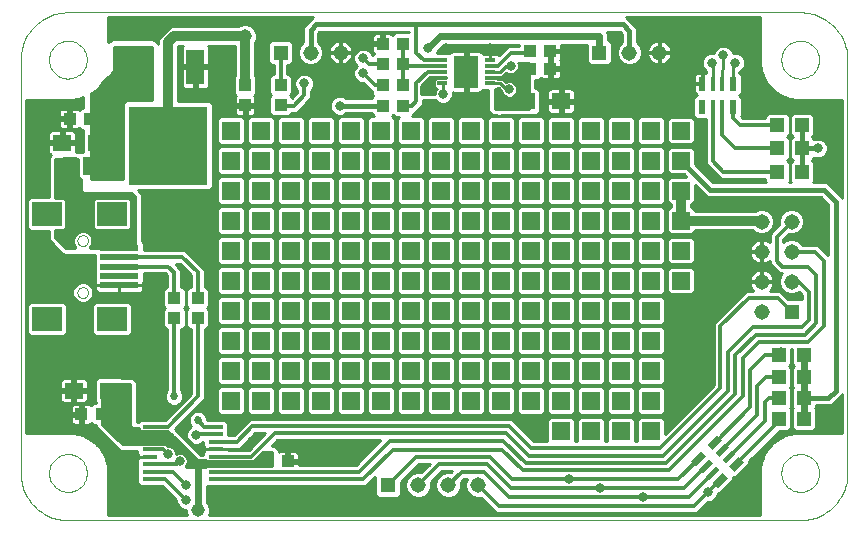
<source format=gtl>
G75*
G70*
%OFA0B0*%
%FSLAX24Y24*%
%IPPOS*%
%LPD*%
%AMOC8*
5,1,8,0,0,1.08239X$1,22.5*
%
%ADD10R,0.0433X0.0394*%
%ADD11R,0.0630X0.0551*%
%ADD12R,0.0173X0.0453*%
%ADD13R,0.0248X0.0453*%
%ADD14R,0.0472X0.0472*%
%ADD15R,0.0512X0.0591*%
%ADD16R,0.0515X0.0515*%
%ADD17C,0.0515*%
%ADD18R,0.0984X0.0787*%
%ADD19R,0.1299X0.0197*%
%ADD20C,0.0000*%
%ADD21R,0.2638X0.2638*%
%ADD22R,0.0630X0.1181*%
%ADD23R,0.0394X0.0433*%
%ADD24R,0.0819X0.1098*%
%ADD25R,0.0350X0.0122*%
%ADD26R,0.0600X0.0600*%
%ADD27R,0.0496X0.0126*%
%ADD28C,0.0240*%
%ADD29C,0.0160*%
%ADD30C,0.0450*%
%ADD31C,0.0320*%
%ADD32C,0.0100*%
%ADD33C,0.0120*%
%ADD34R,0.0591X0.0591*%
%ADD35C,0.0413*%
%ADD36C,0.0270*%
%ADD37C,0.0320*%
D10*
X006744Y006960D03*
X007414Y006960D03*
X009835Y010169D03*
X010622Y010169D03*
X010622Y010838D03*
X009835Y010838D03*
X012945Y005385D03*
X013614Y005385D03*
X007020Y016803D03*
X006351Y016803D03*
X013378Y017255D03*
X013378Y017925D03*
X021705Y018476D03*
X022374Y018476D03*
X022374Y019066D03*
X021705Y019066D03*
D11*
X021548Y017393D03*
X022729Y017393D03*
X007276Y016015D03*
X006095Y016015D03*
X006489Y007747D03*
X007670Y007747D03*
D12*
G36*
X027464Y005005D02*
X027342Y005127D01*
X027660Y005445D01*
X027782Y005323D01*
X027464Y005005D01*
G37*
G36*
X027687Y004782D02*
X027565Y004904D01*
X027883Y005222D01*
X028005Y005100D01*
X027687Y004782D01*
G37*
G36*
X028230Y005325D02*
X028108Y005447D01*
X028426Y005765D01*
X028548Y005643D01*
X028230Y005325D01*
G37*
G36*
X028007Y005548D02*
X027885Y005670D01*
X028203Y005988D01*
X028325Y005866D01*
X028007Y005548D01*
G37*
X028103Y017206D03*
X027788Y017206D03*
X027788Y017974D03*
X028103Y017974D03*
D13*
X028455Y017974D03*
X027435Y017974D03*
X027435Y017206D03*
X028455Y017206D03*
G36*
X027784Y005770D02*
X027609Y005945D01*
X027928Y006264D01*
X028103Y006089D01*
X027784Y005770D01*
G37*
G36*
X027241Y005227D02*
X027066Y005402D01*
X027385Y005721D01*
X027560Y005546D01*
X027241Y005227D01*
G37*
G36*
X027962Y004506D02*
X027787Y004681D01*
X028106Y005000D01*
X028281Y004825D01*
X027962Y004506D01*
G37*
G36*
X028505Y005049D02*
X028330Y005224D01*
X028649Y005543D01*
X028824Y005368D01*
X028505Y005049D01*
G37*
D14*
X030000Y006812D03*
X030827Y006812D03*
X030827Y007501D03*
X030000Y007501D03*
X030000Y008190D03*
X030000Y008929D03*
X030827Y008929D03*
X030827Y008190D03*
X030770Y015031D03*
X029943Y015031D03*
X029943Y015818D03*
X030770Y015818D03*
X030770Y016606D03*
X029943Y016606D03*
D15*
X007020Y015228D03*
X006351Y015228D03*
D16*
X013378Y019017D03*
X024008Y019017D03*
X030414Y010381D03*
X016971Y004598D03*
D17*
X017971Y004598D03*
X018971Y004598D03*
X019971Y004598D03*
X029414Y010381D03*
X029414Y011381D03*
X030414Y011381D03*
X030414Y012381D03*
X029414Y012381D03*
X029414Y013381D03*
X030414Y013381D03*
X026008Y019017D03*
X025008Y019017D03*
X015378Y019017D03*
X014378Y019017D03*
D18*
X007768Y013633D03*
X005603Y013633D03*
X005603Y010129D03*
X007768Y010129D03*
D19*
X008004Y011251D03*
X008004Y011566D03*
X008004Y011881D03*
X008004Y012196D03*
X008004Y012511D03*
D20*
X006292Y003425D02*
X030701Y003425D01*
X030071Y004999D02*
X030073Y005049D01*
X030079Y005099D01*
X030089Y005148D01*
X030103Y005196D01*
X030120Y005243D01*
X030141Y005288D01*
X030166Y005332D01*
X030194Y005373D01*
X030226Y005412D01*
X030260Y005449D01*
X030297Y005483D01*
X030337Y005513D01*
X030379Y005540D01*
X030423Y005564D01*
X030469Y005585D01*
X030516Y005601D01*
X030564Y005614D01*
X030614Y005623D01*
X030663Y005628D01*
X030714Y005629D01*
X030764Y005626D01*
X030813Y005619D01*
X030862Y005608D01*
X030910Y005593D01*
X030956Y005575D01*
X031001Y005553D01*
X031044Y005527D01*
X031085Y005498D01*
X031124Y005466D01*
X031160Y005431D01*
X031192Y005393D01*
X031222Y005353D01*
X031249Y005310D01*
X031272Y005266D01*
X031291Y005220D01*
X031307Y005172D01*
X031319Y005123D01*
X031327Y005074D01*
X031331Y005024D01*
X031331Y004974D01*
X031327Y004924D01*
X031319Y004875D01*
X031307Y004826D01*
X031291Y004778D01*
X031272Y004732D01*
X031249Y004688D01*
X031222Y004645D01*
X031192Y004605D01*
X031160Y004567D01*
X031124Y004532D01*
X031085Y004500D01*
X031044Y004471D01*
X031001Y004445D01*
X030956Y004423D01*
X030910Y004405D01*
X030862Y004390D01*
X030813Y004379D01*
X030764Y004372D01*
X030714Y004369D01*
X030663Y004370D01*
X030614Y004375D01*
X030564Y004384D01*
X030516Y004397D01*
X030469Y004413D01*
X030423Y004434D01*
X030379Y004458D01*
X030337Y004485D01*
X030297Y004515D01*
X030260Y004549D01*
X030226Y004586D01*
X030194Y004625D01*
X030166Y004666D01*
X030141Y004710D01*
X030120Y004755D01*
X030103Y004802D01*
X030089Y004850D01*
X030079Y004899D01*
X030073Y004949D01*
X030071Y004999D01*
X030701Y003424D02*
X030778Y003426D01*
X030855Y003432D01*
X030932Y003441D01*
X031008Y003454D01*
X031084Y003471D01*
X031158Y003492D01*
X031232Y003516D01*
X031304Y003544D01*
X031374Y003575D01*
X031443Y003610D01*
X031511Y003648D01*
X031576Y003689D01*
X031639Y003734D01*
X031700Y003782D01*
X031759Y003832D01*
X031815Y003885D01*
X031868Y003941D01*
X031918Y004000D01*
X031966Y004061D01*
X032011Y004124D01*
X032052Y004189D01*
X032090Y004257D01*
X032125Y004326D01*
X032156Y004396D01*
X032184Y004468D01*
X032208Y004542D01*
X032229Y004616D01*
X032246Y004692D01*
X032259Y004768D01*
X032268Y004845D01*
X032274Y004922D01*
X032276Y004999D01*
X032276Y018779D01*
X030071Y018779D02*
X030073Y018829D01*
X030079Y018879D01*
X030089Y018928D01*
X030103Y018976D01*
X030120Y019023D01*
X030141Y019068D01*
X030166Y019112D01*
X030194Y019153D01*
X030226Y019192D01*
X030260Y019229D01*
X030297Y019263D01*
X030337Y019293D01*
X030379Y019320D01*
X030423Y019344D01*
X030469Y019365D01*
X030516Y019381D01*
X030564Y019394D01*
X030614Y019403D01*
X030663Y019408D01*
X030714Y019409D01*
X030764Y019406D01*
X030813Y019399D01*
X030862Y019388D01*
X030910Y019373D01*
X030956Y019355D01*
X031001Y019333D01*
X031044Y019307D01*
X031085Y019278D01*
X031124Y019246D01*
X031160Y019211D01*
X031192Y019173D01*
X031222Y019133D01*
X031249Y019090D01*
X031272Y019046D01*
X031291Y019000D01*
X031307Y018952D01*
X031319Y018903D01*
X031327Y018854D01*
X031331Y018804D01*
X031331Y018754D01*
X031327Y018704D01*
X031319Y018655D01*
X031307Y018606D01*
X031291Y018558D01*
X031272Y018512D01*
X031249Y018468D01*
X031222Y018425D01*
X031192Y018385D01*
X031160Y018347D01*
X031124Y018312D01*
X031085Y018280D01*
X031044Y018251D01*
X031001Y018225D01*
X030956Y018203D01*
X030910Y018185D01*
X030862Y018170D01*
X030813Y018159D01*
X030764Y018152D01*
X030714Y018149D01*
X030663Y018150D01*
X030614Y018155D01*
X030564Y018164D01*
X030516Y018177D01*
X030469Y018193D01*
X030423Y018214D01*
X030379Y018238D01*
X030337Y018265D01*
X030297Y018295D01*
X030260Y018329D01*
X030226Y018366D01*
X030194Y018405D01*
X030166Y018446D01*
X030141Y018490D01*
X030120Y018535D01*
X030103Y018582D01*
X030089Y018630D01*
X030079Y018679D01*
X030073Y018729D01*
X030071Y018779D01*
X030701Y020354D02*
X030778Y020352D01*
X030855Y020346D01*
X030932Y020337D01*
X031008Y020324D01*
X031084Y020307D01*
X031158Y020286D01*
X031232Y020262D01*
X031304Y020234D01*
X031374Y020203D01*
X031443Y020168D01*
X031511Y020130D01*
X031576Y020089D01*
X031639Y020044D01*
X031700Y019996D01*
X031759Y019946D01*
X031815Y019893D01*
X031868Y019837D01*
X031918Y019778D01*
X031966Y019717D01*
X032011Y019654D01*
X032052Y019589D01*
X032090Y019521D01*
X032125Y019452D01*
X032156Y019382D01*
X032184Y019310D01*
X032208Y019236D01*
X032229Y019162D01*
X032246Y019086D01*
X032259Y019010D01*
X032268Y018933D01*
X032274Y018856D01*
X032276Y018779D01*
X030701Y020354D02*
X006292Y020354D01*
X005662Y018779D02*
X005664Y018829D01*
X005670Y018879D01*
X005680Y018928D01*
X005694Y018976D01*
X005711Y019023D01*
X005732Y019068D01*
X005757Y019112D01*
X005785Y019153D01*
X005817Y019192D01*
X005851Y019229D01*
X005888Y019263D01*
X005928Y019293D01*
X005970Y019320D01*
X006014Y019344D01*
X006060Y019365D01*
X006107Y019381D01*
X006155Y019394D01*
X006205Y019403D01*
X006254Y019408D01*
X006305Y019409D01*
X006355Y019406D01*
X006404Y019399D01*
X006453Y019388D01*
X006501Y019373D01*
X006547Y019355D01*
X006592Y019333D01*
X006635Y019307D01*
X006676Y019278D01*
X006715Y019246D01*
X006751Y019211D01*
X006783Y019173D01*
X006813Y019133D01*
X006840Y019090D01*
X006863Y019046D01*
X006882Y019000D01*
X006898Y018952D01*
X006910Y018903D01*
X006918Y018854D01*
X006922Y018804D01*
X006922Y018754D01*
X006918Y018704D01*
X006910Y018655D01*
X006898Y018606D01*
X006882Y018558D01*
X006863Y018512D01*
X006840Y018468D01*
X006813Y018425D01*
X006783Y018385D01*
X006751Y018347D01*
X006715Y018312D01*
X006676Y018280D01*
X006635Y018251D01*
X006592Y018225D01*
X006547Y018203D01*
X006501Y018185D01*
X006453Y018170D01*
X006404Y018159D01*
X006355Y018152D01*
X006305Y018149D01*
X006254Y018150D01*
X006205Y018155D01*
X006155Y018164D01*
X006107Y018177D01*
X006060Y018193D01*
X006014Y018214D01*
X005970Y018238D01*
X005928Y018265D01*
X005888Y018295D01*
X005851Y018329D01*
X005817Y018366D01*
X005785Y018405D01*
X005757Y018446D01*
X005732Y018490D01*
X005711Y018535D01*
X005694Y018582D01*
X005680Y018630D01*
X005670Y018679D01*
X005664Y018729D01*
X005662Y018779D01*
X004717Y018779D02*
X004719Y018856D01*
X004725Y018933D01*
X004734Y019010D01*
X004747Y019086D01*
X004764Y019162D01*
X004785Y019236D01*
X004809Y019310D01*
X004837Y019382D01*
X004868Y019452D01*
X004903Y019521D01*
X004941Y019589D01*
X004982Y019654D01*
X005027Y019717D01*
X005075Y019778D01*
X005125Y019837D01*
X005178Y019893D01*
X005234Y019946D01*
X005293Y019996D01*
X005354Y020044D01*
X005417Y020089D01*
X005482Y020130D01*
X005550Y020168D01*
X005619Y020203D01*
X005689Y020234D01*
X005761Y020262D01*
X005835Y020286D01*
X005909Y020307D01*
X005985Y020324D01*
X006061Y020337D01*
X006138Y020346D01*
X006215Y020352D01*
X006292Y020354D01*
X004717Y018779D02*
X004717Y004999D01*
X004719Y004922D01*
X004725Y004845D01*
X004734Y004768D01*
X004747Y004692D01*
X004764Y004616D01*
X004785Y004542D01*
X004809Y004468D01*
X004837Y004396D01*
X004868Y004326D01*
X004903Y004257D01*
X004941Y004189D01*
X004982Y004124D01*
X005027Y004061D01*
X005075Y004000D01*
X005125Y003941D01*
X005178Y003885D01*
X005234Y003832D01*
X005293Y003782D01*
X005354Y003734D01*
X005417Y003689D01*
X005482Y003648D01*
X005550Y003610D01*
X005619Y003575D01*
X005689Y003544D01*
X005761Y003516D01*
X005835Y003492D01*
X005909Y003471D01*
X005985Y003454D01*
X006061Y003441D01*
X006138Y003432D01*
X006215Y003426D01*
X006292Y003424D01*
X005662Y004999D02*
X005664Y005049D01*
X005670Y005099D01*
X005680Y005148D01*
X005694Y005196D01*
X005711Y005243D01*
X005732Y005288D01*
X005757Y005332D01*
X005785Y005373D01*
X005817Y005412D01*
X005851Y005449D01*
X005888Y005483D01*
X005928Y005513D01*
X005970Y005540D01*
X006014Y005564D01*
X006060Y005585D01*
X006107Y005601D01*
X006155Y005614D01*
X006205Y005623D01*
X006254Y005628D01*
X006305Y005629D01*
X006355Y005626D01*
X006404Y005619D01*
X006453Y005608D01*
X006501Y005593D01*
X006547Y005575D01*
X006592Y005553D01*
X006635Y005527D01*
X006676Y005498D01*
X006715Y005466D01*
X006751Y005431D01*
X006783Y005393D01*
X006813Y005353D01*
X006840Y005310D01*
X006863Y005266D01*
X006882Y005220D01*
X006898Y005172D01*
X006910Y005123D01*
X006918Y005074D01*
X006922Y005024D01*
X006922Y004974D01*
X006918Y004924D01*
X006910Y004875D01*
X006898Y004826D01*
X006882Y004778D01*
X006863Y004732D01*
X006840Y004688D01*
X006813Y004645D01*
X006783Y004605D01*
X006751Y004567D01*
X006715Y004532D01*
X006676Y004500D01*
X006635Y004471D01*
X006592Y004445D01*
X006547Y004423D01*
X006501Y004405D01*
X006453Y004390D01*
X006404Y004379D01*
X006355Y004372D01*
X006305Y004369D01*
X006254Y004370D01*
X006205Y004375D01*
X006155Y004384D01*
X006107Y004397D01*
X006060Y004413D01*
X006014Y004434D01*
X005970Y004458D01*
X005928Y004485D01*
X005888Y004515D01*
X005851Y004549D01*
X005817Y004586D01*
X005785Y004625D01*
X005757Y004666D01*
X005732Y004710D01*
X005711Y004755D01*
X005694Y004802D01*
X005680Y004850D01*
X005670Y004899D01*
X005664Y004949D01*
X005662Y004999D01*
X006607Y011015D02*
X006609Y011041D01*
X006615Y011067D01*
X006625Y011092D01*
X006638Y011115D01*
X006654Y011135D01*
X006674Y011153D01*
X006696Y011168D01*
X006719Y011180D01*
X006745Y011188D01*
X006771Y011192D01*
X006797Y011192D01*
X006823Y011188D01*
X006849Y011180D01*
X006873Y011168D01*
X006894Y011153D01*
X006914Y011135D01*
X006930Y011115D01*
X006943Y011092D01*
X006953Y011067D01*
X006959Y011041D01*
X006961Y011015D01*
X006959Y010989D01*
X006953Y010963D01*
X006943Y010938D01*
X006930Y010915D01*
X006914Y010895D01*
X006894Y010877D01*
X006872Y010862D01*
X006849Y010850D01*
X006823Y010842D01*
X006797Y010838D01*
X006771Y010838D01*
X006745Y010842D01*
X006719Y010850D01*
X006695Y010862D01*
X006674Y010877D01*
X006654Y010895D01*
X006638Y010915D01*
X006625Y010938D01*
X006615Y010963D01*
X006609Y010989D01*
X006607Y011015D01*
X006607Y012747D02*
X006609Y012773D01*
X006615Y012799D01*
X006625Y012824D01*
X006638Y012847D01*
X006654Y012867D01*
X006674Y012885D01*
X006696Y012900D01*
X006719Y012912D01*
X006745Y012920D01*
X006771Y012924D01*
X006797Y012924D01*
X006823Y012920D01*
X006849Y012912D01*
X006873Y012900D01*
X006894Y012885D01*
X006914Y012867D01*
X006930Y012847D01*
X006943Y012824D01*
X006953Y012799D01*
X006959Y012773D01*
X006961Y012747D01*
X006959Y012721D01*
X006953Y012695D01*
X006943Y012670D01*
X006930Y012647D01*
X006914Y012627D01*
X006894Y012609D01*
X006872Y012594D01*
X006849Y012582D01*
X006823Y012574D01*
X006797Y012570D01*
X006771Y012570D01*
X006745Y012574D01*
X006719Y012582D01*
X006695Y012594D01*
X006674Y012609D01*
X006654Y012627D01*
X006638Y012647D01*
X006625Y012670D01*
X006615Y012695D01*
X006609Y012721D01*
X006607Y012747D01*
D21*
X009638Y015917D03*
D22*
X008733Y018535D03*
X010544Y018535D03*
D23*
X012197Y017925D03*
X012197Y017255D03*
X016784Y017245D03*
X017453Y017245D03*
X017453Y017934D03*
X016784Y017934D03*
X016784Y018623D03*
X017453Y018623D03*
X017453Y019312D03*
X016784Y019312D03*
D24*
X019571Y018377D03*
D25*
X018766Y018377D03*
X018766Y018180D03*
X018766Y017984D03*
X018766Y018574D03*
X018766Y018771D03*
X020376Y018771D03*
X020376Y018574D03*
X020376Y018377D03*
X020376Y018180D03*
X020376Y017984D03*
D26*
X020717Y016417D03*
X021717Y016417D03*
X022717Y016417D03*
X023717Y016417D03*
X024717Y016417D03*
X025717Y016417D03*
X025717Y015417D03*
X024717Y015417D03*
X023717Y015417D03*
X022717Y015417D03*
X021717Y015417D03*
X020717Y015417D03*
X019717Y015417D03*
X018717Y015417D03*
X017717Y015417D03*
X016717Y015417D03*
X015717Y015417D03*
X014717Y015417D03*
X013717Y015417D03*
X012717Y015417D03*
X011717Y015417D03*
X011717Y016417D03*
X012717Y016417D03*
X013717Y016417D03*
X014717Y016417D03*
X015717Y016417D03*
X016717Y016417D03*
X017717Y016417D03*
X018717Y016417D03*
X019717Y016417D03*
X019717Y014417D03*
X020717Y014417D03*
X021717Y014417D03*
X022717Y014417D03*
X023717Y014417D03*
X024717Y014417D03*
X025717Y014417D03*
X025717Y013417D03*
X024717Y013417D03*
X023717Y013417D03*
X022717Y013417D03*
X021717Y013417D03*
X020717Y013417D03*
X019717Y013417D03*
X018717Y013417D03*
X017717Y013417D03*
X016717Y013417D03*
X015717Y013417D03*
X014717Y013417D03*
X013717Y013417D03*
X013717Y014417D03*
X014717Y014417D03*
X015717Y014417D03*
X016717Y014417D03*
X017717Y014417D03*
X018717Y014417D03*
X018717Y012417D03*
X017717Y012417D03*
X016717Y012417D03*
X015717Y012417D03*
X014717Y012417D03*
X013717Y012417D03*
X012717Y012417D03*
X011717Y012417D03*
X011717Y013417D03*
X012717Y013417D03*
X012717Y014417D03*
X011717Y014417D03*
X011717Y011417D03*
X012717Y011417D03*
X013717Y011417D03*
X014717Y011417D03*
X015717Y011417D03*
X016717Y011417D03*
X017717Y011417D03*
X018717Y011417D03*
X019717Y011417D03*
X020717Y011417D03*
X021717Y011417D03*
X022717Y011417D03*
X023717Y011417D03*
X024717Y011417D03*
X025717Y011417D03*
X025717Y012417D03*
X024717Y012417D03*
X023717Y012417D03*
X022717Y012417D03*
X021717Y012417D03*
X020717Y012417D03*
X019717Y012417D03*
X019717Y010417D03*
X020717Y010417D03*
X021717Y010417D03*
X022717Y010417D03*
X023717Y010417D03*
X024717Y010417D03*
X025717Y010417D03*
X025717Y009417D03*
X024717Y009417D03*
X023717Y009417D03*
X022717Y009417D03*
X021717Y009417D03*
X020717Y009417D03*
X019717Y009417D03*
X018717Y009417D03*
X017717Y009417D03*
X016717Y009417D03*
X015717Y009417D03*
X014717Y009417D03*
X013717Y009417D03*
X012717Y009417D03*
X011717Y009417D03*
X011717Y008417D03*
X012717Y008417D03*
X013717Y008417D03*
X014717Y008417D03*
X015717Y008417D03*
X016717Y008417D03*
X017717Y008417D03*
X018717Y008417D03*
X019717Y008417D03*
X020717Y008417D03*
X021717Y008417D03*
X022717Y008417D03*
X023717Y008417D03*
X024717Y008417D03*
X025717Y008417D03*
X025717Y007417D03*
X024717Y007417D03*
X023717Y007417D03*
X022717Y007417D03*
X021717Y007417D03*
X020717Y007417D03*
X019717Y007417D03*
X018717Y007417D03*
X017717Y007417D03*
X016717Y007417D03*
X015717Y007417D03*
X014717Y007417D03*
X013717Y007417D03*
X012717Y007417D03*
X011717Y007417D03*
X011717Y010417D03*
X012717Y010417D03*
X013717Y010417D03*
X014717Y010417D03*
X015717Y010417D03*
X016717Y010417D03*
X017717Y010417D03*
X018717Y010417D03*
D27*
X011216Y006547D03*
X011216Y006297D03*
X011216Y006047D03*
X011216Y005797D03*
X011216Y005547D03*
X011216Y005297D03*
X011216Y005047D03*
X011216Y004797D03*
X009028Y004797D03*
X009028Y005047D03*
X009028Y005297D03*
X009028Y005547D03*
X009028Y005797D03*
X009028Y006047D03*
X009028Y006297D03*
X009028Y006547D03*
D28*
X010622Y005287D02*
X010622Y003761D01*
X030827Y006812D02*
X030827Y007501D01*
X030827Y008190D01*
X030827Y008929D01*
X021646Y017295D02*
X021548Y017393D01*
X021646Y018476D02*
X021705Y018476D01*
X024008Y019017D02*
X024008Y019558D01*
X018693Y019558D01*
X018300Y019165D01*
D29*
X017906Y019952D02*
X024796Y019952D01*
X025008Y019740D01*
X025008Y019017D01*
X030770Y016606D02*
X030770Y015818D01*
X031292Y015818D01*
X030750Y015818D01*
X030750Y015228D01*
X030770Y015208D01*
X030770Y015031D01*
X030770Y015818D01*
X031489Y014440D02*
X027693Y014440D01*
X026717Y015417D01*
X031489Y014440D02*
X031882Y014047D01*
X031882Y007747D01*
X031636Y007501D01*
X030827Y007501D01*
X030876Y008141D02*
X030827Y008190D01*
X016784Y017245D02*
X015347Y017245D01*
X014378Y019017D02*
X014378Y019771D01*
X014559Y019952D01*
X017906Y019952D01*
X009048Y019165D02*
X009048Y017476D01*
X008271Y017476D01*
X008183Y017439D01*
X008116Y017372D01*
X008079Y017283D01*
X008079Y014834D01*
X007079Y014834D01*
X007079Y017590D01*
X007086Y017597D01*
X007087Y017597D01*
X007089Y017600D01*
X007107Y017618D01*
X007185Y017676D01*
X007201Y017683D01*
X007223Y017704D01*
X007247Y017723D01*
X007256Y017738D01*
X007333Y017814D01*
X007348Y017823D01*
X007366Y017848D01*
X007388Y017869D01*
X007394Y017886D01*
X007453Y017964D01*
X007471Y017982D01*
X007473Y017983D01*
X007474Y017984D01*
X007866Y018377D01*
X007866Y019165D01*
X009048Y019165D01*
X009048Y019112D02*
X007866Y019112D01*
X007866Y018954D02*
X009048Y018954D01*
X009048Y018795D02*
X007866Y018795D01*
X007866Y018637D02*
X009048Y018637D01*
X009048Y018478D02*
X007866Y018478D01*
X007809Y018320D02*
X009048Y018320D01*
X009048Y018161D02*
X007650Y018161D01*
X007492Y018003D02*
X009048Y018003D01*
X009048Y017844D02*
X007363Y017844D01*
X007204Y017686D02*
X009048Y017686D01*
X009048Y017527D02*
X007079Y017527D01*
X007079Y017369D02*
X008115Y017369D01*
X008079Y017210D02*
X007079Y017210D01*
X007079Y017051D02*
X008079Y017051D01*
X008079Y016893D02*
X007079Y016893D01*
X007079Y016734D02*
X008079Y016734D01*
X008079Y016576D02*
X007079Y016576D01*
X007079Y016417D02*
X008079Y016417D01*
X008079Y016259D02*
X007079Y016259D01*
X007079Y016100D02*
X008079Y016100D01*
X008079Y015942D02*
X007079Y015942D01*
X007079Y015783D02*
X008079Y015783D01*
X008079Y015625D02*
X007079Y015625D01*
X007079Y015466D02*
X008079Y015466D01*
X008079Y015307D02*
X007079Y015307D01*
X007079Y015149D02*
X008079Y015149D01*
X008079Y014990D02*
X007079Y014990D01*
X006685Y014757D02*
X006685Y014391D01*
X006784Y014293D01*
X008408Y014293D01*
X008506Y014194D01*
X008506Y012521D01*
X007062Y012521D01*
X007087Y012545D01*
X007141Y012676D01*
X007141Y012818D01*
X007087Y012950D01*
X006986Y013050D01*
X006855Y013105D01*
X006713Y013105D01*
X006581Y013050D01*
X006481Y012950D01*
X006427Y012818D01*
X006427Y012676D01*
X006481Y012545D01*
X006505Y012521D01*
X006242Y012521D01*
X005898Y012866D01*
X005898Y013060D01*
X006169Y013060D01*
X006275Y013165D01*
X006275Y014101D01*
X006169Y014207D01*
X005898Y014207D01*
X005898Y015425D01*
X006584Y015425D01*
X006584Y014858D01*
X006685Y014757D01*
X006685Y014673D02*
X005898Y014673D01*
X005898Y014515D02*
X006685Y014515D01*
X006720Y014356D02*
X005898Y014356D01*
X006179Y014198D02*
X007192Y014198D01*
X007201Y014207D02*
X007096Y014101D01*
X007096Y013165D01*
X007201Y013060D01*
X008335Y013060D01*
X008440Y013165D01*
X008440Y014101D01*
X008335Y014207D01*
X007201Y014207D01*
X007096Y014039D02*
X006275Y014039D01*
X006275Y013881D02*
X007096Y013881D01*
X007096Y013722D02*
X006275Y013722D01*
X006275Y013563D02*
X007096Y013563D01*
X007096Y013405D02*
X006275Y013405D01*
X006275Y013246D02*
X007096Y013246D01*
X007173Y013088D02*
X006895Y013088D01*
X006672Y013088D02*
X006198Y013088D01*
X006473Y012929D02*
X005898Y012929D01*
X005993Y012771D02*
X006427Y012771D01*
X006453Y012612D02*
X006151Y012612D01*
X007114Y012612D02*
X008506Y012612D01*
X008506Y012771D02*
X007141Y012771D01*
X007095Y012929D02*
X008506Y012929D01*
X008506Y013088D02*
X008363Y013088D01*
X008440Y013246D02*
X008506Y013246D01*
X008506Y013405D02*
X008440Y013405D01*
X008440Y013563D02*
X008506Y013563D01*
X008506Y013722D02*
X008440Y013722D01*
X008440Y013881D02*
X008506Y013881D01*
X008506Y014039D02*
X008440Y014039D01*
X008503Y014198D02*
X008344Y014198D01*
X006610Y014832D02*
X005898Y014832D01*
X005898Y014990D02*
X006584Y014990D01*
X006584Y015149D02*
X005898Y015149D01*
X005898Y015307D02*
X006584Y015307D01*
D30*
X007866Y016852D03*
X012197Y019558D03*
X006981Y011537D03*
X008779Y010723D03*
X008998Y011291D03*
X010622Y003761D03*
D31*
X010229Y004106D03*
X010229Y004598D03*
X010032Y005385D03*
X009638Y005631D03*
X009433Y006165D03*
X010130Y006468D03*
X010573Y006271D03*
X012443Y006074D03*
X013624Y005877D03*
X010229Y007944D03*
X006784Y008633D03*
X006095Y006566D03*
X005111Y006566D03*
X007866Y003810D03*
X008014Y010848D03*
X007374Y010848D03*
X010229Y011438D03*
X010622Y014047D03*
X009048Y014047D03*
X005357Y016015D03*
X005701Y016803D03*
X005111Y017196D03*
X007866Y019952D03*
X011262Y018968D03*
X011656Y018968D03*
X014166Y017984D03*
X015347Y017245D03*
X016134Y018328D03*
X016134Y018820D03*
X016134Y019362D03*
X018300Y019165D03*
X018890Y019165D03*
X020366Y019165D03*
X021055Y018574D03*
X021006Y017787D03*
X020662Y017245D03*
X018792Y017639D03*
X018300Y017836D03*
X022876Y018131D03*
X022926Y019066D03*
X027158Y019165D03*
X027748Y018673D03*
X028142Y018919D03*
X028536Y018673D03*
X029126Y019952D03*
X029717Y017639D03*
X031882Y017196D03*
X031292Y015818D03*
X031882Y015031D03*
X030849Y013997D03*
X029766Y013997D03*
X028487Y013997D03*
X027551Y013997D03*
X027551Y012423D03*
X027551Y011438D03*
X027551Y009716D03*
X027551Y008535D03*
X031882Y006566D03*
X027616Y004352D03*
X029126Y003810D03*
X025451Y004204D03*
X024024Y004499D03*
X022990Y004795D03*
X027404Y015621D03*
X027404Y016409D03*
X012788Y017491D03*
X010918Y017541D03*
X010130Y017541D03*
D32*
X009968Y017508D02*
X011855Y017508D01*
X011850Y017492D02*
X011850Y017304D01*
X012148Y017304D01*
X012148Y017207D01*
X011850Y017207D01*
X011850Y017019D01*
X011861Y016981D01*
X011880Y016947D01*
X011908Y016919D01*
X011942Y016899D01*
X011981Y016889D01*
X012149Y016889D01*
X012149Y017207D01*
X012246Y017207D01*
X012246Y017304D01*
X012544Y017304D01*
X012544Y017492D01*
X012534Y017530D01*
X012514Y017564D01*
X012502Y017576D01*
X012564Y017638D01*
X012564Y018211D01*
X012527Y018248D01*
X012527Y019330D01*
X012532Y019335D01*
X012592Y019480D01*
X012592Y019637D01*
X012532Y019782D01*
X012421Y019893D01*
X012276Y019953D01*
X012119Y019953D01*
X011973Y019893D01*
X011969Y019888D01*
X009769Y019888D01*
X009648Y019838D01*
X009555Y019745D01*
X009358Y019548D01*
X009308Y019427D01*
X009308Y019296D01*
X009308Y019293D01*
X009293Y019329D01*
X009212Y019411D01*
X009105Y019455D01*
X008990Y019455D01*
X007809Y019455D01*
X007702Y019411D01*
X007643Y019351D01*
X007643Y020184D01*
X014465Y020184D01*
X014418Y020164D01*
X014166Y019913D01*
X014128Y019821D01*
X014128Y019721D01*
X014128Y019372D01*
X014016Y019259D01*
X013951Y019102D01*
X013951Y018932D01*
X014016Y018775D01*
X014136Y018655D01*
X014293Y018590D01*
X014463Y018590D01*
X014620Y018655D01*
X014741Y018775D01*
X014806Y018932D01*
X014806Y019102D01*
X014741Y019259D01*
X014628Y019372D01*
X014628Y019667D01*
X014663Y019702D01*
X017676Y019702D01*
X017676Y019699D01*
X017186Y019699D01*
X017103Y019616D01*
X017101Y019621D01*
X017073Y019649D01*
X017039Y019669D01*
X017000Y019679D01*
X016832Y019679D01*
X016832Y019361D01*
X016735Y019361D01*
X016735Y019264D01*
X016437Y019264D01*
X016437Y019076D01*
X016447Y019038D01*
X016467Y019004D01*
X016489Y018982D01*
X016443Y018936D01*
X016414Y019007D01*
X016321Y019100D01*
X016200Y019150D01*
X016069Y019150D01*
X015947Y019100D01*
X015854Y019007D01*
X015804Y018886D01*
X015804Y018755D01*
X015854Y018633D01*
X015914Y018574D01*
X015854Y018515D01*
X015804Y018394D01*
X015804Y018262D01*
X015854Y018141D01*
X015947Y018048D01*
X016069Y017998D01*
X016139Y017998D01*
X016417Y017720D01*
X016417Y017647D01*
X016474Y017590D01*
X016417Y017532D01*
X016417Y017495D01*
X015563Y017495D01*
X015534Y017525D01*
X015412Y017575D01*
X015281Y017575D01*
X015160Y017525D01*
X015067Y017432D01*
X015017Y017311D01*
X015017Y017180D01*
X015067Y017059D01*
X015160Y016966D01*
X015281Y016915D01*
X015412Y016915D01*
X015534Y016966D01*
X015563Y016995D01*
X016417Y016995D01*
X016417Y016958D01*
X016489Y016887D01*
X016346Y016887D01*
X016247Y016787D01*
X016247Y016046D01*
X016346Y015947D01*
X017087Y015947D01*
X017187Y016046D01*
X017187Y016787D01*
X017087Y016887D01*
X017079Y016887D01*
X017118Y016926D01*
X017186Y016859D01*
X017319Y016859D01*
X017247Y016787D01*
X017247Y016046D01*
X017346Y015947D01*
X018087Y015947D01*
X018187Y016046D01*
X018187Y016787D01*
X018087Y016887D01*
X017748Y016887D01*
X017820Y016958D01*
X017820Y017015D01*
X017853Y017015D01*
X017988Y017150D01*
X018136Y017298D01*
X018136Y017419D01*
X018145Y017419D01*
X018545Y017419D01*
X018605Y017359D01*
X018726Y017309D01*
X018857Y017309D01*
X018979Y017359D01*
X019071Y017452D01*
X019122Y017573D01*
X019122Y017684D01*
X019142Y017678D01*
X019521Y017678D01*
X019521Y018327D01*
X019621Y018327D01*
X019621Y017678D01*
X020000Y017678D01*
X020039Y017688D01*
X020073Y017708D01*
X020101Y017736D01*
X020118Y017765D01*
X020130Y017753D01*
X020294Y017753D01*
X020294Y017056D01*
X020423Y016927D01*
X020568Y016927D01*
X020596Y016915D01*
X020727Y016915D01*
X020755Y016927D01*
X021737Y016927D01*
X021758Y016947D01*
X021933Y016947D01*
X022032Y017047D01*
X022032Y017739D01*
X021933Y017839D01*
X021866Y017839D01*
X021866Y018109D01*
X021992Y018109D01*
X022054Y018171D01*
X022066Y018159D01*
X022100Y018139D01*
X022138Y018129D01*
X022326Y018129D01*
X022326Y018427D01*
X022423Y018427D01*
X022423Y018524D01*
X022741Y018524D01*
X022741Y018692D01*
X022731Y018730D01*
X022711Y018765D01*
X022705Y018771D01*
X022711Y018777D01*
X022731Y018812D01*
X022741Y018850D01*
X022741Y019018D01*
X022423Y019018D01*
X022423Y019115D01*
X022741Y019115D01*
X022741Y019268D01*
X023581Y019268D01*
X023581Y018689D01*
X023680Y018590D01*
X024336Y018590D01*
X024436Y018689D01*
X024436Y019345D01*
X024336Y019445D01*
X024298Y019445D01*
X024298Y019616D01*
X024262Y019702D01*
X024692Y019702D01*
X024758Y019636D01*
X024758Y019372D01*
X024646Y019259D01*
X024581Y019102D01*
X024581Y018932D01*
X024646Y018775D01*
X024766Y018655D01*
X024923Y018590D01*
X025093Y018590D01*
X025250Y018655D01*
X025371Y018775D01*
X025436Y018932D01*
X025436Y019102D01*
X025371Y019259D01*
X025258Y019372D01*
X025258Y019690D01*
X025258Y019789D01*
X025220Y019881D01*
X025007Y020094D01*
X024937Y020164D01*
X024890Y020184D01*
X029350Y020184D01*
X029350Y018842D01*
X029345Y018837D01*
X029350Y018773D01*
X029350Y018708D01*
X029355Y018704D01*
X029358Y018655D01*
X029351Y018644D01*
X029363Y018587D01*
X029367Y018528D01*
X029378Y018519D01*
X029390Y018465D01*
X029384Y018453D01*
X029404Y018398D01*
X029417Y018341D01*
X029428Y018334D01*
X029448Y018282D01*
X029444Y018269D01*
X029472Y018218D01*
X029492Y018163D01*
X029505Y018157D01*
X029531Y018109D01*
X029529Y018095D01*
X029564Y018048D01*
X029592Y017997D01*
X029605Y017993D01*
X029639Y017949D01*
X029639Y017935D01*
X029680Y017894D01*
X029715Y017847D01*
X029728Y017845D01*
X029767Y017806D01*
X029769Y017792D01*
X029816Y017757D01*
X029857Y017716D01*
X029871Y017716D01*
X029915Y017683D01*
X029919Y017670D01*
X029970Y017642D01*
X030017Y017607D01*
X030031Y017609D01*
X030079Y017582D01*
X030085Y017570D01*
X030140Y017549D01*
X030191Y017522D01*
X030204Y017525D01*
X030256Y017506D01*
X030263Y017494D01*
X030320Y017482D01*
X030375Y017462D01*
X030387Y017468D01*
X030442Y017456D01*
X030451Y017445D01*
X030509Y017441D01*
X030566Y017429D01*
X030577Y017436D01*
X030626Y017433D01*
X030631Y017428D01*
X030695Y017428D01*
X030759Y017423D01*
X030764Y017428D01*
X032106Y017428D01*
X032106Y014160D01*
X032094Y014188D01*
X031630Y014652D01*
X031538Y014690D01*
X031439Y014690D01*
X031142Y014690D01*
X031176Y014724D01*
X031176Y015337D01*
X031089Y015425D01*
X031174Y015510D01*
X031226Y015488D01*
X031357Y015488D01*
X031479Y015539D01*
X031571Y015631D01*
X031622Y015753D01*
X031622Y015884D01*
X031571Y016005D01*
X031479Y016098D01*
X031357Y016148D01*
X031226Y016148D01*
X031174Y016127D01*
X031089Y016212D01*
X031176Y016299D01*
X031176Y016912D01*
X031077Y017012D01*
X030463Y017012D01*
X030364Y016912D01*
X030364Y016299D01*
X030451Y016212D01*
X030364Y016125D01*
X030364Y015512D01*
X030451Y015425D01*
X030364Y015337D01*
X030364Y014724D01*
X030398Y014690D01*
X030315Y014690D01*
X030349Y014724D01*
X030349Y015337D01*
X030262Y015425D01*
X030349Y015512D01*
X030349Y016125D01*
X030262Y016212D01*
X030349Y016299D01*
X030349Y016912D01*
X030250Y017012D01*
X029637Y017012D01*
X029537Y016912D01*
X029537Y016836D01*
X028779Y016836D01*
X028727Y016887D01*
X028749Y016909D01*
X028749Y017503D01*
X028662Y017590D01*
X028749Y017677D01*
X028749Y018271D01*
X028675Y018345D01*
X028675Y018373D01*
X028723Y018393D01*
X028815Y018486D01*
X028866Y018607D01*
X028866Y018738D01*
X028815Y018859D01*
X028723Y018952D01*
X028601Y019003D01*
X028470Y019003D01*
X028465Y019001D01*
X028422Y019106D01*
X028329Y019198D01*
X028208Y019249D01*
X028076Y019249D01*
X027955Y019198D01*
X027862Y019106D01*
X027819Y019001D01*
X027814Y019003D01*
X027683Y019003D01*
X027561Y018952D01*
X027469Y018859D01*
X027418Y018738D01*
X027418Y018607D01*
X027469Y018486D01*
X027561Y018393D01*
X027568Y018390D01*
X027568Y018350D01*
X027447Y018350D01*
X027447Y017986D01*
X027423Y017986D01*
X027423Y017962D01*
X027161Y017962D01*
X027161Y017728D01*
X027172Y017689D01*
X027191Y017655D01*
X027219Y017627D01*
X027253Y017608D01*
X027273Y017602D01*
X027241Y017602D01*
X027141Y017503D01*
X027141Y016909D01*
X027241Y016810D01*
X027558Y016810D01*
X027558Y015480D01*
X027558Y015290D01*
X028047Y014801D01*
X028237Y014801D01*
X029537Y014801D01*
X029537Y014724D01*
X029571Y014690D01*
X027797Y014690D01*
X027182Y015305D01*
X027182Y015782D01*
X027083Y015882D01*
X026351Y015882D01*
X026252Y015782D01*
X026252Y015051D01*
X026351Y014951D01*
X026829Y014951D01*
X026898Y014882D01*
X026351Y014882D01*
X026252Y014782D01*
X026252Y014051D01*
X026351Y013951D01*
X026387Y013951D01*
X026387Y013882D01*
X026351Y013882D01*
X026252Y013782D01*
X026252Y013051D01*
X026351Y012951D01*
X027083Y012951D01*
X027182Y013051D01*
X027182Y013087D01*
X029104Y013087D01*
X029172Y013019D01*
X029329Y012954D01*
X029499Y012954D01*
X029656Y013019D01*
X029776Y013139D01*
X029841Y013296D01*
X029841Y013466D01*
X029776Y013623D01*
X029656Y013744D01*
X029499Y013809D01*
X029329Y013809D01*
X029179Y013747D01*
X027182Y013747D01*
X027182Y013782D01*
X027083Y013882D01*
X027047Y013882D01*
X027047Y013951D01*
X027083Y013951D01*
X027182Y014051D01*
X027182Y014598D01*
X027552Y014228D01*
X027643Y014190D01*
X027743Y014190D01*
X031385Y014190D01*
X031632Y013943D01*
X031632Y012260D01*
X031584Y012308D01*
X031281Y012611D01*
X031090Y012611D01*
X030781Y012611D01*
X030776Y012623D01*
X030656Y012744D01*
X030499Y012809D01*
X030329Y012809D01*
X030172Y012744D01*
X030144Y012716D01*
X030144Y012786D01*
X030316Y012959D01*
X030329Y012954D01*
X030499Y012954D01*
X030656Y013019D01*
X030776Y013139D01*
X030841Y013296D01*
X030841Y013466D01*
X030776Y013623D01*
X030656Y013744D01*
X030499Y013809D01*
X030329Y013809D01*
X030172Y013744D01*
X030051Y013623D01*
X029986Y013466D01*
X029986Y013296D01*
X029991Y013284D01*
X029684Y012976D01*
X029684Y012786D01*
X029684Y012687D01*
X029679Y012692D01*
X029627Y012730D01*
X029570Y012759D01*
X029509Y012779D01*
X029446Y012789D01*
X029442Y012789D01*
X029442Y012410D01*
X029385Y012410D01*
X029385Y012789D01*
X029382Y012789D01*
X029318Y012779D01*
X029257Y012759D01*
X029200Y012730D01*
X029148Y012692D01*
X029103Y012647D01*
X029065Y012595D01*
X029036Y012538D01*
X029016Y012477D01*
X029006Y012413D01*
X029006Y012410D01*
X029385Y012410D01*
X029385Y012352D01*
X029442Y012352D01*
X029442Y011974D01*
X029446Y011974D01*
X029509Y011984D01*
X029570Y012004D01*
X029627Y012033D01*
X029679Y012070D01*
X029684Y012075D01*
X029684Y011983D01*
X029818Y011848D01*
X030015Y011651D01*
X030079Y011651D01*
X030051Y011623D01*
X029986Y011466D01*
X029986Y011296D01*
X030051Y011139D01*
X030172Y011019D01*
X030329Y010954D01*
X030499Y010954D01*
X030656Y011019D01*
X030676Y011039D01*
X030766Y010949D01*
X030766Y010784D01*
X030742Y010809D01*
X030311Y010809D01*
X030042Y011078D01*
X029852Y011078D01*
X029686Y011078D01*
X029724Y011116D01*
X029762Y011168D01*
X029791Y011225D01*
X029811Y011286D01*
X029821Y011349D01*
X029821Y011352D01*
X029443Y011352D01*
X029443Y011410D01*
X029821Y011410D01*
X029821Y011413D01*
X029811Y011477D01*
X029791Y011538D01*
X029762Y011595D01*
X029724Y011647D01*
X029679Y011692D01*
X029627Y011730D01*
X029570Y011759D01*
X029509Y011779D01*
X029446Y011789D01*
X029442Y011789D01*
X029442Y011410D01*
X029385Y011410D01*
X029385Y011789D01*
X029382Y011789D01*
X029318Y011779D01*
X029257Y011759D01*
X029200Y011730D01*
X029148Y011692D01*
X029103Y011647D01*
X029065Y011595D01*
X029036Y011538D01*
X029016Y011477D01*
X029006Y011413D01*
X029006Y011410D01*
X029385Y011410D01*
X029385Y011352D01*
X029006Y011352D01*
X029006Y011349D01*
X029016Y011286D01*
X029036Y011225D01*
X029065Y011168D01*
X029103Y011116D01*
X029141Y011078D01*
X029074Y011078D01*
X028883Y011078D01*
X027948Y010143D01*
X027814Y010008D01*
X027814Y007941D01*
X026182Y006309D01*
X026182Y006782D01*
X026083Y006882D01*
X025351Y006882D01*
X025252Y006782D01*
X025252Y006058D01*
X025182Y006058D01*
X025182Y006782D01*
X025083Y006882D01*
X024351Y006882D01*
X024252Y006782D01*
X024252Y006058D01*
X024182Y006058D01*
X024182Y006782D01*
X024083Y006882D01*
X023351Y006882D01*
X023252Y006782D01*
X023252Y006058D01*
X023182Y006058D01*
X023182Y006782D01*
X023083Y006882D01*
X022351Y006882D01*
X022252Y006782D01*
X022252Y006058D01*
X021840Y006058D01*
X021101Y006796D01*
X020911Y006796D01*
X012538Y006796D01*
X012348Y006796D01*
X011829Y006277D01*
X011634Y006277D01*
X011634Y006414D01*
X011634Y006681D01*
X011535Y006780D01*
X010930Y006780D01*
X010927Y006783D01*
X010927Y006824D01*
X010881Y006936D01*
X010795Y007022D01*
X010683Y007068D01*
X010562Y007068D01*
X010450Y007022D01*
X010364Y006936D01*
X010317Y006824D01*
X010317Y006702D01*
X010364Y006590D01*
X010398Y006556D01*
X010386Y006551D01*
X010293Y006458D01*
X010243Y006337D01*
X010243Y006205D01*
X010293Y006084D01*
X010386Y005991D01*
X010507Y005941D01*
X010639Y005941D01*
X010760Y005991D01*
X010798Y006030D01*
X010798Y005914D01*
X010821Y005891D01*
X010818Y005880D01*
X010818Y005798D01*
X011216Y005798D01*
X011216Y005797D01*
X010818Y005797D01*
X010818Y005715D01*
X010821Y005704D01*
X010798Y005681D01*
X010798Y005615D01*
X010718Y005615D01*
X009865Y006468D01*
X010718Y007321D01*
X010852Y007455D01*
X010852Y009802D01*
X010909Y009802D01*
X011009Y009901D01*
X011009Y010436D01*
X010941Y010503D01*
X011009Y010571D01*
X011009Y011105D01*
X010909Y011205D01*
X010852Y011205D01*
X010852Y011780D01*
X010718Y011914D01*
X010206Y012426D01*
X010015Y012426D01*
X008824Y012426D01*
X008824Y012680D01*
X008756Y012748D01*
X008756Y014244D01*
X008718Y014336D01*
X008648Y014406D01*
X008626Y014428D01*
X011027Y014428D01*
X011127Y014527D01*
X011127Y017306D01*
X011027Y017406D01*
X009968Y017406D01*
X009968Y019225D01*
X009972Y019228D01*
X010120Y019228D01*
X010109Y019217D01*
X010089Y019183D01*
X010079Y019145D01*
X010079Y018585D01*
X010493Y018585D01*
X010493Y018485D01*
X010079Y018485D01*
X010079Y017924D01*
X010089Y017886D01*
X010109Y017852D01*
X010137Y017824D01*
X010171Y017804D01*
X010209Y017794D01*
X010494Y017794D01*
X010494Y018485D01*
X010594Y018485D01*
X010594Y018585D01*
X011009Y018585D01*
X011009Y019145D01*
X010998Y019183D01*
X010979Y019217D01*
X010968Y019228D01*
X011867Y019228D01*
X011867Y018248D01*
X011830Y018211D01*
X011830Y017638D01*
X011892Y017576D01*
X011880Y017564D01*
X011861Y017530D01*
X011850Y017492D01*
X011850Y017410D02*
X009968Y017410D01*
X009968Y017607D02*
X011861Y017607D01*
X011830Y017705D02*
X009968Y017705D01*
X009968Y017804D02*
X010172Y017804D01*
X010085Y017903D02*
X009968Y017903D01*
X009968Y018001D02*
X010079Y018001D01*
X010079Y018100D02*
X009968Y018100D01*
X009968Y018198D02*
X010079Y018198D01*
X010079Y018297D02*
X009968Y018297D01*
X009968Y018395D02*
X010079Y018395D01*
X009968Y018494D02*
X010493Y018494D01*
X010494Y018395D02*
X010594Y018395D01*
X010594Y018485D02*
X010594Y017794D01*
X010878Y017794D01*
X010916Y017804D01*
X010951Y017824D01*
X010979Y017852D01*
X010998Y017886D01*
X011009Y017924D01*
X011009Y018485D01*
X010594Y018485D01*
X010594Y018494D02*
X011867Y018494D01*
X011867Y018592D02*
X011009Y018592D01*
X011009Y018691D02*
X011867Y018691D01*
X011867Y018789D02*
X011009Y018789D01*
X011009Y018888D02*
X011867Y018888D01*
X011867Y018987D02*
X011009Y018987D01*
X011009Y019085D02*
X011867Y019085D01*
X011867Y019184D02*
X010998Y019184D01*
X010089Y019184D02*
X009968Y019184D01*
X009968Y019085D02*
X010079Y019085D01*
X010079Y018987D02*
X009968Y018987D01*
X009968Y018888D02*
X010079Y018888D01*
X010079Y018789D02*
X009968Y018789D01*
X009968Y018691D02*
X010079Y018691D01*
X010079Y018592D02*
X009968Y018592D01*
X010494Y018297D02*
X010594Y018297D01*
X010594Y018198D02*
X010494Y018198D01*
X010494Y018100D02*
X010594Y018100D01*
X010594Y018001D02*
X010494Y018001D01*
X010494Y017903D02*
X010594Y017903D01*
X010594Y017804D02*
X010494Y017804D01*
X010915Y017804D02*
X011830Y017804D01*
X011830Y017903D02*
X011003Y017903D01*
X011009Y018001D02*
X011830Y018001D01*
X011830Y018100D02*
X011009Y018100D01*
X011009Y018198D02*
X011830Y018198D01*
X011867Y018297D02*
X011009Y018297D01*
X011009Y018395D02*
X011867Y018395D01*
X012527Y018395D02*
X013148Y018395D01*
X013148Y018297D02*
X012527Y018297D01*
X012564Y018198D02*
X012998Y018198D01*
X012992Y018192D02*
X012992Y017657D01*
X013059Y017590D01*
X012992Y017523D01*
X012992Y016988D01*
X013091Y016888D01*
X013665Y016888D01*
X013765Y016988D01*
X013765Y017015D01*
X013916Y017015D01*
X014261Y017360D01*
X014396Y017495D01*
X014396Y017747D01*
X014445Y017797D01*
X014496Y017918D01*
X014496Y018049D01*
X014445Y018171D01*
X014353Y018263D01*
X014231Y018314D01*
X014100Y018314D01*
X013979Y018263D01*
X013886Y018171D01*
X013836Y018049D01*
X013836Y017918D01*
X013886Y017797D01*
X013936Y017747D01*
X013936Y017685D01*
X013765Y017514D01*
X013765Y017523D01*
X013697Y017590D01*
X013765Y017657D01*
X013765Y018192D01*
X013665Y018291D01*
X013608Y018291D01*
X013608Y018590D01*
X013706Y018590D01*
X013806Y018689D01*
X013806Y019345D01*
X013706Y019445D01*
X013050Y019445D01*
X012951Y019345D01*
X012951Y018689D01*
X013050Y018590D01*
X013148Y018590D01*
X013148Y018291D01*
X013091Y018291D01*
X012992Y018192D01*
X012992Y018100D02*
X012564Y018100D01*
X012564Y018001D02*
X012992Y018001D01*
X012992Y017903D02*
X012564Y017903D01*
X012564Y017804D02*
X012992Y017804D01*
X012992Y017705D02*
X012564Y017705D01*
X012533Y017607D02*
X013042Y017607D01*
X012992Y017508D02*
X012539Y017508D01*
X012544Y017410D02*
X012992Y017410D01*
X012992Y017311D02*
X012544Y017311D01*
X012544Y017207D02*
X012246Y017207D01*
X012246Y016889D01*
X012414Y016889D01*
X012452Y016899D01*
X012486Y016919D01*
X012514Y016947D01*
X012534Y016981D01*
X012544Y017019D01*
X012544Y017207D01*
X012544Y017114D02*
X012992Y017114D01*
X012992Y017016D02*
X012543Y017016D01*
X012483Y016917D02*
X013063Y016917D01*
X013087Y016887D02*
X012346Y016887D01*
X012247Y016787D01*
X012247Y016046D01*
X012346Y015947D01*
X013087Y015947D01*
X013187Y016046D01*
X013187Y016787D01*
X013087Y016887D01*
X013155Y016819D02*
X013278Y016819D01*
X013247Y016787D02*
X013346Y016887D01*
X014087Y016887D01*
X014187Y016787D01*
X014187Y016046D01*
X014087Y015947D01*
X013346Y015947D01*
X013247Y016046D01*
X013247Y016787D01*
X013247Y016720D02*
X013187Y016720D01*
X013187Y016621D02*
X013247Y016621D01*
X013247Y016523D02*
X013187Y016523D01*
X013187Y016424D02*
X013247Y016424D01*
X013247Y016326D02*
X013187Y016326D01*
X013187Y016227D02*
X013247Y016227D01*
X013247Y016129D02*
X013187Y016129D01*
X013171Y016030D02*
X013263Y016030D01*
X013346Y015887D02*
X013247Y015787D01*
X013247Y015046D01*
X013346Y014947D01*
X014087Y014947D01*
X014187Y015046D01*
X014187Y015787D01*
X014087Y015887D01*
X013346Y015887D01*
X013293Y015833D02*
X013141Y015833D01*
X013187Y015787D02*
X013087Y015887D01*
X012346Y015887D01*
X012247Y015787D01*
X012247Y015046D01*
X012346Y014947D01*
X013087Y014947D01*
X013187Y015046D01*
X013187Y015787D01*
X013187Y015735D02*
X013247Y015735D01*
X013247Y015636D02*
X013187Y015636D01*
X013187Y015538D02*
X013247Y015538D01*
X013247Y015439D02*
X013187Y015439D01*
X013187Y015340D02*
X013247Y015340D01*
X013247Y015242D02*
X013187Y015242D01*
X013187Y015143D02*
X013247Y015143D01*
X013248Y015045D02*
X013185Y015045D01*
X013087Y014887D02*
X012346Y014887D01*
X012247Y014787D01*
X012247Y014046D01*
X012346Y013947D01*
X013087Y013947D01*
X013187Y014046D01*
X013187Y014787D01*
X013087Y014887D01*
X013126Y014848D02*
X013307Y014848D01*
X013346Y014887D02*
X013247Y014787D01*
X013247Y014046D01*
X013346Y013947D01*
X014087Y013947D01*
X014187Y014046D01*
X014187Y014787D01*
X014087Y014887D01*
X013346Y014887D01*
X013247Y014749D02*
X013187Y014749D01*
X013187Y014651D02*
X013247Y014651D01*
X013247Y014552D02*
X013187Y014552D01*
X013187Y014454D02*
X013247Y014454D01*
X013247Y014355D02*
X013187Y014355D01*
X013187Y014256D02*
X013247Y014256D01*
X013247Y014158D02*
X013187Y014158D01*
X013187Y014059D02*
X013247Y014059D01*
X013332Y013961D02*
X013101Y013961D01*
X013087Y013887D02*
X012346Y013887D01*
X012247Y013787D01*
X012247Y013046D01*
X012346Y012947D01*
X013087Y012947D01*
X013187Y013046D01*
X013187Y013787D01*
X013087Y013887D01*
X013112Y013862D02*
X013322Y013862D01*
X013346Y013887D02*
X013247Y013787D01*
X013247Y013046D01*
X013346Y012947D01*
X014087Y012947D01*
X014187Y013046D01*
X014187Y013787D01*
X014087Y013887D01*
X013346Y013887D01*
X013247Y013764D02*
X013187Y013764D01*
X013187Y013665D02*
X013247Y013665D01*
X013247Y013567D02*
X013187Y013567D01*
X013187Y013468D02*
X013247Y013468D01*
X013247Y013370D02*
X013187Y013370D01*
X013187Y013271D02*
X013247Y013271D01*
X013247Y013172D02*
X013187Y013172D01*
X013187Y013074D02*
X013247Y013074D01*
X013318Y012975D02*
X013116Y012975D01*
X013087Y012887D02*
X012346Y012887D01*
X012247Y012787D01*
X012247Y012046D01*
X012346Y011947D01*
X013087Y011947D01*
X013187Y012046D01*
X013187Y012787D01*
X013087Y012887D01*
X013097Y012877D02*
X013337Y012877D01*
X013346Y012887D02*
X013247Y012787D01*
X013247Y012046D01*
X013346Y011947D01*
X014087Y011947D01*
X014187Y012046D01*
X014187Y012787D01*
X014087Y012887D01*
X013346Y012887D01*
X013247Y012778D02*
X013187Y012778D01*
X013187Y012680D02*
X013247Y012680D01*
X013247Y012581D02*
X013187Y012581D01*
X013187Y012483D02*
X013247Y012483D01*
X013247Y012384D02*
X013187Y012384D01*
X013187Y012286D02*
X013247Y012286D01*
X013247Y012187D02*
X013187Y012187D01*
X013187Y012089D02*
X013247Y012089D01*
X013303Y011990D02*
X013131Y011990D01*
X013087Y011887D02*
X012346Y011887D01*
X012247Y011787D01*
X012247Y011046D01*
X012346Y010947D01*
X013087Y010947D01*
X013187Y011046D01*
X013187Y011787D01*
X013087Y011887D01*
X013181Y011793D02*
X013253Y011793D01*
X013247Y011787D02*
X013247Y011046D01*
X013346Y010947D01*
X014087Y010947D01*
X014187Y011046D01*
X014187Y011787D01*
X014087Y011887D01*
X013346Y011887D01*
X013247Y011787D01*
X013247Y011694D02*
X013187Y011694D01*
X013187Y011596D02*
X013247Y011596D01*
X013247Y011497D02*
X013187Y011497D01*
X013187Y011399D02*
X013247Y011399D01*
X013247Y011300D02*
X013187Y011300D01*
X013187Y011202D02*
X013247Y011202D01*
X013247Y011103D02*
X013187Y011103D01*
X013145Y011005D02*
X013289Y011005D01*
X013346Y010887D02*
X013247Y010787D01*
X013247Y010046D01*
X013346Y009947D01*
X014087Y009947D01*
X014187Y010046D01*
X014187Y010787D01*
X014087Y010887D01*
X013346Y010887D01*
X013267Y010807D02*
X013166Y010807D01*
X013187Y010787D02*
X013087Y010887D01*
X012346Y010887D01*
X012247Y010787D01*
X012247Y010046D01*
X012346Y009947D01*
X013087Y009947D01*
X013187Y010046D01*
X013187Y010787D01*
X013187Y010709D02*
X013247Y010709D01*
X013247Y010610D02*
X013187Y010610D01*
X013187Y010512D02*
X013247Y010512D01*
X013247Y010413D02*
X013187Y010413D01*
X013187Y010315D02*
X013247Y010315D01*
X013247Y010216D02*
X013187Y010216D01*
X013187Y010118D02*
X013247Y010118D01*
X013274Y010019D02*
X013160Y010019D01*
X013087Y009887D02*
X012346Y009887D01*
X012247Y009787D01*
X012247Y009046D01*
X012346Y008947D01*
X013087Y008947D01*
X013187Y009046D01*
X013187Y009787D01*
X013087Y009887D01*
X013152Y009822D02*
X013282Y009822D01*
X013247Y009787D02*
X013346Y009887D01*
X014087Y009887D01*
X014187Y009787D01*
X014187Y009046D01*
X014087Y008947D01*
X013346Y008947D01*
X013247Y009046D01*
X013247Y009787D01*
X013247Y009723D02*
X013187Y009723D01*
X013187Y009625D02*
X013247Y009625D01*
X013247Y009526D02*
X013187Y009526D01*
X013187Y009428D02*
X013247Y009428D01*
X013247Y009329D02*
X013187Y009329D01*
X013187Y009231D02*
X013247Y009231D01*
X013247Y009132D02*
X013187Y009132D01*
X013174Y009034D02*
X013259Y009034D01*
X013346Y008887D02*
X013247Y008787D01*
X013247Y008046D01*
X013346Y007947D01*
X014087Y007947D01*
X014187Y008046D01*
X014187Y008787D01*
X014087Y008887D01*
X013346Y008887D01*
X013296Y008837D02*
X013137Y008837D01*
X013087Y008887D02*
X012346Y008887D01*
X012247Y008787D01*
X012247Y008046D01*
X012346Y007947D01*
X013087Y007947D01*
X013187Y008046D01*
X013187Y008787D01*
X013087Y008887D01*
X013187Y008738D02*
X013247Y008738D01*
X013247Y008639D02*
X013187Y008639D01*
X013187Y008541D02*
X013247Y008541D01*
X013247Y008442D02*
X013187Y008442D01*
X013187Y008344D02*
X013247Y008344D01*
X013247Y008245D02*
X013187Y008245D01*
X013187Y008147D02*
X013247Y008147D01*
X013247Y008048D02*
X013187Y008048D01*
X013090Y007950D02*
X013343Y007950D01*
X013346Y007887D02*
X013247Y007787D01*
X013247Y007046D01*
X013346Y006947D01*
X014087Y006947D01*
X014187Y007046D01*
X014187Y007787D01*
X014087Y007887D01*
X013346Y007887D01*
X013311Y007851D02*
X013123Y007851D01*
X013087Y007887D02*
X013187Y007787D01*
X013187Y007046D01*
X013087Y006947D01*
X012346Y006947D01*
X012247Y007046D01*
X012247Y007787D01*
X012346Y007887D01*
X013087Y007887D01*
X013187Y007753D02*
X013247Y007753D01*
X013247Y007654D02*
X013187Y007654D01*
X013187Y007556D02*
X013247Y007556D01*
X013247Y007457D02*
X013187Y007457D01*
X013187Y007358D02*
X013247Y007358D01*
X013247Y007260D02*
X013187Y007260D01*
X013187Y007161D02*
X013247Y007161D01*
X013247Y007063D02*
X013187Y007063D01*
X013105Y006964D02*
X013329Y006964D01*
X014105Y006964D02*
X014329Y006964D01*
X014346Y006947D02*
X015087Y006947D01*
X015187Y007046D01*
X015187Y007787D01*
X015087Y007887D01*
X014346Y007887D01*
X014247Y007787D01*
X014247Y007046D01*
X014346Y006947D01*
X014247Y007063D02*
X014187Y007063D01*
X014187Y007161D02*
X014247Y007161D01*
X014247Y007260D02*
X014187Y007260D01*
X014187Y007358D02*
X014247Y007358D01*
X014247Y007457D02*
X014187Y007457D01*
X014187Y007556D02*
X014247Y007556D01*
X014247Y007654D02*
X014187Y007654D01*
X014187Y007753D02*
X014247Y007753D01*
X014311Y007851D02*
X014123Y007851D01*
X014090Y007950D02*
X014343Y007950D01*
X014346Y007947D02*
X015087Y007947D01*
X015187Y008046D01*
X015187Y008787D01*
X015087Y008887D01*
X014346Y008887D01*
X014247Y008787D01*
X014247Y008046D01*
X014346Y007947D01*
X014247Y008048D02*
X014187Y008048D01*
X014187Y008147D02*
X014247Y008147D01*
X014247Y008245D02*
X014187Y008245D01*
X014187Y008344D02*
X014247Y008344D01*
X014247Y008442D02*
X014187Y008442D01*
X014187Y008541D02*
X014247Y008541D01*
X014247Y008639D02*
X014187Y008639D01*
X014187Y008738D02*
X014247Y008738D01*
X014296Y008837D02*
X014137Y008837D01*
X014174Y009034D02*
X014259Y009034D01*
X014247Y009046D02*
X014346Y008947D01*
X015087Y008947D01*
X015187Y009046D01*
X015187Y009787D01*
X015087Y009887D01*
X014346Y009887D01*
X014247Y009787D01*
X014247Y009046D01*
X014247Y009132D02*
X014187Y009132D01*
X014187Y009231D02*
X014247Y009231D01*
X014247Y009329D02*
X014187Y009329D01*
X014187Y009428D02*
X014247Y009428D01*
X014247Y009526D02*
X014187Y009526D01*
X014187Y009625D02*
X014247Y009625D01*
X014247Y009723D02*
X014187Y009723D01*
X014152Y009822D02*
X014282Y009822D01*
X014346Y009947D02*
X015087Y009947D01*
X015187Y010046D01*
X015187Y010787D01*
X015087Y010887D01*
X014346Y010887D01*
X014247Y010787D01*
X014247Y010046D01*
X014346Y009947D01*
X014274Y010019D02*
X014160Y010019D01*
X014187Y010118D02*
X014247Y010118D01*
X014247Y010216D02*
X014187Y010216D01*
X014187Y010315D02*
X014247Y010315D01*
X014247Y010413D02*
X014187Y010413D01*
X014187Y010512D02*
X014247Y010512D01*
X014247Y010610D02*
X014187Y010610D01*
X014187Y010709D02*
X014247Y010709D01*
X014267Y010807D02*
X014166Y010807D01*
X014145Y011005D02*
X014289Y011005D01*
X014247Y011046D02*
X014346Y010947D01*
X015087Y010947D01*
X015187Y011046D01*
X015187Y011787D01*
X015087Y011887D01*
X014346Y011887D01*
X014247Y011787D01*
X014247Y011046D01*
X014247Y011103D02*
X014187Y011103D01*
X014187Y011202D02*
X014247Y011202D01*
X014247Y011300D02*
X014187Y011300D01*
X014187Y011399D02*
X014247Y011399D01*
X014247Y011497D02*
X014187Y011497D01*
X014187Y011596D02*
X014247Y011596D01*
X014247Y011694D02*
X014187Y011694D01*
X014181Y011793D02*
X014253Y011793D01*
X014346Y011947D02*
X015087Y011947D01*
X015187Y012046D01*
X015187Y012787D01*
X015087Y012887D01*
X014346Y012887D01*
X014247Y012787D01*
X014247Y012046D01*
X014346Y011947D01*
X014303Y011990D02*
X014131Y011990D01*
X014187Y012089D02*
X014247Y012089D01*
X014247Y012187D02*
X014187Y012187D01*
X014187Y012286D02*
X014247Y012286D01*
X014247Y012384D02*
X014187Y012384D01*
X014187Y012483D02*
X014247Y012483D01*
X014247Y012581D02*
X014187Y012581D01*
X014187Y012680D02*
X014247Y012680D01*
X014247Y012778D02*
X014187Y012778D01*
X014097Y012877D02*
X014337Y012877D01*
X014346Y012947D02*
X015087Y012947D01*
X015187Y013046D01*
X015187Y013787D01*
X015087Y013887D01*
X014346Y013887D01*
X014247Y013787D01*
X014247Y013046D01*
X014346Y012947D01*
X014318Y012975D02*
X014116Y012975D01*
X014187Y013074D02*
X014247Y013074D01*
X014247Y013172D02*
X014187Y013172D01*
X014187Y013271D02*
X014247Y013271D01*
X014247Y013370D02*
X014187Y013370D01*
X014187Y013468D02*
X014247Y013468D01*
X014247Y013567D02*
X014187Y013567D01*
X014187Y013665D02*
X014247Y013665D01*
X014247Y013764D02*
X014187Y013764D01*
X014112Y013862D02*
X014322Y013862D01*
X014346Y013947D02*
X015087Y013947D01*
X015187Y014046D01*
X015187Y014787D01*
X015087Y014887D01*
X014346Y014887D01*
X014247Y014787D01*
X014247Y014046D01*
X014346Y013947D01*
X014332Y013961D02*
X014101Y013961D01*
X014187Y014059D02*
X014247Y014059D01*
X014247Y014158D02*
X014187Y014158D01*
X014187Y014256D02*
X014247Y014256D01*
X014247Y014355D02*
X014187Y014355D01*
X014187Y014454D02*
X014247Y014454D01*
X014247Y014552D02*
X014187Y014552D01*
X014187Y014651D02*
X014247Y014651D01*
X014247Y014749D02*
X014187Y014749D01*
X014126Y014848D02*
X014307Y014848D01*
X014346Y014947D02*
X015087Y014947D01*
X015187Y015046D01*
X015187Y015787D01*
X015087Y015887D01*
X014346Y015887D01*
X014247Y015787D01*
X014247Y015046D01*
X014346Y014947D01*
X014248Y015045D02*
X014185Y015045D01*
X014187Y015143D02*
X014247Y015143D01*
X014247Y015242D02*
X014187Y015242D01*
X014187Y015340D02*
X014247Y015340D01*
X014247Y015439D02*
X014187Y015439D01*
X014187Y015538D02*
X014247Y015538D01*
X014247Y015636D02*
X014187Y015636D01*
X014187Y015735D02*
X014247Y015735D01*
X014293Y015833D02*
X014141Y015833D01*
X014171Y016030D02*
X014263Y016030D01*
X014247Y016046D02*
X014346Y015947D01*
X015087Y015947D01*
X015187Y016046D01*
X015187Y016787D01*
X015087Y016887D01*
X014346Y016887D01*
X014247Y016787D01*
X014247Y016046D01*
X014247Y016129D02*
X014187Y016129D01*
X014187Y016227D02*
X014247Y016227D01*
X014247Y016326D02*
X014187Y016326D01*
X014187Y016424D02*
X014247Y016424D01*
X014247Y016523D02*
X014187Y016523D01*
X014187Y016621D02*
X014247Y016621D01*
X014247Y016720D02*
X014187Y016720D01*
X014155Y016819D02*
X014278Y016819D01*
X013917Y017016D02*
X015110Y017016D01*
X015044Y017114D02*
X014015Y017114D01*
X014114Y017213D02*
X015017Y017213D01*
X015017Y017311D02*
X014212Y017311D01*
X014311Y017410D02*
X015058Y017410D01*
X015143Y017508D02*
X014396Y017508D01*
X014396Y017607D02*
X016457Y017607D01*
X016417Y017705D02*
X014396Y017705D01*
X014448Y017804D02*
X016333Y017804D01*
X016234Y017903D02*
X014489Y017903D01*
X014496Y018001D02*
X016061Y018001D01*
X015896Y018100D02*
X014475Y018100D01*
X014418Y018198D02*
X015831Y018198D01*
X015804Y018297D02*
X014272Y018297D01*
X014059Y018297D02*
X013608Y018297D01*
X013608Y018395D02*
X015805Y018395D01*
X015846Y018494D02*
X013608Y018494D01*
X013709Y018592D02*
X014287Y018592D01*
X014470Y018592D02*
X015895Y018592D01*
X015831Y018691D02*
X015623Y018691D01*
X015644Y018706D02*
X015689Y018752D01*
X015727Y018804D01*
X015756Y018861D01*
X015776Y018922D01*
X015786Y018985D01*
X015786Y018988D01*
X015407Y018988D01*
X015407Y018610D01*
X015410Y018610D01*
X015474Y018620D01*
X015535Y018639D01*
X015592Y018669D01*
X015644Y018706D01*
X015716Y018789D02*
X015804Y018789D01*
X015805Y018888D02*
X015765Y018888D01*
X015786Y018987D02*
X015846Y018987D01*
X015786Y019046D02*
X015786Y019049D01*
X015776Y019112D01*
X015756Y019174D01*
X015727Y019231D01*
X015689Y019283D01*
X015644Y019328D01*
X015592Y019366D01*
X015535Y019395D01*
X015474Y019414D01*
X015410Y019425D01*
X015407Y019425D01*
X015407Y019046D01*
X015349Y019046D01*
X015349Y018988D01*
X014971Y018988D01*
X014971Y018985D01*
X014981Y018922D01*
X015001Y018861D01*
X015030Y018804D01*
X015067Y018752D01*
X015113Y018706D01*
X015165Y018669D01*
X015222Y018639D01*
X015283Y018620D01*
X015346Y018610D01*
X015349Y018610D01*
X015349Y018988D01*
X015407Y018988D01*
X015407Y019046D01*
X015786Y019046D01*
X015780Y019085D02*
X015932Y019085D01*
X015751Y019184D02*
X016437Y019184D01*
X016437Y019085D02*
X016336Y019085D01*
X016422Y018987D02*
X016484Y018987D01*
X016437Y019361D02*
X016735Y019361D01*
X016735Y019679D01*
X016567Y019679D01*
X016529Y019669D01*
X016495Y019649D01*
X016467Y019621D01*
X016447Y019587D01*
X016437Y019549D01*
X016437Y019361D01*
X016437Y019381D02*
X015562Y019381D01*
X015407Y019381D02*
X015349Y019381D01*
X015349Y019425D02*
X015346Y019425D01*
X015283Y019414D01*
X015222Y019395D01*
X015165Y019366D01*
X015113Y019328D01*
X015067Y019283D01*
X015030Y019231D01*
X015001Y019174D01*
X014981Y019112D01*
X014971Y019049D01*
X014971Y019046D01*
X015349Y019046D01*
X015349Y019425D01*
X015349Y019282D02*
X015407Y019282D01*
X015407Y019184D02*
X015349Y019184D01*
X015349Y019085D02*
X015407Y019085D01*
X015407Y018987D02*
X015349Y018987D01*
X015349Y018888D02*
X015407Y018888D01*
X015407Y018789D02*
X015349Y018789D01*
X015349Y018691D02*
X015407Y018691D01*
X015134Y018691D02*
X014657Y018691D01*
X014747Y018789D02*
X015040Y018789D01*
X014992Y018888D02*
X014787Y018888D01*
X014806Y018987D02*
X014971Y018987D01*
X014976Y019085D02*
X014806Y019085D01*
X014772Y019184D02*
X015006Y019184D01*
X015067Y019282D02*
X014718Y019282D01*
X014628Y019381D02*
X015194Y019381D01*
X015689Y019282D02*
X016735Y019282D01*
X016735Y019381D02*
X016832Y019381D01*
X016832Y019479D02*
X016735Y019479D01*
X016735Y019578D02*
X016832Y019578D01*
X016832Y019676D02*
X016735Y019676D01*
X016558Y019676D02*
X014637Y019676D01*
X014628Y019578D02*
X016445Y019578D01*
X016437Y019479D02*
X014628Y019479D01*
X014226Y019972D02*
X007643Y019972D01*
X007643Y020071D02*
X014324Y020071D01*
X014430Y020169D02*
X007643Y020169D01*
X007643Y019873D02*
X009733Y019873D01*
X009585Y019775D02*
X007643Y019775D01*
X007643Y019676D02*
X009486Y019676D01*
X009388Y019578D02*
X007643Y019578D01*
X007643Y019479D02*
X009330Y019479D01*
X009308Y019381D02*
X009242Y019381D01*
X007672Y019381D02*
X007643Y019381D01*
X006789Y017525D02*
X006789Y017169D01*
X006733Y017169D01*
X006671Y017107D01*
X006659Y017119D01*
X006625Y017139D01*
X006587Y017149D01*
X006399Y017149D01*
X006399Y016851D01*
X006302Y016851D01*
X006302Y016754D01*
X005984Y016754D01*
X005984Y016586D01*
X005994Y016548D01*
X006014Y016514D01*
X006042Y016486D01*
X006076Y016466D01*
X006114Y016456D01*
X006302Y016456D01*
X006302Y016754D01*
X006399Y016754D01*
X006399Y016456D01*
X006587Y016456D01*
X006625Y016466D01*
X006659Y016486D01*
X006671Y016498D01*
X006733Y016436D01*
X006789Y016436D01*
X006789Y015693D01*
X006694Y015693D01*
X006685Y015685D01*
X006677Y015693D01*
X006553Y015693D01*
X006560Y015720D01*
X006560Y015965D01*
X006145Y015965D01*
X006145Y016065D01*
X006560Y016065D01*
X006560Y016310D01*
X006549Y016349D01*
X006530Y016383D01*
X006502Y016411D01*
X006468Y016430D01*
X006429Y016441D01*
X006145Y016441D01*
X006145Y016065D01*
X006045Y016065D01*
X006045Y016441D01*
X005760Y016441D01*
X005722Y016430D01*
X005688Y016411D01*
X005660Y016383D01*
X005640Y016349D01*
X005630Y016310D01*
X005630Y016065D01*
X006045Y016065D01*
X006045Y015965D01*
X005630Y015965D01*
X005630Y015720D01*
X005640Y015682D01*
X005660Y015647D01*
X005688Y015619D01*
X005721Y015601D01*
X005686Y015566D01*
X005648Y015474D01*
X005648Y015375D01*
X005648Y014197D01*
X005040Y014197D01*
X004941Y014097D01*
X004941Y013169D01*
X005040Y013070D01*
X005648Y013070D01*
X005648Y012816D01*
X005686Y012724D01*
X005756Y012654D01*
X006101Y012309D01*
X006193Y012271D01*
X006292Y012271D01*
X007185Y012271D01*
X007185Y012027D01*
X007185Y011735D01*
X007185Y011397D01*
X007206Y011376D01*
X007205Y011369D01*
X007205Y011251D01*
X007205Y011133D01*
X007215Y011095D01*
X007235Y011061D01*
X007263Y011033D01*
X007297Y011013D01*
X007335Y011003D01*
X008004Y011003D01*
X008004Y011251D01*
X008004Y011251D01*
X007205Y011251D01*
X008004Y011251D01*
X008004Y011251D01*
X008004Y011003D01*
X008674Y011003D01*
X008712Y011013D01*
X008746Y011033D01*
X008774Y011061D01*
X008794Y011095D01*
X008804Y011133D01*
X008804Y011251D01*
X008005Y011251D01*
X008005Y011251D01*
X008804Y011251D01*
X008804Y011369D01*
X008802Y011376D01*
X008824Y011397D01*
X008824Y011651D01*
X009543Y011651D01*
X009605Y011589D01*
X009605Y011205D01*
X009548Y011205D01*
X009448Y011105D01*
X009448Y010571D01*
X009516Y010503D01*
X009448Y010436D01*
X009448Y009901D01*
X009548Y009802D01*
X009605Y009802D01*
X009605Y007752D01*
X009576Y007723D01*
X009530Y007611D01*
X009530Y007490D01*
X009576Y007378D01*
X009662Y007292D01*
X009774Y007246D01*
X009896Y007246D01*
X010008Y007292D01*
X010094Y007378D01*
X010140Y007490D01*
X010140Y007611D01*
X010094Y007723D01*
X010065Y007752D01*
X010065Y009802D01*
X010122Y009802D01*
X010221Y009901D01*
X010221Y010436D01*
X010154Y010503D01*
X010221Y010571D01*
X010221Y011105D01*
X010122Y011205D01*
X010065Y011205D01*
X010065Y011780D01*
X009930Y011914D01*
X009878Y011966D01*
X010015Y011966D01*
X010392Y011589D01*
X010392Y011205D01*
X010335Y011205D01*
X010236Y011105D01*
X010236Y010571D01*
X010303Y010503D01*
X010236Y010436D01*
X010236Y009901D01*
X010335Y009802D01*
X010392Y009802D01*
X010392Y007646D01*
X009524Y006777D01*
X009350Y006777D01*
X009347Y006780D01*
X008710Y006780D01*
X008627Y006698D01*
X008589Y006698D01*
X008589Y008039D01*
X008454Y008174D01*
X008263Y008174D01*
X008074Y008174D01*
X008055Y008193D01*
X007284Y008193D01*
X007185Y008093D01*
X007185Y007401D01*
X007243Y007343D01*
X007243Y007327D01*
X007127Y007327D01*
X007065Y007265D01*
X007053Y007277D01*
X007019Y007297D01*
X006981Y007307D01*
X006793Y007307D01*
X006793Y007009D01*
X006696Y007009D01*
X006696Y007307D01*
X006508Y007307D01*
X006470Y007297D01*
X006436Y007277D01*
X006408Y007249D01*
X006388Y007215D01*
X006378Y007177D01*
X006378Y007008D01*
X006696Y007008D01*
X006696Y006911D01*
X006793Y006911D01*
X006793Y006613D01*
X006981Y006613D01*
X007019Y006623D01*
X007053Y006643D01*
X007065Y006655D01*
X007127Y006593D01*
X007243Y006593D01*
X007243Y006520D01*
X007377Y006386D01*
X008017Y005746D01*
X008208Y005746D01*
X008610Y005746D01*
X008610Y005664D01*
X008633Y005641D01*
X008630Y005630D01*
X008630Y005548D01*
X009028Y005548D01*
X009028Y005547D01*
X008630Y005547D01*
X008630Y005465D01*
X008633Y005454D01*
X008610Y005431D01*
X008610Y005164D01*
X008610Y004931D01*
X008610Y004664D01*
X008710Y004564D01*
X009347Y004564D01*
X009350Y004567D01*
X009442Y004567D01*
X009468Y004541D01*
X009468Y004541D01*
X009494Y004515D01*
X009899Y004110D01*
X009899Y004040D01*
X009949Y003919D01*
X010042Y003826D01*
X010163Y003776D01*
X010227Y003776D01*
X010227Y003683D01*
X010264Y003595D01*
X007643Y003595D01*
X007643Y004936D01*
X007647Y004941D01*
X007643Y005005D01*
X007643Y005070D01*
X007638Y005075D01*
X007634Y005123D01*
X007642Y005135D01*
X007629Y005191D01*
X007625Y005250D01*
X007615Y005259D01*
X007603Y005313D01*
X007609Y005326D01*
X007588Y005380D01*
X007576Y005437D01*
X007564Y005444D01*
X007545Y005496D01*
X007549Y005510D01*
X007521Y005561D01*
X007501Y005615D01*
X007488Y005621D01*
X007462Y005670D01*
X007464Y005683D01*
X007463Y005683D02*
X008610Y005683D01*
X008630Y005585D02*
X007512Y005585D01*
X007549Y005486D02*
X008630Y005486D01*
X008610Y005388D02*
X007587Y005388D01*
X007608Y005289D02*
X008610Y005289D01*
X008610Y005190D02*
X007630Y005190D01*
X007637Y005092D02*
X008610Y005092D01*
X008610Y004993D02*
X007644Y004993D01*
X007643Y004895D02*
X008610Y004895D01*
X008610Y004796D02*
X007643Y004796D01*
X007643Y004698D02*
X008610Y004698D01*
X008675Y004599D02*
X007643Y004599D01*
X007643Y004501D02*
X009508Y004501D01*
X009607Y004402D02*
X007643Y004402D01*
X007643Y004304D02*
X009705Y004304D01*
X009804Y004205D02*
X007643Y004205D01*
X007643Y004106D02*
X009899Y004106D01*
X009912Y004008D02*
X007643Y004008D01*
X007643Y003909D02*
X009958Y003909D01*
X010078Y003811D02*
X007643Y003811D01*
X007643Y003712D02*
X010227Y003712D01*
X010256Y003614D02*
X007643Y003614D01*
X010912Y004030D02*
X010912Y004564D01*
X011535Y004564D01*
X011538Y004567D01*
X016042Y004567D01*
X016232Y004567D01*
X016543Y004879D01*
X016543Y004270D01*
X016643Y004170D01*
X017299Y004170D01*
X017398Y004270D01*
X017398Y004700D01*
X018001Y005303D01*
X018351Y005303D01*
X018068Y005020D01*
X018056Y005025D01*
X017886Y005025D01*
X017729Y004960D01*
X017608Y004840D01*
X017543Y004683D01*
X017543Y004513D01*
X017608Y004356D01*
X017729Y004235D01*
X017886Y004170D01*
X018056Y004170D01*
X018213Y004235D01*
X018333Y004356D01*
X018398Y004513D01*
X018398Y004683D01*
X018393Y004695D01*
X018755Y005057D01*
X019105Y005057D01*
X019068Y005020D01*
X019056Y005025D01*
X018886Y005025D01*
X018729Y004960D01*
X018608Y004840D01*
X018543Y004683D01*
X018543Y004513D01*
X018608Y004356D01*
X018729Y004235D01*
X018886Y004170D01*
X019056Y004170D01*
X019213Y004235D01*
X019333Y004356D01*
X019398Y004513D01*
X019398Y004683D01*
X019393Y004695D01*
X019509Y004811D01*
X019596Y004811D01*
X019543Y004683D01*
X019543Y004513D01*
X019608Y004356D01*
X019729Y004235D01*
X019886Y004170D01*
X020056Y004170D01*
X020069Y004176D01*
X020432Y003814D01*
X020566Y003679D01*
X027078Y003679D01*
X027269Y003679D01*
X027612Y004022D01*
X027682Y004022D01*
X027803Y004072D01*
X027896Y004165D01*
X027946Y004286D01*
X027946Y004335D01*
X028032Y004335D01*
X028452Y004755D01*
X028452Y004878D01*
X028575Y004878D01*
X028995Y005298D01*
X028995Y005389D01*
X030012Y006406D01*
X030307Y006406D01*
X030406Y006506D01*
X030406Y007119D01*
X030369Y007157D01*
X030406Y007195D01*
X030406Y007808D01*
X030369Y007846D01*
X030406Y007884D01*
X030406Y008497D01*
X030344Y008559D01*
X030406Y008622D01*
X030406Y009141D01*
X030421Y009141D01*
X030421Y008622D01*
X030483Y008559D01*
X030421Y008497D01*
X030421Y007884D01*
X030459Y007846D01*
X030421Y007808D01*
X030421Y007195D01*
X030459Y007157D01*
X030421Y007119D01*
X030421Y006506D01*
X030520Y006406D01*
X031134Y006406D01*
X031233Y006506D01*
X031233Y007119D01*
X031195Y007157D01*
X031233Y007195D01*
X031233Y007251D01*
X031686Y007251D01*
X031778Y007289D01*
X031848Y007360D01*
X032024Y007535D01*
X032094Y007606D01*
X032106Y007634D01*
X032106Y006350D01*
X030764Y006350D01*
X030759Y006355D01*
X030695Y006350D01*
X030631Y006350D01*
X030626Y006345D01*
X030577Y006342D01*
X030566Y006349D01*
X030509Y006337D01*
X030451Y006333D01*
X030442Y006322D01*
X030387Y006311D01*
X030375Y006316D01*
X030320Y006296D01*
X030263Y006284D01*
X030256Y006272D01*
X030204Y006253D01*
X030191Y006257D01*
X030140Y006229D01*
X030085Y006208D01*
X030079Y006196D01*
X030031Y006169D01*
X030017Y006171D01*
X029970Y006136D01*
X029919Y006108D01*
X029915Y006095D01*
X029871Y006062D01*
X029857Y006062D01*
X029816Y006021D01*
X029769Y005986D01*
X029767Y005972D01*
X029728Y005933D01*
X029715Y005931D01*
X029680Y005884D01*
X029639Y005843D01*
X029639Y005829D01*
X029605Y005785D01*
X029592Y005781D01*
X029564Y005730D01*
X029529Y005683D01*
X029289Y005683D01*
X029191Y005585D02*
X029481Y005585D01*
X029472Y005561D02*
X029444Y005510D01*
X029448Y005496D01*
X029428Y005444D01*
X029417Y005437D01*
X029404Y005380D01*
X029384Y005326D01*
X029390Y005313D01*
X029378Y005259D01*
X029367Y005250D01*
X029363Y005191D01*
X029363Y005190D02*
X028887Y005190D01*
X028789Y005092D02*
X029356Y005092D01*
X029355Y005075D02*
X029350Y005070D01*
X029350Y005005D01*
X029345Y004941D01*
X029350Y004936D01*
X029350Y003595D01*
X010981Y003595D01*
X011017Y003683D01*
X011017Y003840D01*
X010957Y003985D01*
X010912Y004030D01*
X010934Y004008D02*
X020237Y004008D01*
X020139Y004106D02*
X010912Y004106D01*
X010912Y004205D02*
X016608Y004205D01*
X016543Y004304D02*
X010912Y004304D01*
X010912Y004402D02*
X016543Y004402D01*
X016543Y004501D02*
X010912Y004501D01*
X010989Y003909D02*
X020336Y003909D01*
X020434Y003811D02*
X011017Y003811D01*
X011017Y003712D02*
X020533Y003712D01*
X019802Y004205D02*
X019140Y004205D01*
X019281Y004304D02*
X019660Y004304D01*
X019589Y004402D02*
X019352Y004402D01*
X019393Y004501D02*
X019548Y004501D01*
X019543Y004599D02*
X019398Y004599D01*
X019396Y004698D02*
X019550Y004698D01*
X019590Y004796D02*
X019495Y004796D01*
X018809Y004993D02*
X018692Y004993D01*
X018663Y004895D02*
X018593Y004895D01*
X018590Y004796D02*
X018495Y004796D01*
X018550Y004698D02*
X018396Y004698D01*
X018398Y004599D02*
X018543Y004599D01*
X018548Y004501D02*
X018393Y004501D01*
X018352Y004402D02*
X018589Y004402D01*
X018660Y004304D02*
X018281Y004304D01*
X018140Y004205D02*
X018802Y004205D01*
X017802Y004205D02*
X017333Y004205D01*
X017398Y004304D02*
X017660Y004304D01*
X017589Y004402D02*
X017398Y004402D01*
X017398Y004501D02*
X017548Y004501D01*
X017543Y004599D02*
X017398Y004599D01*
X017398Y004698D02*
X017550Y004698D01*
X017590Y004796D02*
X017495Y004796D01*
X017593Y004895D02*
X017663Y004895D01*
X017692Y004993D02*
X017809Y004993D01*
X017790Y005092D02*
X018140Y005092D01*
X018238Y005190D02*
X017889Y005190D01*
X017987Y005289D02*
X018337Y005289D01*
X016711Y006090D02*
X013277Y006090D01*
X013097Y005910D01*
X013178Y005910D01*
X013313Y005776D01*
X013313Y005706D01*
X013340Y005722D01*
X013378Y005732D01*
X013566Y005732D01*
X013566Y005434D01*
X013663Y005434D01*
X013663Y005732D01*
X013851Y005732D01*
X013889Y005722D01*
X013923Y005702D01*
X013951Y005674D01*
X013971Y005640D01*
X013981Y005602D01*
X013981Y005434D01*
X013663Y005434D01*
X013663Y005337D01*
X013981Y005337D01*
X013981Y005277D01*
X015898Y005277D01*
X016711Y006090D01*
X016698Y006077D02*
X013264Y006077D01*
X013165Y005979D02*
X016599Y005979D01*
X016501Y005880D02*
X013208Y005880D01*
X013307Y005782D02*
X016402Y005782D01*
X016304Y005683D02*
X013942Y005683D01*
X013981Y005585D02*
X016205Y005585D01*
X016107Y005486D02*
X013981Y005486D01*
X013981Y005289D02*
X015910Y005289D01*
X016008Y005388D02*
X013663Y005388D01*
X013663Y005486D02*
X013566Y005486D01*
X013566Y005585D02*
X013663Y005585D01*
X013663Y005683D02*
X013566Y005683D01*
X012810Y006274D02*
X012477Y006274D01*
X012538Y006336D02*
X012020Y005817D01*
X011829Y005817D01*
X011614Y005817D01*
X011614Y005798D01*
X011217Y005798D01*
X011217Y005797D01*
X011614Y005797D01*
X011614Y005777D01*
X012313Y005777D01*
X012872Y006336D01*
X012538Y006336D01*
X012378Y006176D02*
X012712Y006176D01*
X012613Y006077D02*
X012280Y006077D01*
X012181Y005979D02*
X012515Y005979D01*
X012416Y005880D02*
X012082Y005880D01*
X012318Y005782D02*
X011614Y005782D01*
X010818Y005782D02*
X010551Y005782D01*
X010452Y005880D02*
X010819Y005880D01*
X010798Y005979D02*
X010730Y005979D01*
X010801Y005683D02*
X010650Y005683D01*
X010416Y005979D02*
X010354Y005979D01*
X010300Y006077D02*
X010255Y006077D01*
X010255Y006176D02*
X010157Y006176D01*
X010243Y006274D02*
X010058Y006274D01*
X009960Y006373D02*
X010258Y006373D01*
X010307Y006472D02*
X009869Y006472D01*
X009967Y006570D02*
X010384Y006570D01*
X010331Y006669D02*
X010066Y006669D01*
X010164Y006767D02*
X010317Y006767D01*
X010335Y006866D02*
X010263Y006866D01*
X010361Y006964D02*
X010392Y006964D01*
X010460Y007063D02*
X010549Y007063D01*
X010558Y007161D02*
X011247Y007161D01*
X011247Y007063D02*
X010696Y007063D01*
X010853Y006964D02*
X011329Y006964D01*
X011346Y006947D02*
X012087Y006947D01*
X012187Y007046D01*
X012187Y007787D01*
X012087Y007887D01*
X011346Y007887D01*
X011247Y007787D01*
X011247Y007046D01*
X011346Y006947D01*
X011548Y006767D02*
X012319Y006767D01*
X012220Y006669D02*
X011634Y006669D01*
X011634Y006570D02*
X012122Y006570D01*
X012023Y006472D02*
X011634Y006472D01*
X011634Y006373D02*
X011925Y006373D01*
X012105Y006964D02*
X012329Y006964D01*
X012247Y007063D02*
X012187Y007063D01*
X012187Y007161D02*
X012247Y007161D01*
X012247Y007260D02*
X012187Y007260D01*
X012187Y007358D02*
X012247Y007358D01*
X012247Y007457D02*
X012187Y007457D01*
X012187Y007556D02*
X012247Y007556D01*
X012247Y007654D02*
X012187Y007654D01*
X012187Y007753D02*
X012247Y007753D01*
X012311Y007851D02*
X012123Y007851D01*
X012087Y007947D02*
X012187Y008046D01*
X012187Y008787D01*
X012087Y008887D01*
X011346Y008887D01*
X011247Y008787D01*
X011247Y008046D01*
X011346Y007947D01*
X012087Y007947D01*
X012090Y007950D02*
X012343Y007950D01*
X012247Y008048D02*
X012187Y008048D01*
X012187Y008147D02*
X012247Y008147D01*
X012247Y008245D02*
X012187Y008245D01*
X012187Y008344D02*
X012247Y008344D01*
X012247Y008442D02*
X012187Y008442D01*
X012187Y008541D02*
X012247Y008541D01*
X012247Y008639D02*
X012187Y008639D01*
X012187Y008738D02*
X012247Y008738D01*
X012296Y008837D02*
X012137Y008837D01*
X012087Y008947D02*
X012187Y009046D01*
X012187Y009787D01*
X012087Y009887D01*
X011346Y009887D01*
X011247Y009787D01*
X011247Y009046D01*
X011346Y008947D01*
X012087Y008947D01*
X012174Y009034D02*
X012259Y009034D01*
X012247Y009132D02*
X012187Y009132D01*
X012187Y009231D02*
X012247Y009231D01*
X012247Y009329D02*
X012187Y009329D01*
X012187Y009428D02*
X012247Y009428D01*
X012247Y009526D02*
X012187Y009526D01*
X012187Y009625D02*
X012247Y009625D01*
X012247Y009723D02*
X012187Y009723D01*
X012152Y009822D02*
X012282Y009822D01*
X012274Y010019D02*
X012160Y010019D01*
X012187Y010046D02*
X012087Y009947D01*
X011346Y009947D01*
X011247Y010046D01*
X011247Y010787D01*
X011346Y010887D01*
X012087Y010887D01*
X012187Y010787D01*
X012187Y010046D01*
X012187Y010118D02*
X012247Y010118D01*
X012247Y010216D02*
X012187Y010216D01*
X012187Y010315D02*
X012247Y010315D01*
X012247Y010413D02*
X012187Y010413D01*
X012187Y010512D02*
X012247Y010512D01*
X012247Y010610D02*
X012187Y010610D01*
X012187Y010709D02*
X012247Y010709D01*
X012267Y010807D02*
X012166Y010807D01*
X012087Y010947D02*
X012187Y011046D01*
X012187Y011787D01*
X012087Y011887D01*
X011346Y011887D01*
X011247Y011787D01*
X011247Y011046D01*
X011346Y010947D01*
X012087Y010947D01*
X012145Y011005D02*
X012289Y011005D01*
X012247Y011103D02*
X012187Y011103D01*
X012187Y011202D02*
X012247Y011202D01*
X012247Y011300D02*
X012187Y011300D01*
X012187Y011399D02*
X012247Y011399D01*
X012247Y011497D02*
X012187Y011497D01*
X012187Y011596D02*
X012247Y011596D01*
X012247Y011694D02*
X012187Y011694D01*
X012181Y011793D02*
X012253Y011793D01*
X012303Y011990D02*
X012131Y011990D01*
X012087Y011947D02*
X012187Y012046D01*
X012187Y012787D01*
X012087Y012887D01*
X011346Y012887D01*
X011247Y012787D01*
X011247Y012046D01*
X011346Y011947D01*
X012087Y011947D01*
X012187Y012089D02*
X012247Y012089D01*
X012247Y012187D02*
X012187Y012187D01*
X012187Y012286D02*
X012247Y012286D01*
X012247Y012384D02*
X012187Y012384D01*
X012187Y012483D02*
X012247Y012483D01*
X012247Y012581D02*
X012187Y012581D01*
X012187Y012680D02*
X012247Y012680D01*
X012247Y012778D02*
X012187Y012778D01*
X012097Y012877D02*
X012337Y012877D01*
X012318Y012975D02*
X012116Y012975D01*
X012087Y012947D02*
X012187Y013046D01*
X012187Y013787D01*
X012087Y013887D01*
X011346Y013887D01*
X011247Y013787D01*
X011247Y013046D01*
X011346Y012947D01*
X012087Y012947D01*
X012187Y013074D02*
X012247Y013074D01*
X012247Y013172D02*
X012187Y013172D01*
X012187Y013271D02*
X012247Y013271D01*
X012247Y013370D02*
X012187Y013370D01*
X012187Y013468D02*
X012247Y013468D01*
X012247Y013567D02*
X012187Y013567D01*
X012187Y013665D02*
X012247Y013665D01*
X012247Y013764D02*
X012187Y013764D01*
X012112Y013862D02*
X012322Y013862D01*
X012332Y013961D02*
X012101Y013961D01*
X012087Y013947D02*
X012187Y014046D01*
X012187Y014787D01*
X012087Y014887D01*
X011346Y014887D01*
X011247Y014787D01*
X011247Y014046D01*
X011346Y013947D01*
X012087Y013947D01*
X012187Y014059D02*
X012247Y014059D01*
X012247Y014158D02*
X012187Y014158D01*
X012187Y014256D02*
X012247Y014256D01*
X012247Y014355D02*
X012187Y014355D01*
X012187Y014454D02*
X012247Y014454D01*
X012247Y014552D02*
X012187Y014552D01*
X012187Y014651D02*
X012247Y014651D01*
X012247Y014749D02*
X012187Y014749D01*
X012126Y014848D02*
X012307Y014848D01*
X012248Y015045D02*
X012185Y015045D01*
X012187Y015046D02*
X012087Y014947D01*
X011346Y014947D01*
X011247Y015046D01*
X011247Y015787D01*
X011346Y015887D01*
X012087Y015887D01*
X012187Y015787D01*
X012187Y015046D01*
X012187Y015143D02*
X012247Y015143D01*
X012247Y015242D02*
X012187Y015242D01*
X012187Y015340D02*
X012247Y015340D01*
X012247Y015439D02*
X012187Y015439D01*
X012187Y015538D02*
X012247Y015538D01*
X012247Y015636D02*
X012187Y015636D01*
X012187Y015735D02*
X012247Y015735D01*
X012293Y015833D02*
X012141Y015833D01*
X012087Y015947D02*
X012187Y016046D01*
X012187Y016787D01*
X012087Y016887D01*
X011346Y016887D01*
X011247Y016787D01*
X011247Y016046D01*
X011346Y015947D01*
X012087Y015947D01*
X012171Y016030D02*
X012263Y016030D01*
X012247Y016129D02*
X012187Y016129D01*
X012187Y016227D02*
X012247Y016227D01*
X012247Y016326D02*
X012187Y016326D01*
X012187Y016424D02*
X012247Y016424D01*
X012247Y016523D02*
X012187Y016523D01*
X012187Y016621D02*
X012247Y016621D01*
X012247Y016720D02*
X012187Y016720D01*
X012155Y016819D02*
X012278Y016819D01*
X012246Y016917D02*
X012149Y016917D01*
X012149Y017016D02*
X012246Y017016D01*
X012246Y017114D02*
X012149Y017114D01*
X012148Y017213D02*
X011127Y017213D01*
X011122Y017311D02*
X011850Y017311D01*
X011850Y017114D02*
X011127Y017114D01*
X011127Y017016D02*
X011851Y017016D01*
X011911Y016917D02*
X011127Y016917D01*
X011127Y016819D02*
X011278Y016819D01*
X011247Y016720D02*
X011127Y016720D01*
X011127Y016621D02*
X011247Y016621D01*
X011247Y016523D02*
X011127Y016523D01*
X011127Y016424D02*
X011247Y016424D01*
X011247Y016326D02*
X011127Y016326D01*
X011127Y016227D02*
X011247Y016227D01*
X011247Y016129D02*
X011127Y016129D01*
X011127Y016030D02*
X011263Y016030D01*
X011127Y015932D02*
X027558Y015932D01*
X027558Y016030D02*
X027161Y016030D01*
X027182Y016051D02*
X027083Y015951D01*
X026351Y015951D01*
X026252Y016051D01*
X026252Y016782D01*
X026351Y016882D01*
X027083Y016882D01*
X027182Y016782D01*
X027182Y016051D01*
X027182Y016129D02*
X027558Y016129D01*
X027558Y016227D02*
X027182Y016227D01*
X027182Y016326D02*
X027558Y016326D01*
X027558Y016424D02*
X027182Y016424D01*
X027182Y016523D02*
X027558Y016523D01*
X027558Y016621D02*
X027182Y016621D01*
X027182Y016720D02*
X027558Y016720D01*
X027232Y016819D02*
X027146Y016819D01*
X027141Y016917D02*
X020731Y016917D01*
X020592Y016917D02*
X017779Y016917D01*
X017854Y017016D02*
X020334Y017016D01*
X020294Y017114D02*
X017952Y017114D01*
X018051Y017213D02*
X020294Y017213D01*
X020294Y017311D02*
X018862Y017311D01*
X018721Y017311D02*
X018136Y017311D01*
X018136Y017410D02*
X018554Y017410D01*
X018522Y017639D02*
X018076Y017639D01*
X018076Y017913D01*
X018370Y018207D01*
X018544Y018207D01*
X018545Y018206D01*
X018890Y018206D01*
X018890Y018155D01*
X018545Y018155D01*
X018481Y018090D01*
X018481Y017877D01*
X018545Y017813D01*
X018583Y017813D01*
X018563Y017792D01*
X018522Y017693D01*
X018522Y017639D01*
X018527Y017705D02*
X018076Y017705D01*
X018076Y017804D02*
X018575Y017804D01*
X018481Y017903D02*
X018076Y017903D01*
X018164Y018001D02*
X018481Y018001D01*
X018491Y018100D02*
X018262Y018100D01*
X018361Y018198D02*
X018890Y018198D01*
X018792Y017984D02*
X018792Y017639D01*
X019095Y017508D02*
X020294Y017508D01*
X020294Y017410D02*
X019029Y017410D01*
X019122Y017607D02*
X020294Y017607D01*
X020294Y017705D02*
X020068Y017705D01*
X020376Y017984D02*
X020711Y017984D01*
X020908Y017787D01*
X021006Y017787D01*
X020890Y018031D02*
X020777Y018144D01*
X020645Y018144D01*
X020608Y018144D01*
X020597Y018155D01*
X020268Y018155D01*
X020268Y018206D01*
X020597Y018206D01*
X020608Y018217D01*
X020645Y018217D01*
X020777Y018217D01*
X020904Y018345D01*
X021002Y018304D01*
X021109Y018304D01*
X021208Y018345D01*
X021284Y018421D01*
X021325Y018520D01*
X021325Y018628D01*
X021307Y018673D01*
X021646Y018673D01*
X021646Y017147D01*
X020514Y017147D01*
X020514Y017813D01*
X020597Y017813D01*
X020608Y017824D01*
X020645Y017824D01*
X020737Y017731D01*
X020777Y017634D01*
X020853Y017558D01*
X020952Y017517D01*
X021060Y017517D01*
X021159Y017558D01*
X021235Y017634D01*
X021276Y017733D01*
X021276Y017840D01*
X021235Y017940D01*
X021159Y018016D01*
X021060Y018057D01*
X020952Y018057D01*
X020890Y018031D01*
X020821Y018100D02*
X021646Y018100D01*
X021646Y018198D02*
X020268Y018198D01*
X020376Y018377D02*
X020711Y018377D01*
X020908Y018574D01*
X021055Y018574D01*
X021258Y018395D02*
X021646Y018395D01*
X021646Y018297D02*
X020857Y018297D01*
X021174Y018001D02*
X021646Y018001D01*
X021646Y017903D02*
X021250Y017903D01*
X021276Y017804D02*
X021646Y017804D01*
X021646Y017705D02*
X021265Y017705D01*
X021208Y017607D02*
X021646Y017607D01*
X021646Y017508D02*
X020514Y017508D01*
X020514Y017410D02*
X021646Y017410D01*
X021646Y017311D02*
X020514Y017311D01*
X020514Y017213D02*
X021646Y017213D01*
X022032Y017213D02*
X022264Y017213D01*
X022264Y017311D02*
X022032Y017311D01*
X022032Y017410D02*
X022679Y017410D01*
X022679Y017443D02*
X022679Y017343D01*
X022779Y017343D01*
X022779Y017443D01*
X023194Y017443D01*
X023194Y017688D01*
X023183Y017727D01*
X023164Y017761D01*
X023136Y017789D01*
X023101Y017808D01*
X023063Y017819D01*
X022779Y017819D01*
X022779Y017443D01*
X022679Y017443D01*
X022679Y017819D01*
X022394Y017819D01*
X022356Y017808D01*
X022322Y017789D01*
X022294Y017761D01*
X022274Y017727D01*
X022264Y017688D01*
X022264Y017443D01*
X022679Y017443D01*
X022679Y017508D02*
X022779Y017508D01*
X022779Y017410D02*
X027141Y017410D01*
X027147Y017508D02*
X023194Y017508D01*
X023194Y017607D02*
X027256Y017607D01*
X027167Y017705D02*
X023189Y017705D01*
X023109Y017804D02*
X027161Y017804D01*
X027161Y017903D02*
X021866Y017903D01*
X021866Y018001D02*
X027161Y018001D01*
X027161Y017986D02*
X027423Y017986D01*
X027423Y018350D01*
X027292Y018350D01*
X027253Y018340D01*
X027219Y018320D01*
X027191Y018292D01*
X027172Y018258D01*
X027161Y018220D01*
X027161Y017986D01*
X027161Y018100D02*
X021866Y018100D01*
X021968Y017804D02*
X022348Y017804D01*
X022268Y017705D02*
X022032Y017705D01*
X022032Y017607D02*
X022264Y017607D01*
X022264Y017508D02*
X022032Y017508D01*
X022264Y017343D02*
X022264Y017098D01*
X022274Y017060D01*
X022294Y017025D01*
X022322Y016997D01*
X022356Y016978D01*
X022394Y016967D01*
X022679Y016967D01*
X022679Y017343D01*
X022264Y017343D01*
X022264Y017114D02*
X022032Y017114D01*
X022001Y017016D02*
X022303Y017016D01*
X022346Y016887D02*
X022247Y016787D01*
X022247Y016046D01*
X022346Y015947D01*
X023087Y015947D01*
X023187Y016046D01*
X023187Y016787D01*
X023087Y016887D01*
X022346Y016887D01*
X022278Y016819D02*
X022155Y016819D01*
X022187Y016787D02*
X022087Y016887D01*
X021346Y016887D01*
X021247Y016787D01*
X021247Y016046D01*
X021346Y015947D01*
X022087Y015947D01*
X022187Y016046D01*
X022187Y016787D01*
X022187Y016720D02*
X022247Y016720D01*
X022247Y016621D02*
X022187Y016621D01*
X022187Y016523D02*
X022247Y016523D01*
X022247Y016424D02*
X022187Y016424D01*
X022187Y016326D02*
X022247Y016326D01*
X022247Y016227D02*
X022187Y016227D01*
X022187Y016129D02*
X022247Y016129D01*
X022263Y016030D02*
X022171Y016030D01*
X022087Y015887D02*
X021346Y015887D01*
X021247Y015787D01*
X021247Y015046D01*
X021346Y014947D01*
X022087Y014947D01*
X022187Y015046D01*
X022187Y015787D01*
X022087Y015887D01*
X022141Y015833D02*
X022293Y015833D01*
X022247Y015787D02*
X022247Y015046D01*
X022346Y014947D01*
X023087Y014947D01*
X023187Y015046D01*
X023187Y015787D01*
X023087Y015887D01*
X022346Y015887D01*
X022247Y015787D01*
X022247Y015735D02*
X022187Y015735D01*
X022187Y015636D02*
X022247Y015636D01*
X022247Y015538D02*
X022187Y015538D01*
X022187Y015439D02*
X022247Y015439D01*
X022247Y015340D02*
X022187Y015340D01*
X022187Y015242D02*
X022247Y015242D01*
X022247Y015143D02*
X022187Y015143D01*
X022185Y015045D02*
X022248Y015045D01*
X022346Y014887D02*
X022247Y014787D01*
X022247Y014046D01*
X022346Y013947D01*
X023087Y013947D01*
X023187Y014046D01*
X023187Y014787D01*
X023087Y014887D01*
X022346Y014887D01*
X022307Y014848D02*
X022126Y014848D01*
X022087Y014887D02*
X021346Y014887D01*
X021247Y014787D01*
X021247Y014046D01*
X021346Y013947D01*
X022087Y013947D01*
X022187Y014046D01*
X022187Y014787D01*
X022087Y014887D01*
X022187Y014749D02*
X022247Y014749D01*
X022247Y014651D02*
X022187Y014651D01*
X022187Y014552D02*
X022247Y014552D01*
X022247Y014454D02*
X022187Y014454D01*
X022187Y014355D02*
X022247Y014355D01*
X022247Y014256D02*
X022187Y014256D01*
X022187Y014158D02*
X022247Y014158D01*
X022247Y014059D02*
X022187Y014059D01*
X022101Y013961D02*
X022332Y013961D01*
X022346Y013887D02*
X022247Y013787D01*
X022247Y013046D01*
X022346Y012947D01*
X023087Y012947D01*
X023187Y013046D01*
X023187Y013787D01*
X023087Y013887D01*
X022346Y013887D01*
X022322Y013862D02*
X022112Y013862D01*
X022087Y013887D02*
X021346Y013887D01*
X021247Y013787D01*
X021247Y013046D01*
X021346Y012947D01*
X022087Y012947D01*
X022187Y013046D01*
X022187Y013787D01*
X022087Y013887D01*
X022187Y013764D02*
X022247Y013764D01*
X022247Y013665D02*
X022187Y013665D01*
X022187Y013567D02*
X022247Y013567D01*
X022247Y013468D02*
X022187Y013468D01*
X022187Y013370D02*
X022247Y013370D01*
X022247Y013271D02*
X022187Y013271D01*
X022187Y013172D02*
X022247Y013172D01*
X022247Y013074D02*
X022187Y013074D01*
X022116Y012975D02*
X022318Y012975D01*
X022346Y012887D02*
X022247Y012787D01*
X022247Y012046D01*
X022346Y011947D01*
X023087Y011947D01*
X023187Y012046D01*
X023187Y012787D01*
X023087Y012887D01*
X022346Y012887D01*
X022337Y012877D02*
X022097Y012877D01*
X022087Y012887D02*
X022187Y012787D01*
X022187Y012046D01*
X022087Y011947D01*
X021346Y011947D01*
X021247Y012046D01*
X021247Y012787D01*
X021346Y012887D01*
X022087Y012887D01*
X022187Y012778D02*
X022247Y012778D01*
X022247Y012680D02*
X022187Y012680D01*
X022187Y012581D02*
X022247Y012581D01*
X022247Y012483D02*
X022187Y012483D01*
X022187Y012384D02*
X022247Y012384D01*
X022247Y012286D02*
X022187Y012286D01*
X022187Y012187D02*
X022247Y012187D01*
X022247Y012089D02*
X022187Y012089D01*
X022131Y011990D02*
X022303Y011990D01*
X022346Y011887D02*
X022247Y011787D01*
X022247Y011046D01*
X022346Y010947D01*
X023087Y010947D01*
X023187Y011046D01*
X023187Y011787D01*
X023087Y011887D01*
X022346Y011887D01*
X022253Y011793D02*
X022181Y011793D01*
X022187Y011787D02*
X022087Y011887D01*
X021346Y011887D01*
X021247Y011787D01*
X021247Y011046D01*
X021346Y010947D01*
X022087Y010947D01*
X022187Y011046D01*
X022187Y011787D01*
X022187Y011694D02*
X022247Y011694D01*
X022247Y011596D02*
X022187Y011596D01*
X022187Y011497D02*
X022247Y011497D01*
X022247Y011399D02*
X022187Y011399D01*
X022187Y011300D02*
X022247Y011300D01*
X022247Y011202D02*
X022187Y011202D01*
X022187Y011103D02*
X022247Y011103D01*
X022289Y011005D02*
X022145Y011005D01*
X022087Y010887D02*
X021346Y010887D01*
X021247Y010787D01*
X021247Y010046D01*
X021346Y009947D01*
X022087Y009947D01*
X022187Y010046D01*
X022187Y010787D01*
X022087Y010887D01*
X022166Y010807D02*
X022267Y010807D01*
X022247Y010787D02*
X022247Y010046D01*
X022346Y009947D01*
X023087Y009947D01*
X023187Y010046D01*
X023187Y010787D01*
X023087Y010887D01*
X022346Y010887D01*
X022247Y010787D01*
X022247Y010709D02*
X022187Y010709D01*
X022187Y010610D02*
X022247Y010610D01*
X022247Y010512D02*
X022187Y010512D01*
X022187Y010413D02*
X022247Y010413D01*
X022247Y010315D02*
X022187Y010315D01*
X022187Y010216D02*
X022247Y010216D01*
X022247Y010118D02*
X022187Y010118D01*
X022160Y010019D02*
X022274Y010019D01*
X022346Y009887D02*
X022247Y009787D01*
X022247Y009046D01*
X022346Y008947D01*
X023087Y008947D01*
X023187Y009046D01*
X023187Y009787D01*
X023087Y009887D01*
X022346Y009887D01*
X022282Y009822D02*
X022152Y009822D01*
X022187Y009787D02*
X022087Y009887D01*
X021346Y009887D01*
X021247Y009787D01*
X021247Y009046D01*
X021346Y008947D01*
X022087Y008947D01*
X022187Y009046D01*
X022187Y009787D01*
X022187Y009723D02*
X022247Y009723D01*
X022247Y009625D02*
X022187Y009625D01*
X022187Y009526D02*
X022247Y009526D01*
X022247Y009428D02*
X022187Y009428D01*
X022187Y009329D02*
X022247Y009329D01*
X022247Y009231D02*
X022187Y009231D01*
X022187Y009132D02*
X022247Y009132D01*
X022259Y009034D02*
X022174Y009034D01*
X022087Y008887D02*
X021346Y008887D01*
X021247Y008787D01*
X021247Y008046D01*
X021346Y007947D01*
X022087Y007947D01*
X022187Y008046D01*
X022187Y008787D01*
X022087Y008887D01*
X022137Y008837D02*
X022296Y008837D01*
X022247Y008787D02*
X022247Y008046D01*
X022346Y007947D01*
X023087Y007947D01*
X023187Y008046D01*
X023187Y008787D01*
X023087Y008887D01*
X022346Y008887D01*
X022247Y008787D01*
X022247Y008738D02*
X022187Y008738D01*
X022187Y008639D02*
X022247Y008639D01*
X022247Y008541D02*
X022187Y008541D01*
X022187Y008442D02*
X022247Y008442D01*
X022247Y008344D02*
X022187Y008344D01*
X022187Y008245D02*
X022247Y008245D01*
X022247Y008147D02*
X022187Y008147D01*
X022187Y008048D02*
X022247Y008048D01*
X022343Y007950D02*
X022090Y007950D01*
X022087Y007887D02*
X021346Y007887D01*
X021247Y007787D01*
X021247Y007046D01*
X021346Y006947D01*
X022087Y006947D01*
X022187Y007046D01*
X022187Y007787D01*
X022087Y007887D01*
X022123Y007851D02*
X022311Y007851D01*
X022346Y007887D02*
X022247Y007787D01*
X022247Y007046D01*
X022346Y006947D01*
X023087Y006947D01*
X023187Y007046D01*
X023187Y007787D01*
X023087Y007887D01*
X022346Y007887D01*
X022247Y007753D02*
X022187Y007753D01*
X022187Y007654D02*
X022247Y007654D01*
X022247Y007556D02*
X022187Y007556D01*
X022187Y007457D02*
X022247Y007457D01*
X022247Y007358D02*
X022187Y007358D01*
X022187Y007260D02*
X022247Y007260D01*
X022247Y007161D02*
X022187Y007161D01*
X022187Y007063D02*
X022247Y007063D01*
X022329Y006964D02*
X022105Y006964D01*
X022252Y006767D02*
X021131Y006767D01*
X021229Y006669D02*
X022252Y006669D01*
X022252Y006570D02*
X021328Y006570D01*
X021426Y006472D02*
X022252Y006472D01*
X022252Y006373D02*
X021525Y006373D01*
X021623Y006274D02*
X022252Y006274D01*
X022252Y006176D02*
X021722Y006176D01*
X021820Y006077D02*
X022252Y006077D01*
X023182Y006077D02*
X023252Y006077D01*
X023252Y006176D02*
X023182Y006176D01*
X023182Y006274D02*
X023252Y006274D01*
X023252Y006373D02*
X023182Y006373D01*
X023182Y006472D02*
X023252Y006472D01*
X023252Y006570D02*
X023182Y006570D01*
X023182Y006669D02*
X023252Y006669D01*
X023252Y006767D02*
X023182Y006767D01*
X023099Y006866D02*
X023335Y006866D01*
X023346Y006947D02*
X024087Y006947D01*
X024187Y007046D01*
X024187Y007787D01*
X024087Y007887D01*
X023346Y007887D01*
X023247Y007787D01*
X023247Y007046D01*
X023346Y006947D01*
X023329Y006964D02*
X023105Y006964D01*
X023187Y007063D02*
X023247Y007063D01*
X023247Y007161D02*
X023187Y007161D01*
X023187Y007260D02*
X023247Y007260D01*
X023247Y007358D02*
X023187Y007358D01*
X023187Y007457D02*
X023247Y007457D01*
X023247Y007556D02*
X023187Y007556D01*
X023187Y007654D02*
X023247Y007654D01*
X023247Y007753D02*
X023187Y007753D01*
X023123Y007851D02*
X023311Y007851D01*
X023346Y007947D02*
X023247Y008046D01*
X023247Y008787D01*
X023346Y008887D01*
X024087Y008887D01*
X024187Y008787D01*
X024187Y008046D01*
X024087Y007947D01*
X023346Y007947D01*
X023343Y007950D02*
X023090Y007950D01*
X023187Y008048D02*
X023247Y008048D01*
X023247Y008147D02*
X023187Y008147D01*
X023187Y008245D02*
X023247Y008245D01*
X023247Y008344D02*
X023187Y008344D01*
X023187Y008442D02*
X023247Y008442D01*
X023247Y008541D02*
X023187Y008541D01*
X023187Y008639D02*
X023247Y008639D01*
X023247Y008738D02*
X023187Y008738D01*
X023137Y008837D02*
X023296Y008837D01*
X023346Y008947D02*
X023247Y009046D01*
X023247Y009787D01*
X023346Y009887D01*
X024087Y009887D01*
X024187Y009787D01*
X024187Y009046D01*
X024087Y008947D01*
X023346Y008947D01*
X023259Y009034D02*
X023174Y009034D01*
X023187Y009132D02*
X023247Y009132D01*
X023247Y009231D02*
X023187Y009231D01*
X023187Y009329D02*
X023247Y009329D01*
X023247Y009428D02*
X023187Y009428D01*
X023187Y009526D02*
X023247Y009526D01*
X023247Y009625D02*
X023187Y009625D01*
X023187Y009723D02*
X023247Y009723D01*
X023282Y009822D02*
X023152Y009822D01*
X023160Y010019D02*
X023274Y010019D01*
X023247Y010046D02*
X023346Y009947D01*
X024087Y009947D01*
X024187Y010046D01*
X024187Y010787D01*
X024087Y010887D01*
X023346Y010887D01*
X023247Y010787D01*
X023247Y010046D01*
X023247Y010118D02*
X023187Y010118D01*
X023187Y010216D02*
X023247Y010216D01*
X023247Y010315D02*
X023187Y010315D01*
X023187Y010413D02*
X023247Y010413D01*
X023247Y010512D02*
X023187Y010512D01*
X023187Y010610D02*
X023247Y010610D01*
X023247Y010709D02*
X023187Y010709D01*
X023166Y010807D02*
X023267Y010807D01*
X023346Y010947D02*
X023247Y011046D01*
X023247Y011787D01*
X023346Y011887D01*
X024087Y011887D01*
X024187Y011787D01*
X024187Y011046D01*
X024087Y010947D01*
X023346Y010947D01*
X023289Y011005D02*
X023145Y011005D01*
X023187Y011103D02*
X023247Y011103D01*
X023247Y011202D02*
X023187Y011202D01*
X023187Y011300D02*
X023247Y011300D01*
X023247Y011399D02*
X023187Y011399D01*
X023187Y011497D02*
X023247Y011497D01*
X023247Y011596D02*
X023187Y011596D01*
X023187Y011694D02*
X023247Y011694D01*
X023253Y011793D02*
X023181Y011793D01*
X023131Y011990D02*
X023303Y011990D01*
X023346Y011947D02*
X023247Y012046D01*
X023247Y012787D01*
X023346Y012887D01*
X024087Y012887D01*
X024187Y012787D01*
X024187Y012046D01*
X024087Y011947D01*
X023346Y011947D01*
X023247Y012089D02*
X023187Y012089D01*
X023187Y012187D02*
X023247Y012187D01*
X023247Y012286D02*
X023187Y012286D01*
X023187Y012384D02*
X023247Y012384D01*
X023247Y012483D02*
X023187Y012483D01*
X023187Y012581D02*
X023247Y012581D01*
X023247Y012680D02*
X023187Y012680D01*
X023187Y012778D02*
X023247Y012778D01*
X023337Y012877D02*
X023097Y012877D01*
X023116Y012975D02*
X023318Y012975D01*
X023346Y012947D02*
X024087Y012947D01*
X024187Y013046D01*
X024187Y013787D01*
X024087Y013887D01*
X023346Y013887D01*
X023247Y013787D01*
X023247Y013046D01*
X023346Y012947D01*
X023247Y013074D02*
X023187Y013074D01*
X023187Y013172D02*
X023247Y013172D01*
X023247Y013271D02*
X023187Y013271D01*
X023187Y013370D02*
X023247Y013370D01*
X023247Y013468D02*
X023187Y013468D01*
X023187Y013567D02*
X023247Y013567D01*
X023247Y013665D02*
X023187Y013665D01*
X023187Y013764D02*
X023247Y013764D01*
X023322Y013862D02*
X023112Y013862D01*
X023101Y013961D02*
X023332Y013961D01*
X023346Y013947D02*
X024087Y013947D01*
X024187Y014046D01*
X024187Y014787D01*
X024087Y014887D01*
X023346Y014887D01*
X023247Y014787D01*
X023247Y014046D01*
X023346Y013947D01*
X023247Y014059D02*
X023187Y014059D01*
X023187Y014158D02*
X023247Y014158D01*
X023247Y014256D02*
X023187Y014256D01*
X023187Y014355D02*
X023247Y014355D01*
X023247Y014454D02*
X023187Y014454D01*
X023187Y014552D02*
X023247Y014552D01*
X023247Y014651D02*
X023187Y014651D01*
X023187Y014749D02*
X023247Y014749D01*
X023307Y014848D02*
X023126Y014848D01*
X023185Y015045D02*
X023248Y015045D01*
X023247Y015046D02*
X023346Y014947D01*
X024087Y014947D01*
X024187Y015046D01*
X024187Y015787D01*
X024087Y015887D01*
X023346Y015887D01*
X023247Y015787D01*
X023247Y015046D01*
X023247Y015143D02*
X023187Y015143D01*
X023187Y015242D02*
X023247Y015242D01*
X023247Y015340D02*
X023187Y015340D01*
X023187Y015439D02*
X023247Y015439D01*
X023247Y015538D02*
X023187Y015538D01*
X023187Y015636D02*
X023247Y015636D01*
X023247Y015735D02*
X023187Y015735D01*
X023141Y015833D02*
X023293Y015833D01*
X023346Y015947D02*
X023247Y016046D01*
X023247Y016787D01*
X023346Y016887D01*
X024087Y016887D01*
X024187Y016787D01*
X024187Y016046D01*
X024087Y015947D01*
X023346Y015947D01*
X023263Y016030D02*
X023171Y016030D01*
X023187Y016129D02*
X023247Y016129D01*
X023247Y016227D02*
X023187Y016227D01*
X023187Y016326D02*
X023247Y016326D01*
X023247Y016424D02*
X023187Y016424D01*
X023187Y016523D02*
X023247Y016523D01*
X023247Y016621D02*
X023187Y016621D01*
X023187Y016720D02*
X023247Y016720D01*
X023278Y016819D02*
X023155Y016819D01*
X023101Y016978D02*
X023136Y016997D01*
X023164Y017025D01*
X023183Y017060D01*
X023194Y017098D01*
X023194Y017343D01*
X022779Y017343D01*
X022779Y016967D01*
X023063Y016967D01*
X023101Y016978D01*
X023154Y017016D02*
X027141Y017016D01*
X027141Y017114D02*
X023194Y017114D01*
X023194Y017213D02*
X027141Y017213D01*
X027141Y017311D02*
X023194Y017311D01*
X022779Y017311D02*
X022679Y017311D01*
X022679Y017213D02*
X022779Y017213D01*
X022779Y017114D02*
X022679Y017114D01*
X022679Y017016D02*
X022779Y017016D01*
X022779Y017607D02*
X022679Y017607D01*
X022679Y017705D02*
X022779Y017705D01*
X022779Y017804D02*
X022679Y017804D01*
X022611Y018129D02*
X022649Y018139D01*
X022683Y018159D01*
X022711Y018187D01*
X022731Y018221D01*
X022741Y018259D01*
X022741Y018427D01*
X022423Y018427D01*
X022423Y018129D01*
X022611Y018129D01*
X022717Y018198D02*
X027161Y018198D01*
X027196Y018297D02*
X022741Y018297D01*
X022741Y018395D02*
X027559Y018395D01*
X027465Y018494D02*
X022423Y018494D01*
X022423Y018524D02*
X022326Y018524D01*
X022326Y018719D01*
X022326Y019018D01*
X022423Y019018D01*
X022423Y018719D01*
X022423Y018524D01*
X022423Y018592D02*
X022326Y018592D01*
X022326Y018691D02*
X022423Y018691D01*
X022423Y018789D02*
X022326Y018789D01*
X022326Y018888D02*
X022423Y018888D01*
X022423Y018987D02*
X022326Y018987D01*
X022423Y019085D02*
X023581Y019085D01*
X023581Y018987D02*
X022741Y018987D01*
X022741Y018888D02*
X023581Y018888D01*
X023581Y018789D02*
X022718Y018789D01*
X022741Y018691D02*
X023581Y018691D01*
X023678Y018592D02*
X022741Y018592D01*
X022423Y018395D02*
X022326Y018395D01*
X022326Y018297D02*
X022423Y018297D01*
X022423Y018198D02*
X022326Y018198D01*
X021646Y018494D02*
X021314Y018494D01*
X021325Y018592D02*
X021646Y018592D01*
X020960Y019247D02*
X020825Y019112D01*
X020654Y018941D01*
X020643Y018952D01*
X020609Y018972D01*
X020571Y018982D01*
X020376Y018982D01*
X020181Y018982D01*
X020143Y018972D01*
X020126Y018962D01*
X020120Y018984D01*
X020101Y019019D01*
X020073Y019047D01*
X020039Y019066D01*
X020000Y019076D01*
X019621Y019076D01*
X019621Y018427D01*
X019521Y018427D01*
X019521Y019076D01*
X019142Y019076D01*
X019104Y019066D01*
X019070Y019047D01*
X019042Y019019D01*
X019025Y018989D01*
X019012Y019002D01*
X018589Y019002D01*
X018619Y019074D01*
X018813Y019268D01*
X021319Y019268D01*
X021319Y019247D01*
X020960Y019247D01*
X020897Y019184D02*
X018729Y019184D01*
X018630Y019085D02*
X020798Y019085D01*
X020700Y018987D02*
X020119Y018987D01*
X020376Y018982D02*
X020376Y018805D01*
X020376Y018805D01*
X020376Y018982D01*
X020376Y018888D02*
X020376Y018888D01*
X019621Y018888D02*
X019521Y018888D01*
X019521Y018789D02*
X019621Y018789D01*
X019621Y018691D02*
X019521Y018691D01*
X019521Y018592D02*
X019621Y018592D01*
X019621Y018494D02*
X019521Y018494D01*
X019521Y018297D02*
X019621Y018297D01*
X019621Y018198D02*
X019521Y018198D01*
X019521Y018100D02*
X019621Y018100D01*
X019621Y018001D02*
X019521Y018001D01*
X019521Y017903D02*
X019621Y017903D01*
X019621Y017804D02*
X019521Y017804D01*
X019521Y017705D02*
X019621Y017705D01*
X018792Y017984D02*
X018766Y017984D01*
X020514Y017804D02*
X020664Y017804D01*
X020748Y017705D02*
X020514Y017705D01*
X020514Y017607D02*
X020804Y017607D01*
X021087Y016887D02*
X020346Y016887D01*
X020247Y016787D01*
X020247Y016046D01*
X020346Y015947D01*
X021087Y015947D01*
X021187Y016046D01*
X021187Y016787D01*
X021087Y016887D01*
X021155Y016819D02*
X021278Y016819D01*
X021247Y016720D02*
X021187Y016720D01*
X021187Y016621D02*
X021247Y016621D01*
X021247Y016523D02*
X021187Y016523D01*
X021187Y016424D02*
X021247Y016424D01*
X021247Y016326D02*
X021187Y016326D01*
X021187Y016227D02*
X021247Y016227D01*
X021247Y016129D02*
X021187Y016129D01*
X021171Y016030D02*
X021263Y016030D01*
X021293Y015833D02*
X021141Y015833D01*
X021187Y015787D02*
X021087Y015887D01*
X020346Y015887D01*
X020247Y015787D01*
X020247Y015046D01*
X020346Y014947D01*
X021087Y014947D01*
X021187Y015046D01*
X021187Y015787D01*
X021187Y015735D02*
X021247Y015735D01*
X021247Y015636D02*
X021187Y015636D01*
X021187Y015538D02*
X021247Y015538D01*
X021247Y015439D02*
X021187Y015439D01*
X021187Y015340D02*
X021247Y015340D01*
X021247Y015242D02*
X021187Y015242D01*
X021187Y015143D02*
X021247Y015143D01*
X021248Y015045D02*
X021185Y015045D01*
X021087Y014887D02*
X020346Y014887D01*
X020247Y014787D01*
X020247Y014046D01*
X020346Y013947D01*
X021087Y013947D01*
X021187Y014046D01*
X021187Y014787D01*
X021087Y014887D01*
X021126Y014848D02*
X021307Y014848D01*
X021247Y014749D02*
X021187Y014749D01*
X021187Y014651D02*
X021247Y014651D01*
X021247Y014552D02*
X021187Y014552D01*
X021187Y014454D02*
X021247Y014454D01*
X021247Y014355D02*
X021187Y014355D01*
X021187Y014256D02*
X021247Y014256D01*
X021247Y014158D02*
X021187Y014158D01*
X021187Y014059D02*
X021247Y014059D01*
X021332Y013961D02*
X021101Y013961D01*
X021087Y013887D02*
X020346Y013887D01*
X020247Y013787D01*
X020247Y013046D01*
X020346Y012947D01*
X021087Y012947D01*
X021187Y013046D01*
X021187Y013787D01*
X021087Y013887D01*
X021112Y013862D02*
X021322Y013862D01*
X021247Y013764D02*
X021187Y013764D01*
X021187Y013665D02*
X021247Y013665D01*
X021247Y013567D02*
X021187Y013567D01*
X021187Y013468D02*
X021247Y013468D01*
X021247Y013370D02*
X021187Y013370D01*
X021187Y013271D02*
X021247Y013271D01*
X021247Y013172D02*
X021187Y013172D01*
X021187Y013074D02*
X021247Y013074D01*
X021318Y012975D02*
X021116Y012975D01*
X021087Y012887D02*
X020346Y012887D01*
X020247Y012787D01*
X020247Y012046D01*
X020346Y011947D01*
X021087Y011947D01*
X021187Y012046D01*
X021187Y012787D01*
X021087Y012887D01*
X021097Y012877D02*
X021337Y012877D01*
X021247Y012778D02*
X021187Y012778D01*
X021187Y012680D02*
X021247Y012680D01*
X021247Y012581D02*
X021187Y012581D01*
X021187Y012483D02*
X021247Y012483D01*
X021247Y012384D02*
X021187Y012384D01*
X021187Y012286D02*
X021247Y012286D01*
X021247Y012187D02*
X021187Y012187D01*
X021187Y012089D02*
X021247Y012089D01*
X021303Y011990D02*
X021131Y011990D01*
X021087Y011887D02*
X020346Y011887D01*
X020247Y011787D01*
X020247Y011046D01*
X020346Y010947D01*
X021087Y010947D01*
X021187Y011046D01*
X021187Y011787D01*
X021087Y011887D01*
X021181Y011793D02*
X021253Y011793D01*
X021247Y011694D02*
X021187Y011694D01*
X021187Y011596D02*
X021247Y011596D01*
X021247Y011497D02*
X021187Y011497D01*
X021187Y011399D02*
X021247Y011399D01*
X021247Y011300D02*
X021187Y011300D01*
X021187Y011202D02*
X021247Y011202D01*
X021247Y011103D02*
X021187Y011103D01*
X021145Y011005D02*
X021289Y011005D01*
X021267Y010807D02*
X021166Y010807D01*
X021187Y010787D02*
X021087Y010887D01*
X020346Y010887D01*
X020247Y010787D01*
X020247Y010046D01*
X020346Y009947D01*
X021087Y009947D01*
X021187Y010046D01*
X021187Y010787D01*
X021187Y010709D02*
X021247Y010709D01*
X021247Y010610D02*
X021187Y010610D01*
X021187Y010512D02*
X021247Y010512D01*
X021247Y010413D02*
X021187Y010413D01*
X021187Y010315D02*
X021247Y010315D01*
X021247Y010216D02*
X021187Y010216D01*
X021187Y010118D02*
X021247Y010118D01*
X021274Y010019D02*
X021160Y010019D01*
X021087Y009887D02*
X020346Y009887D01*
X020247Y009787D01*
X020247Y009046D01*
X020346Y008947D01*
X021087Y008947D01*
X021187Y009046D01*
X021187Y009787D01*
X021087Y009887D01*
X021152Y009822D02*
X021282Y009822D01*
X021247Y009723D02*
X021187Y009723D01*
X021187Y009625D02*
X021247Y009625D01*
X021247Y009526D02*
X021187Y009526D01*
X021187Y009428D02*
X021247Y009428D01*
X021247Y009329D02*
X021187Y009329D01*
X021187Y009231D02*
X021247Y009231D01*
X021247Y009132D02*
X021187Y009132D01*
X021174Y009034D02*
X021259Y009034D01*
X021296Y008837D02*
X021137Y008837D01*
X021087Y008887D02*
X020346Y008887D01*
X020247Y008787D01*
X020247Y008046D01*
X020346Y007947D01*
X021087Y007947D01*
X021187Y008046D01*
X021187Y008787D01*
X021087Y008887D01*
X021187Y008738D02*
X021247Y008738D01*
X021247Y008639D02*
X021187Y008639D01*
X021187Y008541D02*
X021247Y008541D01*
X021247Y008442D02*
X021187Y008442D01*
X021187Y008344D02*
X021247Y008344D01*
X021247Y008245D02*
X021187Y008245D01*
X021187Y008147D02*
X021247Y008147D01*
X021247Y008048D02*
X021187Y008048D01*
X021090Y007950D02*
X021343Y007950D01*
X021311Y007851D02*
X021123Y007851D01*
X021087Y007887D02*
X021187Y007787D01*
X021187Y007046D01*
X021087Y006947D01*
X020346Y006947D01*
X020247Y007046D01*
X020247Y007787D01*
X020346Y007887D01*
X021087Y007887D01*
X021187Y007753D02*
X021247Y007753D01*
X021247Y007654D02*
X021187Y007654D01*
X021187Y007556D02*
X021247Y007556D01*
X021247Y007457D02*
X021187Y007457D01*
X021187Y007358D02*
X021247Y007358D01*
X021247Y007260D02*
X021187Y007260D01*
X021187Y007161D02*
X021247Y007161D01*
X021247Y007063D02*
X021187Y007063D01*
X021105Y006964D02*
X021329Y006964D01*
X020329Y006964D02*
X020105Y006964D01*
X020087Y006947D02*
X020187Y007046D01*
X020187Y007787D01*
X020087Y007887D01*
X019346Y007887D01*
X019247Y007787D01*
X019247Y007046D01*
X019346Y006947D01*
X020087Y006947D01*
X020187Y007063D02*
X020247Y007063D01*
X020247Y007161D02*
X020187Y007161D01*
X020187Y007260D02*
X020247Y007260D01*
X020247Y007358D02*
X020187Y007358D01*
X020187Y007457D02*
X020247Y007457D01*
X020247Y007556D02*
X020187Y007556D01*
X020187Y007654D02*
X020247Y007654D01*
X020247Y007753D02*
X020187Y007753D01*
X020123Y007851D02*
X020311Y007851D01*
X020343Y007950D02*
X020090Y007950D01*
X020087Y007947D02*
X020187Y008046D01*
X020187Y008787D01*
X020087Y008887D01*
X019346Y008887D01*
X019247Y008787D01*
X019247Y008046D01*
X019346Y007947D01*
X020087Y007947D01*
X020187Y008048D02*
X020247Y008048D01*
X020247Y008147D02*
X020187Y008147D01*
X020187Y008245D02*
X020247Y008245D01*
X020247Y008344D02*
X020187Y008344D01*
X020187Y008442D02*
X020247Y008442D01*
X020247Y008541D02*
X020187Y008541D01*
X020187Y008639D02*
X020247Y008639D01*
X020247Y008738D02*
X020187Y008738D01*
X020137Y008837D02*
X020296Y008837D01*
X020259Y009034D02*
X020174Y009034D01*
X020187Y009046D02*
X020087Y008947D01*
X019346Y008947D01*
X019247Y009046D01*
X019247Y009787D01*
X019346Y009887D01*
X020087Y009887D01*
X020187Y009787D01*
X020187Y009046D01*
X020187Y009132D02*
X020247Y009132D01*
X020247Y009231D02*
X020187Y009231D01*
X020187Y009329D02*
X020247Y009329D01*
X020247Y009428D02*
X020187Y009428D01*
X020187Y009526D02*
X020247Y009526D01*
X020247Y009625D02*
X020187Y009625D01*
X020187Y009723D02*
X020247Y009723D01*
X020282Y009822D02*
X020152Y009822D01*
X020087Y009947D02*
X020187Y010046D01*
X020187Y010787D01*
X020087Y010887D01*
X019346Y010887D01*
X019247Y010787D01*
X019247Y010046D01*
X019346Y009947D01*
X020087Y009947D01*
X020160Y010019D02*
X020274Y010019D01*
X020247Y010118D02*
X020187Y010118D01*
X020187Y010216D02*
X020247Y010216D01*
X020247Y010315D02*
X020187Y010315D01*
X020187Y010413D02*
X020247Y010413D01*
X020247Y010512D02*
X020187Y010512D01*
X020187Y010610D02*
X020247Y010610D01*
X020247Y010709D02*
X020187Y010709D01*
X020166Y010807D02*
X020267Y010807D01*
X020289Y011005D02*
X020145Y011005D01*
X020187Y011046D02*
X020087Y010947D01*
X019346Y010947D01*
X019247Y011046D01*
X019247Y011787D01*
X019346Y011887D01*
X020087Y011887D01*
X020187Y011787D01*
X020187Y011046D01*
X020187Y011103D02*
X020247Y011103D01*
X020247Y011202D02*
X020187Y011202D01*
X020187Y011300D02*
X020247Y011300D01*
X020247Y011399D02*
X020187Y011399D01*
X020187Y011497D02*
X020247Y011497D01*
X020247Y011596D02*
X020187Y011596D01*
X020187Y011694D02*
X020247Y011694D01*
X020253Y011793D02*
X020181Y011793D01*
X020087Y011947D02*
X020187Y012046D01*
X020187Y012787D01*
X020087Y012887D01*
X019346Y012887D01*
X019247Y012787D01*
X019247Y012046D01*
X019346Y011947D01*
X020087Y011947D01*
X020131Y011990D02*
X020303Y011990D01*
X020247Y012089D02*
X020187Y012089D01*
X020187Y012187D02*
X020247Y012187D01*
X020247Y012286D02*
X020187Y012286D01*
X020187Y012384D02*
X020247Y012384D01*
X020247Y012483D02*
X020187Y012483D01*
X020187Y012581D02*
X020247Y012581D01*
X020247Y012680D02*
X020187Y012680D01*
X020187Y012778D02*
X020247Y012778D01*
X020337Y012877D02*
X020097Y012877D01*
X020087Y012947D02*
X019346Y012947D01*
X019247Y013046D01*
X019247Y013787D01*
X019346Y013887D01*
X020087Y013887D01*
X020187Y013787D01*
X020187Y013046D01*
X020087Y012947D01*
X020116Y012975D02*
X020318Y012975D01*
X020247Y013074D02*
X020187Y013074D01*
X020187Y013172D02*
X020247Y013172D01*
X020247Y013271D02*
X020187Y013271D01*
X020187Y013370D02*
X020247Y013370D01*
X020247Y013468D02*
X020187Y013468D01*
X020187Y013567D02*
X020247Y013567D01*
X020247Y013665D02*
X020187Y013665D01*
X020187Y013764D02*
X020247Y013764D01*
X020322Y013862D02*
X020112Y013862D01*
X020087Y013947D02*
X020187Y014046D01*
X020187Y014787D01*
X020087Y014887D01*
X019346Y014887D01*
X019247Y014787D01*
X019247Y014046D01*
X019346Y013947D01*
X020087Y013947D01*
X020101Y013961D02*
X020332Y013961D01*
X020247Y014059D02*
X020187Y014059D01*
X020187Y014158D02*
X020247Y014158D01*
X020247Y014256D02*
X020187Y014256D01*
X020187Y014355D02*
X020247Y014355D01*
X020247Y014454D02*
X020187Y014454D01*
X020187Y014552D02*
X020247Y014552D01*
X020247Y014651D02*
X020187Y014651D01*
X020187Y014749D02*
X020247Y014749D01*
X020307Y014848D02*
X020126Y014848D01*
X020087Y014947D02*
X020187Y015046D01*
X020187Y015787D01*
X020087Y015887D01*
X019346Y015887D01*
X019247Y015787D01*
X019247Y015046D01*
X019346Y014947D01*
X020087Y014947D01*
X020185Y015045D02*
X020248Y015045D01*
X020247Y015143D02*
X020187Y015143D01*
X020187Y015242D02*
X020247Y015242D01*
X020247Y015340D02*
X020187Y015340D01*
X020187Y015439D02*
X020247Y015439D01*
X020247Y015538D02*
X020187Y015538D01*
X020187Y015636D02*
X020247Y015636D01*
X020247Y015735D02*
X020187Y015735D01*
X020141Y015833D02*
X020293Y015833D01*
X020263Y016030D02*
X020171Y016030D01*
X020187Y016046D02*
X020087Y015947D01*
X019346Y015947D01*
X019247Y016046D01*
X019247Y016787D01*
X019346Y016887D01*
X020087Y016887D01*
X020187Y016787D01*
X020187Y016046D01*
X020187Y016129D02*
X020247Y016129D01*
X020247Y016227D02*
X020187Y016227D01*
X020187Y016326D02*
X020247Y016326D01*
X020247Y016424D02*
X020187Y016424D01*
X020187Y016523D02*
X020247Y016523D01*
X020247Y016621D02*
X020187Y016621D01*
X020187Y016720D02*
X020247Y016720D01*
X020278Y016819D02*
X020155Y016819D01*
X019278Y016819D02*
X019155Y016819D01*
X019187Y016787D02*
X019087Y016887D01*
X018346Y016887D01*
X018247Y016787D01*
X018247Y016046D01*
X018346Y015947D01*
X019087Y015947D01*
X019187Y016046D01*
X019187Y016787D01*
X019187Y016720D02*
X019247Y016720D01*
X019247Y016621D02*
X019187Y016621D01*
X019187Y016523D02*
X019247Y016523D01*
X019247Y016424D02*
X019187Y016424D01*
X019187Y016326D02*
X019247Y016326D01*
X019247Y016227D02*
X019187Y016227D01*
X019187Y016129D02*
X019247Y016129D01*
X019263Y016030D02*
X019171Y016030D01*
X019087Y015887D02*
X018346Y015887D01*
X018247Y015787D01*
X018247Y015046D01*
X018346Y014947D01*
X019087Y014947D01*
X019187Y015046D01*
X019187Y015787D01*
X019087Y015887D01*
X019141Y015833D02*
X019293Y015833D01*
X019247Y015735D02*
X019187Y015735D01*
X019187Y015636D02*
X019247Y015636D01*
X019247Y015538D02*
X019187Y015538D01*
X019187Y015439D02*
X019247Y015439D01*
X019247Y015340D02*
X019187Y015340D01*
X019187Y015242D02*
X019247Y015242D01*
X019247Y015143D02*
X019187Y015143D01*
X019185Y015045D02*
X019248Y015045D01*
X019307Y014848D02*
X019126Y014848D01*
X019087Y014887D02*
X018346Y014887D01*
X018247Y014787D01*
X018247Y014046D01*
X018346Y013947D01*
X019087Y013947D01*
X019187Y014046D01*
X019187Y014787D01*
X019087Y014887D01*
X019187Y014749D02*
X019247Y014749D01*
X019247Y014651D02*
X019187Y014651D01*
X019187Y014552D02*
X019247Y014552D01*
X019247Y014454D02*
X019187Y014454D01*
X019187Y014355D02*
X019247Y014355D01*
X019247Y014256D02*
X019187Y014256D01*
X019187Y014158D02*
X019247Y014158D01*
X019247Y014059D02*
X019187Y014059D01*
X019101Y013961D02*
X019332Y013961D01*
X019322Y013862D02*
X019112Y013862D01*
X019087Y013887D02*
X018346Y013887D01*
X018247Y013787D01*
X018247Y013046D01*
X018346Y012947D01*
X019087Y012947D01*
X019187Y013046D01*
X019187Y013787D01*
X019087Y013887D01*
X019187Y013764D02*
X019247Y013764D01*
X019247Y013665D02*
X019187Y013665D01*
X019187Y013567D02*
X019247Y013567D01*
X019247Y013468D02*
X019187Y013468D01*
X019187Y013370D02*
X019247Y013370D01*
X019247Y013271D02*
X019187Y013271D01*
X019187Y013172D02*
X019247Y013172D01*
X019247Y013074D02*
X019187Y013074D01*
X019116Y012975D02*
X019318Y012975D01*
X019337Y012877D02*
X019097Y012877D01*
X019087Y012887D02*
X019187Y012787D01*
X019187Y012046D01*
X019087Y011947D01*
X018346Y011947D01*
X018247Y012046D01*
X018247Y012787D01*
X018346Y012887D01*
X019087Y012887D01*
X019187Y012778D02*
X019247Y012778D01*
X019247Y012680D02*
X019187Y012680D01*
X019187Y012581D02*
X019247Y012581D01*
X019247Y012483D02*
X019187Y012483D01*
X019187Y012384D02*
X019247Y012384D01*
X019247Y012286D02*
X019187Y012286D01*
X019187Y012187D02*
X019247Y012187D01*
X019247Y012089D02*
X019187Y012089D01*
X019131Y011990D02*
X019303Y011990D01*
X019253Y011793D02*
X019181Y011793D01*
X019187Y011787D02*
X019087Y011887D01*
X018346Y011887D01*
X018247Y011787D01*
X018247Y011046D01*
X018346Y010947D01*
X019087Y010947D01*
X019187Y011046D01*
X019187Y011787D01*
X019187Y011694D02*
X019247Y011694D01*
X019247Y011596D02*
X019187Y011596D01*
X019187Y011497D02*
X019247Y011497D01*
X019247Y011399D02*
X019187Y011399D01*
X019187Y011300D02*
X019247Y011300D01*
X019247Y011202D02*
X019187Y011202D01*
X019187Y011103D02*
X019247Y011103D01*
X019289Y011005D02*
X019145Y011005D01*
X019087Y010887D02*
X018346Y010887D01*
X018247Y010787D01*
X018247Y010046D01*
X018346Y009947D01*
X019087Y009947D01*
X019187Y010046D01*
X019187Y010787D01*
X019087Y010887D01*
X019166Y010807D02*
X019267Y010807D01*
X019247Y010709D02*
X019187Y010709D01*
X019187Y010610D02*
X019247Y010610D01*
X019247Y010512D02*
X019187Y010512D01*
X019187Y010413D02*
X019247Y010413D01*
X019247Y010315D02*
X019187Y010315D01*
X019187Y010216D02*
X019247Y010216D01*
X019247Y010118D02*
X019187Y010118D01*
X019160Y010019D02*
X019274Y010019D01*
X019282Y009822D02*
X019152Y009822D01*
X019187Y009787D02*
X019087Y009887D01*
X018346Y009887D01*
X018247Y009787D01*
X018247Y009046D01*
X018346Y008947D01*
X019087Y008947D01*
X019187Y009046D01*
X019187Y009787D01*
X019187Y009723D02*
X019247Y009723D01*
X019247Y009625D02*
X019187Y009625D01*
X019187Y009526D02*
X019247Y009526D01*
X019247Y009428D02*
X019187Y009428D01*
X019187Y009329D02*
X019247Y009329D01*
X019247Y009231D02*
X019187Y009231D01*
X019187Y009132D02*
X019247Y009132D01*
X019259Y009034D02*
X019174Y009034D01*
X019087Y008887D02*
X018346Y008887D01*
X018247Y008787D01*
X018247Y008046D01*
X018346Y007947D01*
X019087Y007947D01*
X019187Y008046D01*
X019187Y008787D01*
X019087Y008887D01*
X019137Y008837D02*
X019296Y008837D01*
X019247Y008738D02*
X019187Y008738D01*
X019187Y008639D02*
X019247Y008639D01*
X019247Y008541D02*
X019187Y008541D01*
X019187Y008442D02*
X019247Y008442D01*
X019247Y008344D02*
X019187Y008344D01*
X019187Y008245D02*
X019247Y008245D01*
X019247Y008147D02*
X019187Y008147D01*
X019187Y008048D02*
X019247Y008048D01*
X019343Y007950D02*
X019090Y007950D01*
X019087Y007887D02*
X018346Y007887D01*
X018247Y007787D01*
X018247Y007046D01*
X018346Y006947D01*
X019087Y006947D01*
X019187Y007046D01*
X019187Y007787D01*
X019087Y007887D01*
X019123Y007851D02*
X019311Y007851D01*
X019247Y007753D02*
X019187Y007753D01*
X019187Y007654D02*
X019247Y007654D01*
X019247Y007556D02*
X019187Y007556D01*
X019187Y007457D02*
X019247Y007457D01*
X019247Y007358D02*
X019187Y007358D01*
X019187Y007260D02*
X019247Y007260D01*
X019247Y007161D02*
X019187Y007161D01*
X019187Y007063D02*
X019247Y007063D01*
X019329Y006964D02*
X019105Y006964D01*
X018329Y006964D02*
X018105Y006964D01*
X018087Y006947D02*
X018187Y007046D01*
X018187Y007787D01*
X018087Y007887D01*
X017346Y007887D01*
X017247Y007787D01*
X017247Y007046D01*
X017346Y006947D01*
X018087Y006947D01*
X018187Y007063D02*
X018247Y007063D01*
X018247Y007161D02*
X018187Y007161D01*
X018187Y007260D02*
X018247Y007260D01*
X018247Y007358D02*
X018187Y007358D01*
X018187Y007457D02*
X018247Y007457D01*
X018247Y007556D02*
X018187Y007556D01*
X018187Y007654D02*
X018247Y007654D01*
X018247Y007753D02*
X018187Y007753D01*
X018123Y007851D02*
X018311Y007851D01*
X018343Y007950D02*
X018090Y007950D01*
X018087Y007947D02*
X018187Y008046D01*
X018187Y008787D01*
X018087Y008887D01*
X017346Y008887D01*
X017247Y008787D01*
X017247Y008046D01*
X017346Y007947D01*
X018087Y007947D01*
X018187Y008048D02*
X018247Y008048D01*
X018247Y008147D02*
X018187Y008147D01*
X018187Y008245D02*
X018247Y008245D01*
X018247Y008344D02*
X018187Y008344D01*
X018187Y008442D02*
X018247Y008442D01*
X018247Y008541D02*
X018187Y008541D01*
X018187Y008639D02*
X018247Y008639D01*
X018247Y008738D02*
X018187Y008738D01*
X018137Y008837D02*
X018296Y008837D01*
X018259Y009034D02*
X018174Y009034D01*
X018187Y009046D02*
X018087Y008947D01*
X017346Y008947D01*
X017247Y009046D01*
X017247Y009787D01*
X017346Y009887D01*
X018087Y009887D01*
X018187Y009787D01*
X018187Y009046D01*
X018187Y009132D02*
X018247Y009132D01*
X018247Y009231D02*
X018187Y009231D01*
X018187Y009329D02*
X018247Y009329D01*
X018247Y009428D02*
X018187Y009428D01*
X018187Y009526D02*
X018247Y009526D01*
X018247Y009625D02*
X018187Y009625D01*
X018187Y009723D02*
X018247Y009723D01*
X018282Y009822D02*
X018152Y009822D01*
X018087Y009947D02*
X018187Y010046D01*
X018187Y010787D01*
X018087Y010887D01*
X017346Y010887D01*
X017247Y010787D01*
X017247Y010046D01*
X017346Y009947D01*
X018087Y009947D01*
X018160Y010019D02*
X018274Y010019D01*
X018247Y010118D02*
X018187Y010118D01*
X018187Y010216D02*
X018247Y010216D01*
X018247Y010315D02*
X018187Y010315D01*
X018187Y010413D02*
X018247Y010413D01*
X018247Y010512D02*
X018187Y010512D01*
X018187Y010610D02*
X018247Y010610D01*
X018247Y010709D02*
X018187Y010709D01*
X018166Y010807D02*
X018267Y010807D01*
X018289Y011005D02*
X018145Y011005D01*
X018187Y011046D02*
X018087Y010947D01*
X017346Y010947D01*
X017247Y011046D01*
X017247Y011787D01*
X017346Y011887D01*
X018087Y011887D01*
X018187Y011787D01*
X018187Y011046D01*
X018187Y011103D02*
X018247Y011103D01*
X018247Y011202D02*
X018187Y011202D01*
X018187Y011300D02*
X018247Y011300D01*
X018247Y011399D02*
X018187Y011399D01*
X018187Y011497D02*
X018247Y011497D01*
X018247Y011596D02*
X018187Y011596D01*
X018187Y011694D02*
X018247Y011694D01*
X018253Y011793D02*
X018181Y011793D01*
X018087Y011947D02*
X018187Y012046D01*
X018187Y012787D01*
X018087Y012887D01*
X017346Y012887D01*
X017247Y012787D01*
X017247Y012046D01*
X017346Y011947D01*
X018087Y011947D01*
X018131Y011990D02*
X018303Y011990D01*
X018247Y012089D02*
X018187Y012089D01*
X018187Y012187D02*
X018247Y012187D01*
X018247Y012286D02*
X018187Y012286D01*
X018187Y012384D02*
X018247Y012384D01*
X018247Y012483D02*
X018187Y012483D01*
X018187Y012581D02*
X018247Y012581D01*
X018247Y012680D02*
X018187Y012680D01*
X018187Y012778D02*
X018247Y012778D01*
X018337Y012877D02*
X018097Y012877D01*
X018087Y012947D02*
X018187Y013046D01*
X018187Y013787D01*
X018087Y013887D01*
X017346Y013887D01*
X017247Y013787D01*
X017247Y013046D01*
X017346Y012947D01*
X018087Y012947D01*
X018116Y012975D02*
X018318Y012975D01*
X018247Y013074D02*
X018187Y013074D01*
X018187Y013172D02*
X018247Y013172D01*
X018247Y013271D02*
X018187Y013271D01*
X018187Y013370D02*
X018247Y013370D01*
X018247Y013468D02*
X018187Y013468D01*
X018187Y013567D02*
X018247Y013567D01*
X018247Y013665D02*
X018187Y013665D01*
X018187Y013764D02*
X018247Y013764D01*
X018322Y013862D02*
X018112Y013862D01*
X018087Y013947D02*
X018187Y014046D01*
X018187Y014787D01*
X018087Y014887D01*
X017346Y014887D01*
X017247Y014787D01*
X017247Y014046D01*
X017346Y013947D01*
X018087Y013947D01*
X018101Y013961D02*
X018332Y013961D01*
X018247Y014059D02*
X018187Y014059D01*
X018187Y014158D02*
X018247Y014158D01*
X018247Y014256D02*
X018187Y014256D01*
X018187Y014355D02*
X018247Y014355D01*
X018247Y014454D02*
X018187Y014454D01*
X018187Y014552D02*
X018247Y014552D01*
X018247Y014651D02*
X018187Y014651D01*
X018187Y014749D02*
X018247Y014749D01*
X018307Y014848D02*
X018126Y014848D01*
X018087Y014947D02*
X018187Y015046D01*
X018187Y015787D01*
X018087Y015887D01*
X017346Y015887D01*
X017247Y015787D01*
X017247Y015046D01*
X017346Y014947D01*
X018087Y014947D01*
X018185Y015045D02*
X018248Y015045D01*
X018247Y015143D02*
X018187Y015143D01*
X018187Y015242D02*
X018247Y015242D01*
X018247Y015340D02*
X018187Y015340D01*
X018187Y015439D02*
X018247Y015439D01*
X018247Y015538D02*
X018187Y015538D01*
X018187Y015636D02*
X018247Y015636D01*
X018247Y015735D02*
X018187Y015735D01*
X018141Y015833D02*
X018293Y015833D01*
X018263Y016030D02*
X018171Y016030D01*
X018187Y016129D02*
X018247Y016129D01*
X018247Y016227D02*
X018187Y016227D01*
X018187Y016326D02*
X018247Y016326D01*
X018247Y016424D02*
X018187Y016424D01*
X018187Y016523D02*
X018247Y016523D01*
X018247Y016621D02*
X018187Y016621D01*
X018187Y016720D02*
X018247Y016720D01*
X018278Y016819D02*
X018155Y016819D01*
X017278Y016819D02*
X017155Y016819D01*
X017128Y016917D02*
X017109Y016917D01*
X017187Y016720D02*
X017247Y016720D01*
X017247Y016621D02*
X017187Y016621D01*
X017187Y016523D02*
X017247Y016523D01*
X017247Y016424D02*
X017187Y016424D01*
X017187Y016326D02*
X017247Y016326D01*
X017247Y016227D02*
X017187Y016227D01*
X017187Y016129D02*
X017247Y016129D01*
X017263Y016030D02*
X017171Y016030D01*
X017087Y015887D02*
X016346Y015887D01*
X016247Y015787D01*
X016247Y015046D01*
X016346Y014947D01*
X017087Y014947D01*
X017187Y015046D01*
X017187Y015787D01*
X017087Y015887D01*
X017141Y015833D02*
X017293Y015833D01*
X017247Y015735D02*
X017187Y015735D01*
X017187Y015636D02*
X017247Y015636D01*
X017247Y015538D02*
X017187Y015538D01*
X017187Y015439D02*
X017247Y015439D01*
X017247Y015340D02*
X017187Y015340D01*
X017187Y015242D02*
X017247Y015242D01*
X017247Y015143D02*
X017187Y015143D01*
X017185Y015045D02*
X017248Y015045D01*
X017307Y014848D02*
X017126Y014848D01*
X017087Y014887D02*
X016346Y014887D01*
X016247Y014787D01*
X016247Y014046D01*
X016346Y013947D01*
X017087Y013947D01*
X017187Y014046D01*
X017187Y014787D01*
X017087Y014887D01*
X017187Y014749D02*
X017247Y014749D01*
X017247Y014651D02*
X017187Y014651D01*
X017187Y014552D02*
X017247Y014552D01*
X017247Y014454D02*
X017187Y014454D01*
X017187Y014355D02*
X017247Y014355D01*
X017247Y014256D02*
X017187Y014256D01*
X017187Y014158D02*
X017247Y014158D01*
X017247Y014059D02*
X017187Y014059D01*
X017101Y013961D02*
X017332Y013961D01*
X017322Y013862D02*
X017112Y013862D01*
X017087Y013887D02*
X016346Y013887D01*
X016247Y013787D01*
X016247Y013046D01*
X016346Y012947D01*
X017087Y012947D01*
X017187Y013046D01*
X017187Y013787D01*
X017087Y013887D01*
X017187Y013764D02*
X017247Y013764D01*
X017247Y013665D02*
X017187Y013665D01*
X017187Y013567D02*
X017247Y013567D01*
X017247Y013468D02*
X017187Y013468D01*
X017187Y013370D02*
X017247Y013370D01*
X017247Y013271D02*
X017187Y013271D01*
X017187Y013172D02*
X017247Y013172D01*
X017247Y013074D02*
X017187Y013074D01*
X017116Y012975D02*
X017318Y012975D01*
X017337Y012877D02*
X017097Y012877D01*
X017087Y012887D02*
X017187Y012787D01*
X017187Y012046D01*
X017087Y011947D01*
X016346Y011947D01*
X016247Y012046D01*
X016247Y012787D01*
X016346Y012887D01*
X017087Y012887D01*
X017187Y012778D02*
X017247Y012778D01*
X017247Y012680D02*
X017187Y012680D01*
X017187Y012581D02*
X017247Y012581D01*
X017247Y012483D02*
X017187Y012483D01*
X017187Y012384D02*
X017247Y012384D01*
X017247Y012286D02*
X017187Y012286D01*
X017187Y012187D02*
X017247Y012187D01*
X017247Y012089D02*
X017187Y012089D01*
X017131Y011990D02*
X017303Y011990D01*
X017253Y011793D02*
X017181Y011793D01*
X017187Y011787D02*
X017087Y011887D01*
X016346Y011887D01*
X016247Y011787D01*
X016247Y011046D01*
X016346Y010947D01*
X017087Y010947D01*
X017187Y011046D01*
X017187Y011787D01*
X017187Y011694D02*
X017247Y011694D01*
X017247Y011596D02*
X017187Y011596D01*
X017187Y011497D02*
X017247Y011497D01*
X017247Y011399D02*
X017187Y011399D01*
X017187Y011300D02*
X017247Y011300D01*
X017247Y011202D02*
X017187Y011202D01*
X017187Y011103D02*
X017247Y011103D01*
X017289Y011005D02*
X017145Y011005D01*
X017087Y010887D02*
X016346Y010887D01*
X016247Y010787D01*
X016247Y010046D01*
X016346Y009947D01*
X017087Y009947D01*
X017187Y010046D01*
X017187Y010787D01*
X017087Y010887D01*
X017166Y010807D02*
X017267Y010807D01*
X017247Y010709D02*
X017187Y010709D01*
X017187Y010610D02*
X017247Y010610D01*
X017247Y010512D02*
X017187Y010512D01*
X017187Y010413D02*
X017247Y010413D01*
X017247Y010315D02*
X017187Y010315D01*
X017187Y010216D02*
X017247Y010216D01*
X017247Y010118D02*
X017187Y010118D01*
X017160Y010019D02*
X017274Y010019D01*
X017282Y009822D02*
X017152Y009822D01*
X017187Y009787D02*
X017087Y009887D01*
X016346Y009887D01*
X016247Y009787D01*
X016247Y009046D01*
X016346Y008947D01*
X017087Y008947D01*
X017187Y009046D01*
X017187Y009787D01*
X017187Y009723D02*
X017247Y009723D01*
X017247Y009625D02*
X017187Y009625D01*
X017187Y009526D02*
X017247Y009526D01*
X017247Y009428D02*
X017187Y009428D01*
X017187Y009329D02*
X017247Y009329D01*
X017247Y009231D02*
X017187Y009231D01*
X017187Y009132D02*
X017247Y009132D01*
X017259Y009034D02*
X017174Y009034D01*
X017087Y008887D02*
X016346Y008887D01*
X016247Y008787D01*
X016247Y008046D01*
X016346Y007947D01*
X017087Y007947D01*
X017187Y008046D01*
X017187Y008787D01*
X017087Y008887D01*
X017137Y008837D02*
X017296Y008837D01*
X017247Y008738D02*
X017187Y008738D01*
X017187Y008639D02*
X017247Y008639D01*
X017247Y008541D02*
X017187Y008541D01*
X017187Y008442D02*
X017247Y008442D01*
X017247Y008344D02*
X017187Y008344D01*
X017187Y008245D02*
X017247Y008245D01*
X017247Y008147D02*
X017187Y008147D01*
X017187Y008048D02*
X017247Y008048D01*
X017343Y007950D02*
X017090Y007950D01*
X017087Y007887D02*
X016346Y007887D01*
X016247Y007787D01*
X016247Y007046D01*
X016346Y006947D01*
X017087Y006947D01*
X017187Y007046D01*
X017187Y007787D01*
X017087Y007887D01*
X017123Y007851D02*
X017311Y007851D01*
X017247Y007753D02*
X017187Y007753D01*
X017187Y007654D02*
X017247Y007654D01*
X017247Y007556D02*
X017187Y007556D01*
X017187Y007457D02*
X017247Y007457D01*
X017247Y007358D02*
X017187Y007358D01*
X017187Y007260D02*
X017247Y007260D01*
X017247Y007161D02*
X017187Y007161D01*
X017187Y007063D02*
X017247Y007063D01*
X017329Y006964D02*
X017105Y006964D01*
X016329Y006964D02*
X016105Y006964D01*
X016087Y006947D02*
X016187Y007046D01*
X016187Y007787D01*
X016087Y007887D01*
X015346Y007887D01*
X015247Y007787D01*
X015247Y007046D01*
X015346Y006947D01*
X016087Y006947D01*
X016187Y007063D02*
X016247Y007063D01*
X016247Y007161D02*
X016187Y007161D01*
X016187Y007260D02*
X016247Y007260D01*
X016247Y007358D02*
X016187Y007358D01*
X016187Y007457D02*
X016247Y007457D01*
X016247Y007556D02*
X016187Y007556D01*
X016187Y007654D02*
X016247Y007654D01*
X016247Y007753D02*
X016187Y007753D01*
X016123Y007851D02*
X016311Y007851D01*
X016343Y007950D02*
X016090Y007950D01*
X016087Y007947D02*
X016187Y008046D01*
X016187Y008787D01*
X016087Y008887D01*
X015346Y008887D01*
X015247Y008787D01*
X015247Y008046D01*
X015346Y007947D01*
X016087Y007947D01*
X016187Y008048D02*
X016247Y008048D01*
X016247Y008147D02*
X016187Y008147D01*
X016187Y008245D02*
X016247Y008245D01*
X016247Y008344D02*
X016187Y008344D01*
X016187Y008442D02*
X016247Y008442D01*
X016247Y008541D02*
X016187Y008541D01*
X016187Y008639D02*
X016247Y008639D01*
X016247Y008738D02*
X016187Y008738D01*
X016137Y008837D02*
X016296Y008837D01*
X016259Y009034D02*
X016174Y009034D01*
X016187Y009046D02*
X016087Y008947D01*
X015346Y008947D01*
X015247Y009046D01*
X015247Y009787D01*
X015346Y009887D01*
X016087Y009887D01*
X016187Y009787D01*
X016187Y009046D01*
X016187Y009132D02*
X016247Y009132D01*
X016247Y009231D02*
X016187Y009231D01*
X016187Y009329D02*
X016247Y009329D01*
X016247Y009428D02*
X016187Y009428D01*
X016187Y009526D02*
X016247Y009526D01*
X016247Y009625D02*
X016187Y009625D01*
X016187Y009723D02*
X016247Y009723D01*
X016282Y009822D02*
X016152Y009822D01*
X016087Y009947D02*
X016187Y010046D01*
X016187Y010787D01*
X016087Y010887D01*
X015346Y010887D01*
X015247Y010787D01*
X015247Y010046D01*
X015346Y009947D01*
X016087Y009947D01*
X016160Y010019D02*
X016274Y010019D01*
X016247Y010118D02*
X016187Y010118D01*
X016187Y010216D02*
X016247Y010216D01*
X016247Y010315D02*
X016187Y010315D01*
X016187Y010413D02*
X016247Y010413D01*
X016247Y010512D02*
X016187Y010512D01*
X016187Y010610D02*
X016247Y010610D01*
X016247Y010709D02*
X016187Y010709D01*
X016166Y010807D02*
X016267Y010807D01*
X016289Y011005D02*
X016145Y011005D01*
X016187Y011046D02*
X016087Y010947D01*
X015346Y010947D01*
X015247Y011046D01*
X015247Y011787D01*
X015346Y011887D01*
X016087Y011887D01*
X016187Y011787D01*
X016187Y011046D01*
X016187Y011103D02*
X016247Y011103D01*
X016247Y011202D02*
X016187Y011202D01*
X016187Y011300D02*
X016247Y011300D01*
X016247Y011399D02*
X016187Y011399D01*
X016187Y011497D02*
X016247Y011497D01*
X016247Y011596D02*
X016187Y011596D01*
X016187Y011694D02*
X016247Y011694D01*
X016253Y011793D02*
X016181Y011793D01*
X016087Y011947D02*
X016187Y012046D01*
X016187Y012787D01*
X016087Y012887D01*
X015346Y012887D01*
X015247Y012787D01*
X015247Y012046D01*
X015346Y011947D01*
X016087Y011947D01*
X016131Y011990D02*
X016303Y011990D01*
X016247Y012089D02*
X016187Y012089D01*
X016187Y012187D02*
X016247Y012187D01*
X016247Y012286D02*
X016187Y012286D01*
X016187Y012384D02*
X016247Y012384D01*
X016247Y012483D02*
X016187Y012483D01*
X016187Y012581D02*
X016247Y012581D01*
X016247Y012680D02*
X016187Y012680D01*
X016187Y012778D02*
X016247Y012778D01*
X016337Y012877D02*
X016097Y012877D01*
X016087Y012947D02*
X016187Y013046D01*
X016187Y013787D01*
X016087Y013887D01*
X015346Y013887D01*
X015247Y013787D01*
X015247Y013046D01*
X015346Y012947D01*
X016087Y012947D01*
X016116Y012975D02*
X016318Y012975D01*
X016247Y013074D02*
X016187Y013074D01*
X016187Y013172D02*
X016247Y013172D01*
X016247Y013271D02*
X016187Y013271D01*
X016187Y013370D02*
X016247Y013370D01*
X016247Y013468D02*
X016187Y013468D01*
X016187Y013567D02*
X016247Y013567D01*
X016247Y013665D02*
X016187Y013665D01*
X016187Y013764D02*
X016247Y013764D01*
X016322Y013862D02*
X016112Y013862D01*
X016087Y013947D02*
X016187Y014046D01*
X016187Y014787D01*
X016087Y014887D01*
X015346Y014887D01*
X015247Y014787D01*
X015247Y014046D01*
X015346Y013947D01*
X016087Y013947D01*
X016101Y013961D02*
X016332Y013961D01*
X016247Y014059D02*
X016187Y014059D01*
X016187Y014158D02*
X016247Y014158D01*
X016247Y014256D02*
X016187Y014256D01*
X016187Y014355D02*
X016247Y014355D01*
X016247Y014454D02*
X016187Y014454D01*
X016187Y014552D02*
X016247Y014552D01*
X016247Y014651D02*
X016187Y014651D01*
X016187Y014749D02*
X016247Y014749D01*
X016307Y014848D02*
X016126Y014848D01*
X016087Y014947D02*
X016187Y015046D01*
X016187Y015787D01*
X016087Y015887D01*
X015346Y015887D01*
X015247Y015787D01*
X015247Y015046D01*
X015346Y014947D01*
X016087Y014947D01*
X016185Y015045D02*
X016248Y015045D01*
X016247Y015143D02*
X016187Y015143D01*
X016187Y015242D02*
X016247Y015242D01*
X016247Y015340D02*
X016187Y015340D01*
X016187Y015439D02*
X016247Y015439D01*
X016247Y015538D02*
X016187Y015538D01*
X016187Y015636D02*
X016247Y015636D01*
X016247Y015735D02*
X016187Y015735D01*
X016141Y015833D02*
X016293Y015833D01*
X016263Y016030D02*
X016171Y016030D01*
X016187Y016046D02*
X016087Y015947D01*
X015346Y015947D01*
X015247Y016046D01*
X015247Y016787D01*
X015346Y016887D01*
X016087Y016887D01*
X016187Y016787D01*
X016187Y016046D01*
X016187Y016129D02*
X016247Y016129D01*
X016247Y016227D02*
X016187Y016227D01*
X016187Y016326D02*
X016247Y016326D01*
X016247Y016424D02*
X016187Y016424D01*
X016187Y016523D02*
X016247Y016523D01*
X016247Y016621D02*
X016187Y016621D01*
X016187Y016720D02*
X016247Y016720D01*
X016278Y016819D02*
X016155Y016819D01*
X016458Y016917D02*
X015416Y016917D01*
X015277Y016917D02*
X013694Y016917D01*
X012992Y017213D02*
X012246Y017213D01*
X013714Y017607D02*
X013857Y017607D01*
X013936Y017705D02*
X013765Y017705D01*
X013765Y017804D02*
X013883Y017804D01*
X013842Y017903D02*
X013765Y017903D01*
X013765Y018001D02*
X013836Y018001D01*
X013857Y018100D02*
X013765Y018100D01*
X013758Y018198D02*
X013914Y018198D01*
X013806Y018691D02*
X014100Y018691D01*
X014010Y018789D02*
X013806Y018789D01*
X013806Y018888D02*
X013969Y018888D01*
X013951Y018987D02*
X013806Y018987D01*
X013806Y019085D02*
X013951Y019085D01*
X013985Y019184D02*
X013806Y019184D01*
X013806Y019282D02*
X014039Y019282D01*
X014128Y019381D02*
X013770Y019381D01*
X014128Y019479D02*
X012592Y019479D01*
X012592Y019578D02*
X014128Y019578D01*
X014128Y019676D02*
X012576Y019676D01*
X012535Y019775D02*
X014128Y019775D01*
X014150Y019873D02*
X012441Y019873D01*
X012551Y019381D02*
X012987Y019381D01*
X012951Y019282D02*
X012527Y019282D01*
X012527Y019184D02*
X012951Y019184D01*
X012951Y019085D02*
X012527Y019085D01*
X012527Y018987D02*
X012951Y018987D01*
X012951Y018888D02*
X012527Y018888D01*
X012527Y018789D02*
X012951Y018789D01*
X012951Y018691D02*
X012527Y018691D01*
X012527Y018592D02*
X013048Y018592D01*
X013148Y018494D02*
X012527Y018494D01*
X015155Y016819D02*
X015278Y016819D01*
X015247Y016720D02*
X015187Y016720D01*
X015187Y016621D02*
X015247Y016621D01*
X015247Y016523D02*
X015187Y016523D01*
X015187Y016424D02*
X015247Y016424D01*
X015247Y016326D02*
X015187Y016326D01*
X015187Y016227D02*
X015247Y016227D01*
X015247Y016129D02*
X015187Y016129D01*
X015171Y016030D02*
X015263Y016030D01*
X015293Y015833D02*
X015141Y015833D01*
X015187Y015735D02*
X015247Y015735D01*
X015247Y015636D02*
X015187Y015636D01*
X015187Y015538D02*
X015247Y015538D01*
X015247Y015439D02*
X015187Y015439D01*
X015187Y015340D02*
X015247Y015340D01*
X015247Y015242D02*
X015187Y015242D01*
X015187Y015143D02*
X015247Y015143D01*
X015248Y015045D02*
X015185Y015045D01*
X015126Y014848D02*
X015307Y014848D01*
X015247Y014749D02*
X015187Y014749D01*
X015187Y014651D02*
X015247Y014651D01*
X015247Y014552D02*
X015187Y014552D01*
X015187Y014454D02*
X015247Y014454D01*
X015247Y014355D02*
X015187Y014355D01*
X015187Y014256D02*
X015247Y014256D01*
X015247Y014158D02*
X015187Y014158D01*
X015187Y014059D02*
X015247Y014059D01*
X015332Y013961D02*
X015101Y013961D01*
X015112Y013862D02*
X015322Y013862D01*
X015247Y013764D02*
X015187Y013764D01*
X015187Y013665D02*
X015247Y013665D01*
X015247Y013567D02*
X015187Y013567D01*
X015187Y013468D02*
X015247Y013468D01*
X015247Y013370D02*
X015187Y013370D01*
X015187Y013271D02*
X015247Y013271D01*
X015247Y013172D02*
X015187Y013172D01*
X015187Y013074D02*
X015247Y013074D01*
X015318Y012975D02*
X015116Y012975D01*
X015097Y012877D02*
X015337Y012877D01*
X015247Y012778D02*
X015187Y012778D01*
X015187Y012680D02*
X015247Y012680D01*
X015247Y012581D02*
X015187Y012581D01*
X015187Y012483D02*
X015247Y012483D01*
X015247Y012384D02*
X015187Y012384D01*
X015187Y012286D02*
X015247Y012286D01*
X015247Y012187D02*
X015187Y012187D01*
X015187Y012089D02*
X015247Y012089D01*
X015303Y011990D02*
X015131Y011990D01*
X015181Y011793D02*
X015253Y011793D01*
X015247Y011694D02*
X015187Y011694D01*
X015187Y011596D02*
X015247Y011596D01*
X015247Y011497D02*
X015187Y011497D01*
X015187Y011399D02*
X015247Y011399D01*
X015247Y011300D02*
X015187Y011300D01*
X015187Y011202D02*
X015247Y011202D01*
X015247Y011103D02*
X015187Y011103D01*
X015145Y011005D02*
X015289Y011005D01*
X015267Y010807D02*
X015166Y010807D01*
X015187Y010709D02*
X015247Y010709D01*
X015247Y010610D02*
X015187Y010610D01*
X015187Y010512D02*
X015247Y010512D01*
X015247Y010413D02*
X015187Y010413D01*
X015187Y010315D02*
X015247Y010315D01*
X015247Y010216D02*
X015187Y010216D01*
X015187Y010118D02*
X015247Y010118D01*
X015274Y010019D02*
X015160Y010019D01*
X015152Y009822D02*
X015282Y009822D01*
X015247Y009723D02*
X015187Y009723D01*
X015187Y009625D02*
X015247Y009625D01*
X015247Y009526D02*
X015187Y009526D01*
X015187Y009428D02*
X015247Y009428D01*
X015247Y009329D02*
X015187Y009329D01*
X015187Y009231D02*
X015247Y009231D01*
X015247Y009132D02*
X015187Y009132D01*
X015174Y009034D02*
X015259Y009034D01*
X015296Y008837D02*
X015137Y008837D01*
X015187Y008738D02*
X015247Y008738D01*
X015247Y008639D02*
X015187Y008639D01*
X015187Y008541D02*
X015247Y008541D01*
X015247Y008442D02*
X015187Y008442D01*
X015187Y008344D02*
X015247Y008344D01*
X015247Y008245D02*
X015187Y008245D01*
X015187Y008147D02*
X015247Y008147D01*
X015247Y008048D02*
X015187Y008048D01*
X015090Y007950D02*
X015343Y007950D01*
X015311Y007851D02*
X015123Y007851D01*
X015187Y007753D02*
X015247Y007753D01*
X015247Y007654D02*
X015187Y007654D01*
X015187Y007556D02*
X015247Y007556D01*
X015247Y007457D02*
X015187Y007457D01*
X015187Y007358D02*
X015247Y007358D01*
X015247Y007260D02*
X015187Y007260D01*
X015187Y007161D02*
X015247Y007161D01*
X015247Y007063D02*
X015187Y007063D01*
X015105Y006964D02*
X015329Y006964D01*
X016461Y004796D02*
X016543Y004796D01*
X016543Y004698D02*
X016362Y004698D01*
X016264Y004599D02*
X016543Y004599D01*
X010989Y003614D02*
X029350Y003614D01*
X029350Y003712D02*
X027302Y003712D01*
X027401Y003811D02*
X029350Y003811D01*
X029350Y003909D02*
X027499Y003909D01*
X027598Y004008D02*
X029350Y004008D01*
X029350Y004106D02*
X027838Y004106D01*
X027913Y004205D02*
X029350Y004205D01*
X029350Y004304D02*
X027946Y004304D01*
X028099Y004402D02*
X029350Y004402D01*
X029350Y004501D02*
X028197Y004501D01*
X028296Y004599D02*
X029350Y004599D01*
X029350Y004698D02*
X028395Y004698D01*
X028452Y004796D02*
X029350Y004796D01*
X029350Y004895D02*
X028592Y004895D01*
X028690Y004993D02*
X029349Y004993D01*
X029355Y005075D02*
X029358Y005123D01*
X029351Y005135D01*
X029363Y005191D01*
X029385Y005289D02*
X028986Y005289D01*
X028995Y005388D02*
X029406Y005388D01*
X029444Y005486D02*
X029092Y005486D01*
X029472Y005561D02*
X029492Y005615D01*
X029505Y005621D01*
X029531Y005670D01*
X029529Y005683D01*
X029594Y005782D02*
X029388Y005782D01*
X029486Y005880D02*
X029676Y005880D01*
X029585Y005979D02*
X029768Y005979D01*
X029684Y006077D02*
X029892Y006077D01*
X029782Y006176D02*
X030043Y006176D01*
X029881Y006274D02*
X030257Y006274D01*
X030372Y006472D02*
X030455Y006472D01*
X030421Y006570D02*
X030406Y006570D01*
X030406Y006669D02*
X030421Y006669D01*
X030421Y006767D02*
X030406Y006767D01*
X030406Y006866D02*
X030421Y006866D01*
X030421Y006964D02*
X030406Y006964D01*
X030406Y007063D02*
X030421Y007063D01*
X030454Y007161D02*
X030373Y007161D01*
X030406Y007260D02*
X030421Y007260D01*
X030421Y007358D02*
X030406Y007358D01*
X030406Y007457D02*
X030421Y007457D01*
X030421Y007556D02*
X030406Y007556D01*
X030406Y007654D02*
X030421Y007654D01*
X030421Y007753D02*
X030406Y007753D01*
X030374Y007851D02*
X030453Y007851D01*
X030421Y007950D02*
X030406Y007950D01*
X030406Y008048D02*
X030421Y008048D01*
X030421Y008147D02*
X030406Y008147D01*
X030406Y008245D02*
X030421Y008245D01*
X030421Y008344D02*
X030406Y008344D01*
X030406Y008442D02*
X030421Y008442D01*
X030465Y008541D02*
X030362Y008541D01*
X030406Y008639D02*
X030421Y008639D01*
X030421Y008738D02*
X030406Y008738D01*
X030406Y008837D02*
X030421Y008837D01*
X030421Y008935D02*
X030406Y008935D01*
X030406Y009034D02*
X030421Y009034D01*
X030421Y009132D02*
X030406Y009132D01*
X028317Y010512D02*
X026187Y010512D01*
X026187Y010610D02*
X028416Y010610D01*
X028515Y010709D02*
X026187Y010709D01*
X026187Y010787D02*
X026087Y010887D01*
X025346Y010887D01*
X025247Y010787D01*
X025247Y010046D01*
X025346Y009947D01*
X026087Y009947D01*
X026187Y010046D01*
X026187Y010787D01*
X026166Y010807D02*
X028613Y010807D01*
X028712Y010906D02*
X011009Y010906D01*
X011009Y011005D02*
X011289Y011005D01*
X011247Y011103D02*
X011009Y011103D01*
X010912Y011202D02*
X011247Y011202D01*
X011247Y011300D02*
X010852Y011300D01*
X010852Y011399D02*
X011247Y011399D01*
X011247Y011497D02*
X010852Y011497D01*
X010852Y011596D02*
X011247Y011596D01*
X011247Y011694D02*
X010852Y011694D01*
X010839Y011793D02*
X011253Y011793D01*
X011303Y011990D02*
X010642Y011990D01*
X010543Y012089D02*
X011247Y012089D01*
X011247Y012187D02*
X010445Y012187D01*
X010346Y012286D02*
X011247Y012286D01*
X011247Y012384D02*
X010248Y012384D01*
X010090Y011891D02*
X009953Y011891D01*
X010052Y011793D02*
X010189Y011793D01*
X010287Y011694D02*
X010065Y011694D01*
X010065Y011596D02*
X010386Y011596D01*
X010392Y011497D02*
X010065Y011497D01*
X010065Y011399D02*
X010392Y011399D01*
X010392Y011300D02*
X010065Y011300D01*
X010125Y011202D02*
X010332Y011202D01*
X010236Y011103D02*
X010221Y011103D01*
X010221Y011005D02*
X010236Y011005D01*
X010236Y010906D02*
X010221Y010906D01*
X010221Y010807D02*
X010236Y010807D01*
X010236Y010709D02*
X010221Y010709D01*
X010221Y010610D02*
X010236Y010610D01*
X010295Y010512D02*
X010163Y010512D01*
X010221Y010413D02*
X010236Y010413D01*
X010236Y010315D02*
X010221Y010315D01*
X010221Y010216D02*
X010236Y010216D01*
X010236Y010118D02*
X010221Y010118D01*
X010221Y010019D02*
X010236Y010019D01*
X010236Y009921D02*
X010221Y009921D01*
X010142Y009822D02*
X010315Y009822D01*
X010392Y009723D02*
X010065Y009723D01*
X010065Y009625D02*
X010392Y009625D01*
X010392Y009526D02*
X010065Y009526D01*
X010065Y009428D02*
X010392Y009428D01*
X010392Y009329D02*
X010065Y009329D01*
X010065Y009231D02*
X010392Y009231D01*
X010392Y009132D02*
X010065Y009132D01*
X010065Y009034D02*
X010392Y009034D01*
X010392Y008935D02*
X010065Y008935D01*
X010065Y008837D02*
X010392Y008837D01*
X010392Y008738D02*
X010065Y008738D01*
X010065Y008639D02*
X010392Y008639D01*
X010392Y008541D02*
X010065Y008541D01*
X010065Y008442D02*
X010392Y008442D01*
X010392Y008344D02*
X010065Y008344D01*
X010065Y008245D02*
X010392Y008245D01*
X010392Y008147D02*
X010065Y008147D01*
X010065Y008048D02*
X010392Y008048D01*
X010392Y007950D02*
X010065Y007950D01*
X010065Y007851D02*
X010392Y007851D01*
X010392Y007753D02*
X010065Y007753D01*
X010122Y007654D02*
X010392Y007654D01*
X010302Y007556D02*
X010140Y007556D01*
X010126Y007457D02*
X010204Y007457D01*
X010105Y007358D02*
X010074Y007358D01*
X010006Y007260D02*
X009930Y007260D01*
X009908Y007161D02*
X008589Y007161D01*
X008589Y007063D02*
X009809Y007063D01*
X009711Y006964D02*
X008589Y006964D01*
X008589Y006866D02*
X009612Y006866D01*
X009740Y007260D02*
X008589Y007260D01*
X008589Y007358D02*
X009596Y007358D01*
X009544Y007457D02*
X008589Y007457D01*
X008589Y007556D02*
X009530Y007556D01*
X009548Y007654D02*
X008589Y007654D01*
X008589Y007753D02*
X009605Y007753D01*
X009605Y007851D02*
X008589Y007851D01*
X008589Y007950D02*
X009605Y007950D01*
X009605Y008048D02*
X008580Y008048D01*
X008481Y008147D02*
X009605Y008147D01*
X009605Y008245D02*
X004887Y008245D01*
X004887Y008147D02*
X006088Y008147D01*
X006081Y008143D02*
X006054Y008115D01*
X006034Y008081D01*
X006024Y008043D01*
X006024Y007797D01*
X006438Y007797D01*
X006438Y007697D01*
X006024Y007697D01*
X006024Y007452D01*
X006034Y007414D01*
X006054Y007380D01*
X006081Y007352D01*
X006116Y007332D01*
X006154Y007322D01*
X006439Y007322D01*
X006439Y007697D01*
X006538Y007697D01*
X006538Y007322D01*
X006823Y007322D01*
X006861Y007332D01*
X006896Y007352D01*
X006923Y007380D01*
X006943Y007414D01*
X006953Y007452D01*
X006953Y007697D01*
X006539Y007697D01*
X006539Y007797D01*
X006953Y007797D01*
X006953Y008043D01*
X006943Y008081D01*
X006923Y008115D01*
X006896Y008143D01*
X006861Y008163D01*
X006823Y008173D01*
X006538Y008173D01*
X006538Y007798D01*
X006439Y007798D01*
X006439Y008173D01*
X006154Y008173D01*
X006116Y008163D01*
X006081Y008143D01*
X006025Y008048D02*
X004887Y008048D01*
X004887Y007950D02*
X006024Y007950D01*
X006024Y007851D02*
X004887Y007851D01*
X004887Y007753D02*
X006438Y007753D01*
X006439Y007851D02*
X006538Y007851D01*
X006539Y007753D02*
X007185Y007753D01*
X007185Y007851D02*
X006953Y007851D01*
X006953Y007950D02*
X007185Y007950D01*
X007185Y008048D02*
X006952Y008048D01*
X006889Y008147D02*
X007238Y008147D01*
X007185Y007654D02*
X006953Y007654D01*
X006953Y007556D02*
X007185Y007556D01*
X007185Y007457D02*
X006953Y007457D01*
X006902Y007358D02*
X007228Y007358D01*
X006793Y007260D02*
X006696Y007260D01*
X006696Y007161D02*
X006793Y007161D01*
X006793Y007063D02*
X006696Y007063D01*
X006696Y006964D02*
X004887Y006964D01*
X004887Y006866D02*
X006378Y006866D01*
X006378Y006911D02*
X006378Y006743D01*
X006388Y006705D01*
X006408Y006671D01*
X006436Y006643D01*
X006470Y006623D01*
X006508Y006613D01*
X006696Y006613D01*
X006696Y006911D01*
X006378Y006911D01*
X006378Y006767D02*
X004887Y006767D01*
X004887Y006669D02*
X006410Y006669D01*
X006696Y006669D02*
X006793Y006669D01*
X006793Y006767D02*
X006696Y006767D01*
X006696Y006866D02*
X006793Y006866D01*
X006378Y007063D02*
X004887Y007063D01*
X004887Y007161D02*
X006378Y007161D01*
X006419Y007260D02*
X004887Y007260D01*
X004887Y007358D02*
X006075Y007358D01*
X006024Y007457D02*
X004887Y007457D01*
X004887Y007556D02*
X006024Y007556D01*
X006024Y007654D02*
X004887Y007654D01*
X004887Y008344D02*
X009605Y008344D01*
X009605Y008442D02*
X004887Y008442D01*
X004887Y008541D02*
X009605Y008541D01*
X009605Y008639D02*
X004887Y008639D01*
X004887Y008738D02*
X009605Y008738D01*
X009605Y008837D02*
X004887Y008837D01*
X004887Y008935D02*
X009605Y008935D01*
X009605Y009034D02*
X004887Y009034D01*
X004887Y009132D02*
X009605Y009132D01*
X009605Y009231D02*
X004887Y009231D01*
X004887Y009329D02*
X009605Y009329D01*
X009605Y009428D02*
X004887Y009428D01*
X004887Y009526D02*
X009605Y009526D01*
X009605Y009625D02*
X008390Y009625D01*
X008430Y009665D02*
X008430Y010593D01*
X008331Y010693D01*
X007205Y010693D01*
X007106Y010593D01*
X007106Y009665D01*
X007205Y009566D01*
X008331Y009566D01*
X008430Y009665D01*
X008430Y009723D02*
X009605Y009723D01*
X009528Y009822D02*
X008430Y009822D01*
X008430Y009921D02*
X009448Y009921D01*
X009448Y010019D02*
X008430Y010019D01*
X008430Y010118D02*
X009448Y010118D01*
X009448Y010216D02*
X008430Y010216D01*
X008430Y010315D02*
X009448Y010315D01*
X009448Y010413D02*
X008430Y010413D01*
X008430Y010512D02*
X009507Y010512D01*
X009448Y010610D02*
X008413Y010610D01*
X008680Y011005D02*
X009448Y011005D01*
X009448Y011103D02*
X008796Y011103D01*
X008804Y011202D02*
X009545Y011202D01*
X009605Y011300D02*
X008804Y011300D01*
X008824Y011399D02*
X009605Y011399D01*
X009605Y011497D02*
X008824Y011497D01*
X008824Y011596D02*
X009598Y011596D01*
X010741Y011891D02*
X029775Y011891D01*
X029684Y011990D02*
X029528Y011990D01*
X029442Y011990D02*
X029385Y011990D01*
X029385Y011974D02*
X029385Y012352D01*
X029006Y012352D01*
X029006Y012349D01*
X029016Y012286D01*
X029036Y012225D01*
X029065Y012168D01*
X029103Y012116D01*
X029148Y012070D01*
X029200Y012033D01*
X029257Y012004D01*
X029318Y011984D01*
X029382Y011974D01*
X029385Y011974D01*
X029299Y011990D02*
X027121Y011990D01*
X027083Y011951D02*
X027182Y012051D01*
X027182Y012782D01*
X027083Y012882D01*
X026351Y012882D01*
X026252Y012782D01*
X026252Y012051D01*
X026351Y011951D01*
X027083Y011951D01*
X027083Y011882D02*
X026351Y011882D01*
X026252Y011782D01*
X026252Y011051D01*
X026351Y010951D01*
X027083Y010951D01*
X027182Y011051D01*
X027182Y011782D01*
X027083Y011882D01*
X027172Y011793D02*
X029874Y011793D01*
X029972Y011694D02*
X029676Y011694D01*
X029761Y011596D02*
X030040Y011596D01*
X029999Y011497D02*
X029804Y011497D01*
X029813Y011300D02*
X029986Y011300D01*
X029986Y011399D02*
X029443Y011399D01*
X029385Y011399D02*
X027182Y011399D01*
X027182Y011497D02*
X029023Y011497D01*
X029066Y011596D02*
X027182Y011596D01*
X027182Y011694D02*
X029151Y011694D01*
X029385Y011694D02*
X029442Y011694D01*
X029442Y011596D02*
X029385Y011596D01*
X029385Y011497D02*
X029442Y011497D01*
X029779Y011202D02*
X030025Y011202D01*
X030087Y011103D02*
X029712Y011103D01*
X030116Y011005D02*
X030206Y011005D01*
X030214Y010906D02*
X030766Y010906D01*
X030766Y010807D02*
X030743Y010807D01*
X030711Y011005D02*
X030621Y011005D01*
X029116Y011103D02*
X027182Y011103D01*
X027182Y011202D02*
X029048Y011202D01*
X029014Y011300D02*
X027182Y011300D01*
X027136Y011005D02*
X028810Y011005D01*
X028219Y010413D02*
X026187Y010413D01*
X026187Y010315D02*
X028120Y010315D01*
X028022Y010216D02*
X026187Y010216D01*
X026187Y010118D02*
X027923Y010118D01*
X027825Y010019D02*
X026160Y010019D01*
X026087Y009887D02*
X025346Y009887D01*
X025247Y009787D01*
X025247Y009046D01*
X025346Y008947D01*
X026087Y008947D01*
X026187Y009046D01*
X026187Y009787D01*
X026087Y009887D01*
X026152Y009822D02*
X027814Y009822D01*
X027814Y009921D02*
X011009Y009921D01*
X011009Y010019D02*
X011274Y010019D01*
X011247Y010118D02*
X011009Y010118D01*
X011009Y010216D02*
X011247Y010216D01*
X011247Y010315D02*
X011009Y010315D01*
X011009Y010413D02*
X011247Y010413D01*
X011247Y010512D02*
X010950Y010512D01*
X011009Y010610D02*
X011247Y010610D01*
X011247Y010709D02*
X011009Y010709D01*
X011009Y010807D02*
X011267Y010807D01*
X011282Y009822D02*
X010929Y009822D01*
X010852Y009723D02*
X011247Y009723D01*
X011247Y009625D02*
X010852Y009625D01*
X010852Y009526D02*
X011247Y009526D01*
X011247Y009428D02*
X010852Y009428D01*
X010852Y009329D02*
X011247Y009329D01*
X011247Y009231D02*
X010852Y009231D01*
X010852Y009132D02*
X011247Y009132D01*
X011259Y009034D02*
X010852Y009034D01*
X010852Y008935D02*
X027814Y008935D01*
X027814Y008837D02*
X026137Y008837D01*
X026087Y008887D02*
X025346Y008887D01*
X025247Y008787D01*
X025247Y008046D01*
X025346Y007947D01*
X026087Y007947D01*
X026187Y008046D01*
X026187Y008787D01*
X026087Y008887D01*
X026174Y009034D02*
X027814Y009034D01*
X027814Y009132D02*
X026187Y009132D01*
X026187Y009231D02*
X027814Y009231D01*
X027814Y009329D02*
X026187Y009329D01*
X026187Y009428D02*
X027814Y009428D01*
X027814Y009526D02*
X026187Y009526D01*
X026187Y009625D02*
X027814Y009625D01*
X027814Y009723D02*
X026187Y009723D01*
X025282Y009822D02*
X025152Y009822D01*
X025187Y009787D02*
X025087Y009887D01*
X024346Y009887D01*
X024247Y009787D01*
X024247Y009046D01*
X024346Y008947D01*
X025087Y008947D01*
X025187Y009046D01*
X025187Y009787D01*
X025187Y009723D02*
X025247Y009723D01*
X025247Y009625D02*
X025187Y009625D01*
X025187Y009526D02*
X025247Y009526D01*
X025247Y009428D02*
X025187Y009428D01*
X025187Y009329D02*
X025247Y009329D01*
X025247Y009231D02*
X025187Y009231D01*
X025187Y009132D02*
X025247Y009132D01*
X025259Y009034D02*
X025174Y009034D01*
X025087Y008887D02*
X024346Y008887D01*
X024247Y008787D01*
X024247Y008046D01*
X024346Y007947D01*
X025087Y007947D01*
X025187Y008046D01*
X025187Y008787D01*
X025087Y008887D01*
X025137Y008837D02*
X025296Y008837D01*
X025247Y008738D02*
X025187Y008738D01*
X025187Y008639D02*
X025247Y008639D01*
X025247Y008541D02*
X025187Y008541D01*
X025187Y008442D02*
X025247Y008442D01*
X025247Y008344D02*
X025187Y008344D01*
X025187Y008245D02*
X025247Y008245D01*
X025247Y008147D02*
X025187Y008147D01*
X025187Y008048D02*
X025247Y008048D01*
X025343Y007950D02*
X025090Y007950D01*
X025087Y007887D02*
X024346Y007887D01*
X024247Y007787D01*
X024247Y007046D01*
X024346Y006947D01*
X025087Y006947D01*
X025187Y007046D01*
X025187Y007787D01*
X025087Y007887D01*
X025123Y007851D02*
X025311Y007851D01*
X025346Y007887D02*
X025247Y007787D01*
X025247Y007046D01*
X025346Y006947D01*
X026087Y006947D01*
X026187Y007046D01*
X026187Y007787D01*
X026087Y007887D01*
X025346Y007887D01*
X025247Y007753D02*
X025187Y007753D01*
X025187Y007654D02*
X025247Y007654D01*
X025247Y007556D02*
X025187Y007556D01*
X025187Y007457D02*
X025247Y007457D01*
X025247Y007358D02*
X025187Y007358D01*
X025187Y007260D02*
X025247Y007260D01*
X025247Y007161D02*
X025187Y007161D01*
X025187Y007063D02*
X025247Y007063D01*
X025329Y006964D02*
X025105Y006964D01*
X025099Y006866D02*
X025335Y006866D01*
X025252Y006767D02*
X025182Y006767D01*
X025182Y006669D02*
X025252Y006669D01*
X025252Y006570D02*
X025182Y006570D01*
X025182Y006472D02*
X025252Y006472D01*
X025252Y006373D02*
X025182Y006373D01*
X025182Y006274D02*
X025252Y006274D01*
X025252Y006176D02*
X025182Y006176D01*
X025182Y006077D02*
X025252Y006077D01*
X026182Y006373D02*
X026246Y006373D01*
X026182Y006472D02*
X026344Y006472D01*
X026443Y006570D02*
X026182Y006570D01*
X026182Y006669D02*
X026541Y006669D01*
X026640Y006767D02*
X026182Y006767D01*
X026099Y006866D02*
X026738Y006866D01*
X026837Y006964D02*
X026105Y006964D01*
X026187Y007063D02*
X026935Y007063D01*
X027034Y007161D02*
X026187Y007161D01*
X026187Y007260D02*
X027132Y007260D01*
X027231Y007358D02*
X026187Y007358D01*
X026187Y007457D02*
X027330Y007457D01*
X027428Y007556D02*
X026187Y007556D01*
X026187Y007654D02*
X027527Y007654D01*
X027625Y007753D02*
X026187Y007753D01*
X026123Y007851D02*
X027724Y007851D01*
X027814Y007950D02*
X026090Y007950D01*
X026187Y008048D02*
X027814Y008048D01*
X027814Y008147D02*
X026187Y008147D01*
X026187Y008245D02*
X027814Y008245D01*
X027814Y008344D02*
X026187Y008344D01*
X026187Y008442D02*
X027814Y008442D01*
X027814Y008541D02*
X026187Y008541D01*
X026187Y008639D02*
X027814Y008639D01*
X027814Y008738D02*
X026187Y008738D01*
X025087Y009947D02*
X024346Y009947D01*
X024247Y010046D01*
X024247Y010787D01*
X024346Y010887D01*
X025087Y010887D01*
X025187Y010787D01*
X025187Y010046D01*
X025087Y009947D01*
X025160Y010019D02*
X025274Y010019D01*
X025247Y010118D02*
X025187Y010118D01*
X025187Y010216D02*
X025247Y010216D01*
X025247Y010315D02*
X025187Y010315D01*
X025187Y010413D02*
X025247Y010413D01*
X025247Y010512D02*
X025187Y010512D01*
X025187Y010610D02*
X025247Y010610D01*
X025247Y010709D02*
X025187Y010709D01*
X025166Y010807D02*
X025267Y010807D01*
X025346Y010947D02*
X026087Y010947D01*
X026187Y011046D01*
X026187Y011787D01*
X026087Y011887D01*
X025346Y011887D01*
X025247Y011787D01*
X025247Y011046D01*
X025346Y010947D01*
X025289Y011005D02*
X025145Y011005D01*
X025187Y011046D02*
X025087Y010947D01*
X024346Y010947D01*
X024247Y011046D01*
X024247Y011787D01*
X024346Y011887D01*
X025087Y011887D01*
X025187Y011787D01*
X025187Y011046D01*
X025187Y011103D02*
X025247Y011103D01*
X025247Y011202D02*
X025187Y011202D01*
X025187Y011300D02*
X025247Y011300D01*
X025247Y011399D02*
X025187Y011399D01*
X025187Y011497D02*
X025247Y011497D01*
X025247Y011596D02*
X025187Y011596D01*
X025187Y011694D02*
X025247Y011694D01*
X025253Y011793D02*
X025181Y011793D01*
X025087Y011947D02*
X025187Y012046D01*
X025187Y012787D01*
X025087Y012887D01*
X024346Y012887D01*
X024247Y012787D01*
X024247Y012046D01*
X024346Y011947D01*
X025087Y011947D01*
X025131Y011990D02*
X025303Y011990D01*
X025346Y011947D02*
X026087Y011947D01*
X026187Y012046D01*
X026187Y012787D01*
X026087Y012887D01*
X025346Y012887D01*
X025247Y012787D01*
X025247Y012046D01*
X025346Y011947D01*
X025247Y012089D02*
X025187Y012089D01*
X025187Y012187D02*
X025247Y012187D01*
X025247Y012286D02*
X025187Y012286D01*
X025187Y012384D02*
X025247Y012384D01*
X025247Y012483D02*
X025187Y012483D01*
X025187Y012581D02*
X025247Y012581D01*
X025247Y012680D02*
X025187Y012680D01*
X025187Y012778D02*
X025247Y012778D01*
X025337Y012877D02*
X025097Y012877D01*
X025087Y012947D02*
X024346Y012947D01*
X024247Y013046D01*
X024247Y013787D01*
X024346Y013887D01*
X025087Y013887D01*
X025187Y013787D01*
X025187Y013046D01*
X025087Y012947D01*
X025116Y012975D02*
X025318Y012975D01*
X025346Y012947D02*
X026087Y012947D01*
X026187Y013046D01*
X026187Y013787D01*
X026087Y013887D01*
X025346Y013887D01*
X025247Y013787D01*
X025247Y013046D01*
X025346Y012947D01*
X025247Y013074D02*
X025187Y013074D01*
X025187Y013172D02*
X025247Y013172D01*
X025247Y013271D02*
X025187Y013271D01*
X025187Y013370D02*
X025247Y013370D01*
X025247Y013468D02*
X025187Y013468D01*
X025187Y013567D02*
X025247Y013567D01*
X025247Y013665D02*
X025187Y013665D01*
X025187Y013764D02*
X025247Y013764D01*
X025322Y013862D02*
X025112Y013862D01*
X025087Y013947D02*
X024346Y013947D01*
X024247Y014046D01*
X024247Y014787D01*
X024346Y014887D01*
X025087Y014887D01*
X025187Y014787D01*
X025187Y014046D01*
X025087Y013947D01*
X025101Y013961D02*
X025332Y013961D01*
X025346Y013947D02*
X026087Y013947D01*
X026187Y014046D01*
X026187Y014787D01*
X026087Y014887D01*
X025346Y014887D01*
X025247Y014787D01*
X025247Y014046D01*
X025346Y013947D01*
X025247Y014059D02*
X025187Y014059D01*
X025187Y014158D02*
X025247Y014158D01*
X025247Y014256D02*
X025187Y014256D01*
X025187Y014355D02*
X025247Y014355D01*
X025247Y014454D02*
X025187Y014454D01*
X025187Y014552D02*
X025247Y014552D01*
X025247Y014651D02*
X025187Y014651D01*
X025187Y014749D02*
X025247Y014749D01*
X025307Y014848D02*
X025126Y014848D01*
X025087Y014947D02*
X025187Y015046D01*
X025187Y015787D01*
X025087Y015887D01*
X024346Y015887D01*
X024247Y015787D01*
X024247Y015046D01*
X024346Y014947D01*
X025087Y014947D01*
X025185Y015045D02*
X025248Y015045D01*
X025247Y015046D02*
X025346Y014947D01*
X026087Y014947D01*
X026187Y015046D01*
X026187Y015787D01*
X026087Y015887D01*
X025346Y015887D01*
X025247Y015787D01*
X025247Y015046D01*
X025247Y015143D02*
X025187Y015143D01*
X025187Y015242D02*
X025247Y015242D01*
X025247Y015340D02*
X025187Y015340D01*
X025187Y015439D02*
X025247Y015439D01*
X025247Y015538D02*
X025187Y015538D01*
X025187Y015636D02*
X025247Y015636D01*
X025247Y015735D02*
X025187Y015735D01*
X025141Y015833D02*
X025293Y015833D01*
X025346Y015947D02*
X026087Y015947D01*
X026187Y016046D01*
X026187Y016787D01*
X026087Y016887D01*
X025346Y016887D01*
X025247Y016787D01*
X025247Y016046D01*
X025346Y015947D01*
X025263Y016030D02*
X025171Y016030D01*
X025187Y016046D02*
X025087Y015947D01*
X024346Y015947D01*
X024247Y016046D01*
X024247Y016787D01*
X024346Y016887D01*
X025087Y016887D01*
X025187Y016787D01*
X025187Y016046D01*
X025187Y016129D02*
X025247Y016129D01*
X025247Y016227D02*
X025187Y016227D01*
X025187Y016326D02*
X025247Y016326D01*
X025247Y016424D02*
X025187Y016424D01*
X025187Y016523D02*
X025247Y016523D01*
X025247Y016621D02*
X025187Y016621D01*
X025187Y016720D02*
X025247Y016720D01*
X025278Y016819D02*
X025155Y016819D01*
X024278Y016819D02*
X024155Y016819D01*
X024187Y016720D02*
X024247Y016720D01*
X024247Y016621D02*
X024187Y016621D01*
X024187Y016523D02*
X024247Y016523D01*
X024247Y016424D02*
X024187Y016424D01*
X024187Y016326D02*
X024247Y016326D01*
X024247Y016227D02*
X024187Y016227D01*
X024187Y016129D02*
X024247Y016129D01*
X024263Y016030D02*
X024171Y016030D01*
X024141Y015833D02*
X024293Y015833D01*
X024247Y015735D02*
X024187Y015735D01*
X024187Y015636D02*
X024247Y015636D01*
X024247Y015538D02*
X024187Y015538D01*
X024187Y015439D02*
X024247Y015439D01*
X024247Y015340D02*
X024187Y015340D01*
X024187Y015242D02*
X024247Y015242D01*
X024247Y015143D02*
X024187Y015143D01*
X024185Y015045D02*
X024248Y015045D01*
X024307Y014848D02*
X024126Y014848D01*
X024187Y014749D02*
X024247Y014749D01*
X024247Y014651D02*
X024187Y014651D01*
X024187Y014552D02*
X024247Y014552D01*
X024247Y014454D02*
X024187Y014454D01*
X024187Y014355D02*
X024247Y014355D01*
X024247Y014256D02*
X024187Y014256D01*
X024187Y014158D02*
X024247Y014158D01*
X024247Y014059D02*
X024187Y014059D01*
X024101Y013961D02*
X024332Y013961D01*
X024322Y013862D02*
X024112Y013862D01*
X024187Y013764D02*
X024247Y013764D01*
X024247Y013665D02*
X024187Y013665D01*
X024187Y013567D02*
X024247Y013567D01*
X024247Y013468D02*
X024187Y013468D01*
X024187Y013370D02*
X024247Y013370D01*
X024247Y013271D02*
X024187Y013271D01*
X024187Y013172D02*
X024247Y013172D01*
X024247Y013074D02*
X024187Y013074D01*
X024116Y012975D02*
X024318Y012975D01*
X024337Y012877D02*
X024097Y012877D01*
X024187Y012778D02*
X024247Y012778D01*
X024247Y012680D02*
X024187Y012680D01*
X024187Y012581D02*
X024247Y012581D01*
X024247Y012483D02*
X024187Y012483D01*
X024187Y012384D02*
X024247Y012384D01*
X024247Y012286D02*
X024187Y012286D01*
X024187Y012187D02*
X024247Y012187D01*
X024247Y012089D02*
X024187Y012089D01*
X024131Y011990D02*
X024303Y011990D01*
X024253Y011793D02*
X024181Y011793D01*
X024187Y011694D02*
X024247Y011694D01*
X024247Y011596D02*
X024187Y011596D01*
X024187Y011497D02*
X024247Y011497D01*
X024247Y011399D02*
X024187Y011399D01*
X024187Y011300D02*
X024247Y011300D01*
X024247Y011202D02*
X024187Y011202D01*
X024187Y011103D02*
X024247Y011103D01*
X024289Y011005D02*
X024145Y011005D01*
X024166Y010807D02*
X024267Y010807D01*
X024247Y010709D02*
X024187Y010709D01*
X024187Y010610D02*
X024247Y010610D01*
X024247Y010512D02*
X024187Y010512D01*
X024187Y010413D02*
X024247Y010413D01*
X024247Y010315D02*
X024187Y010315D01*
X024187Y010216D02*
X024247Y010216D01*
X024247Y010118D02*
X024187Y010118D01*
X024160Y010019D02*
X024274Y010019D01*
X024282Y009822D02*
X024152Y009822D01*
X024187Y009723D02*
X024247Y009723D01*
X024247Y009625D02*
X024187Y009625D01*
X024187Y009526D02*
X024247Y009526D01*
X024247Y009428D02*
X024187Y009428D01*
X024187Y009329D02*
X024247Y009329D01*
X024247Y009231D02*
X024187Y009231D01*
X024187Y009132D02*
X024247Y009132D01*
X024259Y009034D02*
X024174Y009034D01*
X024137Y008837D02*
X024296Y008837D01*
X024247Y008738D02*
X024187Y008738D01*
X024187Y008639D02*
X024247Y008639D01*
X024247Y008541D02*
X024187Y008541D01*
X024187Y008442D02*
X024247Y008442D01*
X024247Y008344D02*
X024187Y008344D01*
X024187Y008245D02*
X024247Y008245D01*
X024247Y008147D02*
X024187Y008147D01*
X024187Y008048D02*
X024247Y008048D01*
X024343Y007950D02*
X024090Y007950D01*
X024123Y007851D02*
X024311Y007851D01*
X024247Y007753D02*
X024187Y007753D01*
X024187Y007654D02*
X024247Y007654D01*
X024247Y007556D02*
X024187Y007556D01*
X024187Y007457D02*
X024247Y007457D01*
X024247Y007358D02*
X024187Y007358D01*
X024187Y007260D02*
X024247Y007260D01*
X024247Y007161D02*
X024187Y007161D01*
X024187Y007063D02*
X024247Y007063D01*
X024329Y006964D02*
X024105Y006964D01*
X024099Y006866D02*
X024335Y006866D01*
X024252Y006767D02*
X024182Y006767D01*
X024182Y006669D02*
X024252Y006669D01*
X024252Y006570D02*
X024182Y006570D01*
X024182Y006472D02*
X024252Y006472D01*
X024252Y006373D02*
X024182Y006373D01*
X024182Y006274D02*
X024252Y006274D01*
X024252Y006176D02*
X024182Y006176D01*
X024182Y006077D02*
X024252Y006077D01*
X022335Y006866D02*
X010910Y006866D01*
X010657Y007260D02*
X011247Y007260D01*
X011247Y007358D02*
X010755Y007358D01*
X010852Y007457D02*
X011247Y007457D01*
X011247Y007556D02*
X010852Y007556D01*
X010852Y007654D02*
X011247Y007654D01*
X011247Y007753D02*
X010852Y007753D01*
X010852Y007851D02*
X011311Y007851D01*
X011343Y007950D02*
X010852Y007950D01*
X010852Y008048D02*
X011247Y008048D01*
X011247Y008147D02*
X010852Y008147D01*
X010852Y008245D02*
X011247Y008245D01*
X011247Y008344D02*
X010852Y008344D01*
X010852Y008442D02*
X011247Y008442D01*
X011247Y008541D02*
X010852Y008541D01*
X010852Y008639D02*
X011247Y008639D01*
X011247Y008738D02*
X010852Y008738D01*
X010852Y008837D02*
X011296Y008837D01*
X009448Y010709D02*
X006952Y010709D01*
X006980Y010721D02*
X007078Y010818D01*
X007131Y010946D01*
X007131Y011084D01*
X007078Y011212D01*
X006980Y011309D01*
X006853Y011362D01*
X006715Y011362D01*
X006587Y011309D01*
X006489Y011212D01*
X006437Y011084D01*
X006437Y010946D01*
X006489Y010818D01*
X006587Y010721D01*
X006715Y010668D01*
X006853Y010668D01*
X006980Y010721D01*
X007067Y010807D02*
X009448Y010807D01*
X009448Y010906D02*
X007114Y010906D01*
X007131Y011005D02*
X007329Y011005D01*
X007213Y011103D02*
X007123Y011103D01*
X007082Y011202D02*
X007205Y011202D01*
X007205Y011300D02*
X006990Y011300D01*
X007185Y011399D02*
X004887Y011399D01*
X004887Y011497D02*
X007185Y011497D01*
X007185Y011596D02*
X004887Y011596D01*
X004887Y011694D02*
X007185Y011694D01*
X007185Y011793D02*
X004887Y011793D01*
X004887Y011891D02*
X007185Y011891D01*
X007185Y011990D02*
X004887Y011990D01*
X004887Y012089D02*
X007185Y012089D01*
X007185Y012187D02*
X004887Y012187D01*
X004887Y012286D02*
X006158Y012286D01*
X006026Y012384D02*
X004887Y012384D01*
X004887Y012483D02*
X005927Y012483D01*
X005829Y012581D02*
X004887Y012581D01*
X004887Y012680D02*
X005730Y012680D01*
X005663Y012778D02*
X004887Y012778D01*
X004887Y012877D02*
X005648Y012877D01*
X005648Y012975D02*
X004887Y012975D01*
X004887Y013074D02*
X005036Y013074D01*
X004941Y013172D02*
X004887Y013172D01*
X004887Y013271D02*
X004941Y013271D01*
X004941Y013370D02*
X004887Y013370D01*
X004887Y013468D02*
X004941Y013468D01*
X004941Y013567D02*
X004887Y013567D01*
X004887Y013665D02*
X004941Y013665D01*
X004941Y013764D02*
X004887Y013764D01*
X004887Y013862D02*
X004941Y013862D01*
X004941Y013961D02*
X004887Y013961D01*
X004887Y014059D02*
X004941Y014059D01*
X004887Y014158D02*
X005001Y014158D01*
X004887Y014256D02*
X005648Y014256D01*
X005648Y014355D02*
X004887Y014355D01*
X004887Y014454D02*
X005648Y014454D01*
X005648Y014552D02*
X004887Y014552D01*
X004887Y014651D02*
X005648Y014651D01*
X005648Y014749D02*
X004887Y014749D01*
X004887Y014848D02*
X005648Y014848D01*
X005648Y014946D02*
X004887Y014946D01*
X004887Y015045D02*
X005648Y015045D01*
X005648Y015143D02*
X004887Y015143D01*
X004887Y015242D02*
X005648Y015242D01*
X005648Y015340D02*
X004887Y015340D01*
X004887Y015439D02*
X005648Y015439D01*
X005674Y015538D02*
X004887Y015538D01*
X004887Y015636D02*
X005671Y015636D01*
X005630Y015735D02*
X004887Y015735D01*
X004887Y015833D02*
X005630Y015833D01*
X005630Y015932D02*
X004887Y015932D01*
X004887Y016030D02*
X006045Y016030D01*
X006045Y016129D02*
X006145Y016129D01*
X006145Y016227D02*
X006045Y016227D01*
X006045Y016326D02*
X006145Y016326D01*
X006145Y016424D02*
X006045Y016424D01*
X006009Y016523D02*
X004887Y016523D01*
X004887Y016621D02*
X005984Y016621D01*
X005984Y016720D02*
X004887Y016720D01*
X004887Y016819D02*
X006302Y016819D01*
X006302Y016851D02*
X005984Y016851D01*
X005984Y017019D01*
X005994Y017057D01*
X006014Y017091D01*
X006042Y017119D01*
X006076Y017139D01*
X006114Y017149D01*
X006302Y017149D01*
X006302Y016851D01*
X006302Y016917D02*
X006399Y016917D01*
X006399Y017016D02*
X006302Y017016D01*
X006302Y017114D02*
X006399Y017114D01*
X006664Y017114D02*
X006678Y017114D01*
X006789Y017213D02*
X004887Y017213D01*
X004887Y017311D02*
X006789Y017311D01*
X006789Y017410D02*
X004887Y017410D01*
X004887Y017428D02*
X006228Y017428D01*
X006234Y017423D01*
X006298Y017428D01*
X006362Y017428D01*
X006367Y017433D01*
X006415Y017436D01*
X006427Y017429D01*
X006484Y017441D01*
X006542Y017445D01*
X006551Y017456D01*
X006605Y017468D01*
X006618Y017462D01*
X006673Y017482D01*
X006729Y017494D01*
X006737Y017506D01*
X006789Y017525D01*
X006789Y017525D01*
X006789Y017508D02*
X006743Y017508D01*
X006037Y017114D02*
X004887Y017114D01*
X004887Y017016D02*
X005984Y017016D01*
X005984Y016917D02*
X004887Y016917D01*
X004887Y016424D02*
X005711Y016424D01*
X005634Y016326D02*
X004887Y016326D01*
X004887Y016227D02*
X005630Y016227D01*
X005630Y016129D02*
X004887Y016129D01*
X006145Y016030D02*
X006789Y016030D01*
X006789Y015932D02*
X006560Y015932D01*
X006560Y015833D02*
X006789Y015833D01*
X006789Y015735D02*
X006560Y015735D01*
X006560Y016129D02*
X006789Y016129D01*
X006789Y016227D02*
X006560Y016227D01*
X006556Y016326D02*
X006789Y016326D01*
X006789Y016424D02*
X006478Y016424D01*
X006399Y016523D02*
X006302Y016523D01*
X006302Y016621D02*
X006399Y016621D01*
X006399Y016720D02*
X006302Y016720D01*
X004887Y017428D02*
X004887Y006350D01*
X006228Y006350D01*
X006234Y006355D01*
X006298Y006350D01*
X006362Y006350D01*
X006367Y006345D01*
X006415Y006342D01*
X006427Y006349D01*
X006484Y006337D01*
X006542Y006333D01*
X006551Y006322D01*
X006605Y006311D01*
X006618Y006316D01*
X006673Y006296D01*
X006729Y006284D01*
X006737Y006272D01*
X006789Y006253D01*
X006802Y006257D01*
X006853Y006229D01*
X006908Y006208D01*
X006913Y006196D01*
X006962Y006169D01*
X006976Y006171D01*
X007022Y006136D01*
X007073Y006108D01*
X007077Y006095D01*
X007122Y006062D01*
X007136Y006062D01*
X007177Y006021D01*
X007223Y005986D01*
X007225Y005972D01*
X007264Y005933D01*
X007278Y005931D01*
X007313Y005884D01*
X007354Y005843D01*
X007354Y005829D01*
X007387Y005785D01*
X007401Y005781D01*
X007429Y005730D01*
X007464Y005683D01*
X007399Y005782D02*
X007981Y005782D01*
X007883Y005880D02*
X007317Y005880D01*
X007224Y005979D02*
X007784Y005979D01*
X007686Y006077D02*
X007101Y006077D01*
X006950Y006176D02*
X007587Y006176D01*
X007489Y006274D02*
X006735Y006274D01*
X007243Y006570D02*
X004887Y006570D01*
X004887Y006472D02*
X007291Y006472D01*
X007390Y006373D02*
X004887Y006373D01*
X006439Y007358D02*
X006538Y007358D01*
X006538Y007457D02*
X006439Y007457D01*
X006439Y007556D02*
X006538Y007556D01*
X006538Y007654D02*
X006439Y007654D01*
X006439Y007950D02*
X006538Y007950D01*
X006538Y008048D02*
X006439Y008048D01*
X006439Y008147D02*
X006538Y008147D01*
X008589Y006767D02*
X008697Y006767D01*
X007146Y009625D02*
X006225Y009625D01*
X006265Y009665D02*
X006265Y010593D01*
X006165Y010693D01*
X005040Y010693D01*
X004941Y010593D01*
X004941Y009665D01*
X005040Y009566D01*
X006165Y009566D01*
X006265Y009665D01*
X006265Y009723D02*
X007106Y009723D01*
X007106Y009822D02*
X006265Y009822D01*
X006265Y009921D02*
X007106Y009921D01*
X007106Y010019D02*
X006265Y010019D01*
X006265Y010118D02*
X007106Y010118D01*
X007106Y010216D02*
X006265Y010216D01*
X006265Y010315D02*
X007106Y010315D01*
X007106Y010413D02*
X006265Y010413D01*
X006265Y010512D02*
X007106Y010512D01*
X007123Y010610D02*
X006248Y010610D01*
X006500Y010807D02*
X004887Y010807D01*
X004887Y010709D02*
X006616Y010709D01*
X006453Y010906D02*
X004887Y010906D01*
X004887Y011005D02*
X006437Y011005D01*
X006444Y011103D02*
X004887Y011103D01*
X004887Y011202D02*
X006485Y011202D01*
X006578Y011300D02*
X004887Y011300D01*
X004887Y010610D02*
X004958Y010610D01*
X004941Y010512D02*
X004887Y010512D01*
X004887Y010413D02*
X004941Y010413D01*
X004941Y010315D02*
X004887Y010315D01*
X004887Y010216D02*
X004941Y010216D01*
X004941Y010118D02*
X004887Y010118D01*
X004887Y010019D02*
X004941Y010019D01*
X004941Y009921D02*
X004887Y009921D01*
X004887Y009822D02*
X004941Y009822D01*
X004941Y009723D02*
X004887Y009723D01*
X004887Y009625D02*
X004981Y009625D01*
X008004Y011005D02*
X008004Y011005D01*
X008004Y011103D02*
X008004Y011103D01*
X008004Y011202D02*
X008004Y011202D01*
X008824Y012483D02*
X011247Y012483D01*
X011247Y012581D02*
X008824Y012581D01*
X008824Y012680D02*
X011247Y012680D01*
X011247Y012778D02*
X008756Y012778D01*
X008756Y012877D02*
X011337Y012877D01*
X011318Y012975D02*
X008756Y012975D01*
X008756Y013074D02*
X011247Y013074D01*
X011247Y013172D02*
X008756Y013172D01*
X008756Y013271D02*
X011247Y013271D01*
X011247Y013370D02*
X008756Y013370D01*
X008756Y013468D02*
X011247Y013468D01*
X011247Y013567D02*
X008756Y013567D01*
X008756Y013665D02*
X011247Y013665D01*
X011247Y013764D02*
X008756Y013764D01*
X008756Y013862D02*
X011322Y013862D01*
X011332Y013961D02*
X008756Y013961D01*
X008756Y014059D02*
X011247Y014059D01*
X011247Y014158D02*
X008756Y014158D01*
X008751Y014256D02*
X011247Y014256D01*
X011247Y014355D02*
X008699Y014355D01*
X011053Y014454D02*
X011247Y014454D01*
X011247Y014552D02*
X011127Y014552D01*
X011127Y014651D02*
X011247Y014651D01*
X011247Y014749D02*
X011127Y014749D01*
X011127Y014848D02*
X011307Y014848D01*
X011127Y014946D02*
X026834Y014946D01*
X027245Y015242D02*
X027606Y015242D01*
X027558Y015340D02*
X027182Y015340D01*
X027182Y015439D02*
X027558Y015439D01*
X027558Y015538D02*
X027182Y015538D01*
X027182Y015636D02*
X027558Y015636D01*
X027558Y015735D02*
X027182Y015735D01*
X027131Y015833D02*
X027558Y015833D01*
X027704Y015143D02*
X027344Y015143D01*
X027442Y015045D02*
X027803Y015045D01*
X027901Y014946D02*
X027541Y014946D01*
X027639Y014848D02*
X028000Y014848D01*
X027738Y014749D02*
X029537Y014749D01*
X030349Y014749D02*
X030364Y014749D01*
X030364Y014848D02*
X030349Y014848D01*
X030349Y014946D02*
X030364Y014946D01*
X030364Y015045D02*
X030349Y015045D01*
X030349Y015143D02*
X030364Y015143D01*
X030364Y015242D02*
X030349Y015242D01*
X030346Y015340D02*
X030367Y015340D01*
X030436Y015439D02*
X030277Y015439D01*
X030349Y015538D02*
X030364Y015538D01*
X030364Y015636D02*
X030349Y015636D01*
X030349Y015735D02*
X030364Y015735D01*
X030364Y015833D02*
X030349Y015833D01*
X030349Y015932D02*
X030364Y015932D01*
X030364Y016030D02*
X030349Y016030D01*
X030346Y016129D02*
X030368Y016129D01*
X030435Y016227D02*
X030278Y016227D01*
X030349Y016326D02*
X030364Y016326D01*
X030364Y016424D02*
X030349Y016424D01*
X030349Y016523D02*
X030364Y016523D01*
X030364Y016621D02*
X030349Y016621D01*
X030349Y016720D02*
X030364Y016720D01*
X030364Y016819D02*
X030349Y016819D01*
X030345Y016917D02*
X030369Y016917D01*
X030250Y017508D02*
X028743Y017508D01*
X028749Y017410D02*
X032106Y017410D01*
X032106Y017311D02*
X028749Y017311D01*
X028749Y017213D02*
X032106Y017213D01*
X032106Y017114D02*
X028749Y017114D01*
X028749Y017016D02*
X032106Y017016D01*
X032106Y016917D02*
X031171Y016917D01*
X031176Y016819D02*
X032106Y016819D01*
X032106Y016720D02*
X031176Y016720D01*
X031176Y016621D02*
X032106Y016621D01*
X032106Y016523D02*
X031176Y016523D01*
X031176Y016424D02*
X032106Y016424D01*
X032106Y016326D02*
X031176Y016326D01*
X031104Y016227D02*
X032106Y016227D01*
X032106Y016129D02*
X031404Y016129D01*
X031546Y016030D02*
X032106Y016030D01*
X032106Y015932D02*
X031602Y015932D01*
X031622Y015833D02*
X032106Y015833D01*
X032106Y015735D02*
X031614Y015735D01*
X031573Y015636D02*
X032106Y015636D01*
X032106Y015538D02*
X031476Y015538D01*
X031173Y015340D02*
X032106Y015340D01*
X032106Y015242D02*
X031176Y015242D01*
X031176Y015143D02*
X032106Y015143D01*
X032106Y015045D02*
X031176Y015045D01*
X031176Y014946D02*
X032106Y014946D01*
X032106Y014848D02*
X031176Y014848D01*
X031176Y014749D02*
X032106Y014749D01*
X032106Y014651D02*
X031632Y014651D01*
X031730Y014552D02*
X032106Y014552D01*
X032106Y014454D02*
X031829Y014454D01*
X031927Y014355D02*
X032106Y014355D01*
X032106Y014256D02*
X032026Y014256D01*
X031614Y013961D02*
X027092Y013961D01*
X027102Y013862D02*
X031632Y013862D01*
X031632Y013764D02*
X030607Y013764D01*
X030734Y013665D02*
X031632Y013665D01*
X031632Y013567D02*
X030800Y013567D01*
X030840Y013468D02*
X031632Y013468D01*
X031632Y013370D02*
X030841Y013370D01*
X030831Y013271D02*
X031632Y013271D01*
X031632Y013172D02*
X030790Y013172D01*
X030711Y013074D02*
X031632Y013074D01*
X031632Y012975D02*
X030551Y012975D01*
X030572Y012778D02*
X031632Y012778D01*
X031632Y012680D02*
X030720Y012680D01*
X030255Y012778D02*
X030144Y012778D01*
X030235Y012877D02*
X031632Y012877D01*
X031632Y012581D02*
X031311Y012581D01*
X031409Y012483D02*
X031632Y012483D01*
X031632Y012384D02*
X031508Y012384D01*
X031606Y012286D02*
X031632Y012286D01*
X029978Y013271D02*
X029831Y013271D01*
X029841Y013370D02*
X029986Y013370D01*
X029987Y013468D02*
X029840Y013468D01*
X029800Y013567D02*
X030028Y013567D01*
X030093Y013665D02*
X029734Y013665D01*
X029607Y013764D02*
X030220Y013764D01*
X029880Y013172D02*
X029790Y013172D01*
X029781Y013074D02*
X029711Y013074D01*
X029684Y012975D02*
X029551Y012975D01*
X029684Y012877D02*
X027088Y012877D01*
X027106Y012975D02*
X029276Y012975D01*
X029116Y013074D02*
X027182Y013074D01*
X027182Y012778D02*
X029317Y012778D01*
X029385Y012778D02*
X029442Y012778D01*
X029510Y012778D02*
X029684Y012778D01*
X029442Y012680D02*
X029385Y012680D01*
X029385Y012581D02*
X029442Y012581D01*
X029442Y012483D02*
X029385Y012483D01*
X029385Y012384D02*
X027182Y012384D01*
X027182Y012286D02*
X029016Y012286D01*
X029055Y012187D02*
X027182Y012187D01*
X027182Y012089D02*
X029130Y012089D01*
X029385Y012089D02*
X029442Y012089D01*
X029442Y012187D02*
X029385Y012187D01*
X029385Y012286D02*
X029442Y012286D01*
X029018Y012483D02*
X027182Y012483D01*
X027182Y012581D02*
X029058Y012581D01*
X029136Y012680D02*
X027182Y012680D01*
X026346Y012877D02*
X026097Y012877D01*
X026116Y012975D02*
X026327Y012975D01*
X026252Y013074D02*
X026187Y013074D01*
X026187Y013172D02*
X026252Y013172D01*
X026252Y013271D02*
X026187Y013271D01*
X026187Y013370D02*
X026252Y013370D01*
X026252Y013468D02*
X026187Y013468D01*
X026187Y013567D02*
X026252Y013567D01*
X026252Y013665D02*
X026187Y013665D01*
X026187Y013764D02*
X026252Y013764D01*
X026331Y013862D02*
X026112Y013862D01*
X026101Y013961D02*
X026342Y013961D01*
X026252Y014059D02*
X026187Y014059D01*
X026187Y014158D02*
X026252Y014158D01*
X026252Y014256D02*
X026187Y014256D01*
X026187Y014355D02*
X026252Y014355D01*
X026252Y014454D02*
X026187Y014454D01*
X026187Y014552D02*
X026252Y014552D01*
X026252Y014651D02*
X026187Y014651D01*
X026187Y014749D02*
X026252Y014749D01*
X026317Y014848D02*
X026126Y014848D01*
X026185Y015045D02*
X026258Y015045D01*
X026252Y015143D02*
X026187Y015143D01*
X026187Y015242D02*
X026252Y015242D01*
X026252Y015340D02*
X026187Y015340D01*
X026187Y015439D02*
X026252Y015439D01*
X026252Y015538D02*
X026187Y015538D01*
X026187Y015636D02*
X026252Y015636D01*
X026252Y015735D02*
X026187Y015735D01*
X026141Y015833D02*
X026302Y015833D01*
X026272Y016030D02*
X026171Y016030D01*
X026187Y016129D02*
X026252Y016129D01*
X026252Y016227D02*
X026187Y016227D01*
X026187Y016326D02*
X026252Y016326D01*
X026252Y016424D02*
X026187Y016424D01*
X026187Y016523D02*
X026252Y016523D01*
X026252Y016621D02*
X026187Y016621D01*
X026187Y016720D02*
X026252Y016720D01*
X026288Y016819D02*
X026155Y016819D01*
X027423Y018001D02*
X027447Y018001D01*
X027447Y018100D02*
X027423Y018100D01*
X027423Y018198D02*
X027447Y018198D01*
X027447Y018297D02*
X027423Y018297D01*
X027424Y018592D02*
X025100Y018592D01*
X024916Y018592D02*
X024339Y018592D01*
X024436Y018691D02*
X024730Y018691D01*
X024640Y018789D02*
X024436Y018789D01*
X024436Y018888D02*
X024599Y018888D01*
X024581Y018987D02*
X024436Y018987D01*
X024436Y019085D02*
X024581Y019085D01*
X024614Y019184D02*
X024436Y019184D01*
X024436Y019282D02*
X024669Y019282D01*
X024758Y019381D02*
X024400Y019381D01*
X024298Y019479D02*
X024758Y019479D01*
X024758Y019578D02*
X024298Y019578D01*
X024273Y019676D02*
X024718Y019676D01*
X025129Y019972D02*
X029350Y019972D01*
X029350Y020071D02*
X025031Y020071D01*
X024925Y020169D02*
X029350Y020169D01*
X029350Y019873D02*
X025223Y019873D01*
X025258Y019775D02*
X029350Y019775D01*
X029350Y019676D02*
X025258Y019676D01*
X025258Y019578D02*
X029350Y019578D01*
X029350Y019479D02*
X025258Y019479D01*
X025258Y019381D02*
X025824Y019381D01*
X025852Y019395D02*
X025795Y019366D01*
X025743Y019328D01*
X025697Y019283D01*
X025660Y019231D01*
X025631Y019174D01*
X025611Y019112D01*
X025601Y019049D01*
X025601Y019046D01*
X025979Y019046D01*
X025979Y018988D01*
X025601Y018988D01*
X025601Y018985D01*
X025611Y018922D01*
X025631Y018861D01*
X025660Y018804D01*
X025697Y018752D01*
X025743Y018706D01*
X025795Y018669D01*
X025852Y018639D01*
X025913Y018620D01*
X025976Y018610D01*
X025979Y018610D01*
X025979Y018988D01*
X026037Y018988D01*
X026037Y018610D01*
X026040Y018610D01*
X026104Y018620D01*
X026165Y018639D01*
X026222Y018669D01*
X026274Y018706D01*
X026319Y018752D01*
X026357Y018804D01*
X026386Y018861D01*
X026406Y018922D01*
X026416Y018985D01*
X026416Y018988D01*
X026037Y018988D01*
X026037Y019046D01*
X025979Y019046D01*
X025979Y019425D01*
X025976Y019425D01*
X025913Y019414D01*
X025852Y019395D01*
X025979Y019381D02*
X026037Y019381D01*
X026040Y019425D02*
X026037Y019425D01*
X026037Y019046D01*
X026416Y019046D01*
X026416Y019049D01*
X026406Y019112D01*
X026386Y019174D01*
X026357Y019231D01*
X026319Y019283D01*
X026274Y019328D01*
X026222Y019366D01*
X026165Y019395D01*
X026104Y019414D01*
X026040Y019425D01*
X026037Y019282D02*
X025979Y019282D01*
X025979Y019184D02*
X026037Y019184D01*
X026037Y019085D02*
X025979Y019085D01*
X025979Y018987D02*
X026037Y018987D01*
X026037Y018888D02*
X025979Y018888D01*
X025979Y018789D02*
X026037Y018789D01*
X026037Y018691D02*
X025979Y018691D01*
X025764Y018691D02*
X025287Y018691D01*
X025377Y018789D02*
X025670Y018789D01*
X025622Y018888D02*
X025417Y018888D01*
X025436Y018987D02*
X025601Y018987D01*
X025606Y019085D02*
X025436Y019085D01*
X025402Y019184D02*
X025636Y019184D01*
X025697Y019282D02*
X025348Y019282D01*
X026192Y019381D02*
X029350Y019381D01*
X029350Y019282D02*
X026319Y019282D01*
X026381Y019184D02*
X027940Y019184D01*
X027854Y019085D02*
X026410Y019085D01*
X026416Y018987D02*
X027644Y018987D01*
X027497Y018888D02*
X026395Y018888D01*
X026346Y018789D02*
X027440Y018789D01*
X027418Y018691D02*
X026252Y018691D01*
X027748Y018673D02*
X027788Y018633D01*
X027788Y017974D01*
X028103Y017974D02*
X028103Y018436D01*
X028142Y018476D01*
X028142Y018919D01*
X028344Y019184D02*
X029350Y019184D01*
X029350Y019085D02*
X028430Y019085D01*
X028640Y018987D02*
X029350Y018987D01*
X029350Y018888D02*
X028787Y018888D01*
X028845Y018789D02*
X029349Y018789D01*
X029356Y018691D02*
X028866Y018691D01*
X028860Y018592D02*
X029362Y018592D01*
X029384Y018494D02*
X028819Y018494D01*
X028725Y018395D02*
X029405Y018395D01*
X029442Y018297D02*
X028723Y018297D01*
X028749Y018198D02*
X029479Y018198D01*
X029530Y018100D02*
X028749Y018100D01*
X028749Y018001D02*
X029590Y018001D01*
X029671Y017903D02*
X028749Y017903D01*
X028749Y017804D02*
X029768Y017804D01*
X029885Y017705D02*
X028749Y017705D01*
X028679Y017607D02*
X030034Y017607D01*
X029542Y016917D02*
X028749Y016917D01*
X028455Y017974D02*
X028455Y018592D01*
X028536Y018673D01*
X028487Y018623D01*
X031172Y016129D02*
X031179Y016129D01*
X031104Y015439D02*
X032106Y015439D01*
X031417Y014158D02*
X027182Y014158D01*
X027182Y014256D02*
X027524Y014256D01*
X027425Y014355D02*
X027182Y014355D01*
X027182Y014454D02*
X027326Y014454D01*
X027228Y014552D02*
X027182Y014552D01*
X027182Y014059D02*
X031516Y014059D01*
X029220Y013764D02*
X027182Y013764D01*
X026252Y012778D02*
X026187Y012778D01*
X026187Y012680D02*
X026252Y012680D01*
X026252Y012581D02*
X026187Y012581D01*
X026187Y012483D02*
X026252Y012483D01*
X026252Y012384D02*
X026187Y012384D01*
X026187Y012286D02*
X026252Y012286D01*
X026252Y012187D02*
X026187Y012187D01*
X026187Y012089D02*
X026252Y012089D01*
X026313Y011990D02*
X026131Y011990D01*
X026181Y011793D02*
X026262Y011793D01*
X026252Y011694D02*
X026187Y011694D01*
X026187Y011596D02*
X026252Y011596D01*
X026252Y011497D02*
X026187Y011497D01*
X026187Y011399D02*
X026252Y011399D01*
X026252Y011300D02*
X026187Y011300D01*
X026187Y011202D02*
X026252Y011202D01*
X026252Y011103D02*
X026187Y011103D01*
X026145Y011005D02*
X026298Y011005D01*
X031848Y007360D02*
X031848Y007360D01*
X031847Y007358D02*
X032106Y007358D01*
X032106Y007260D02*
X031706Y007260D01*
X031945Y007457D02*
X032106Y007457D01*
X032106Y007556D02*
X032044Y007556D01*
X032024Y007535D02*
X032024Y007535D01*
X032106Y007161D02*
X031200Y007161D01*
X031233Y007063D02*
X032106Y007063D01*
X032106Y006964D02*
X031233Y006964D01*
X031233Y006866D02*
X032106Y006866D01*
X032106Y006767D02*
X031233Y006767D01*
X031233Y006669D02*
X032106Y006669D01*
X032106Y006570D02*
X031233Y006570D01*
X031199Y006472D02*
X032106Y006472D01*
X032106Y006373D02*
X029979Y006373D01*
X011248Y015045D02*
X011127Y015045D01*
X011127Y015143D02*
X011247Y015143D01*
X011247Y015242D02*
X011127Y015242D01*
X011127Y015340D02*
X011247Y015340D01*
X011247Y015439D02*
X011127Y015439D01*
X011127Y015538D02*
X011247Y015538D01*
X011247Y015636D02*
X011127Y015636D01*
X011127Y015735D02*
X011247Y015735D01*
X011293Y015833D02*
X011127Y015833D01*
X015550Y017508D02*
X016417Y017508D01*
X019521Y018987D02*
X019621Y018987D01*
X017163Y019676D02*
X017010Y019676D01*
X022741Y019184D02*
X023581Y019184D01*
D33*
X021705Y019066D02*
X021656Y019017D01*
X021055Y019017D01*
X020613Y018574D01*
X020376Y018574D01*
X018766Y018574D02*
X017502Y018574D01*
X017453Y018623D01*
X017453Y017934D01*
X017906Y017984D02*
X017906Y017393D01*
X017758Y017245D01*
X017453Y017245D01*
X017906Y017984D02*
X018300Y018377D01*
X018766Y018377D01*
X018766Y018771D02*
X018152Y018771D01*
X017906Y019017D01*
X017906Y019952D01*
X017512Y019312D02*
X017453Y019312D01*
X017453Y018623D01*
X016784Y018623D02*
X016331Y018623D01*
X016134Y018820D01*
X016134Y018328D02*
X016528Y017934D01*
X016784Y017934D01*
X014166Y017984D02*
X014166Y017590D01*
X013821Y017245D01*
X013378Y017245D01*
X013378Y017255D01*
X013378Y017925D02*
X013378Y019017D01*
X010111Y012196D02*
X008004Y012196D01*
X008004Y011881D02*
X009638Y011881D01*
X009835Y011684D01*
X009835Y010838D01*
X010622Y010838D02*
X010622Y011684D01*
X010111Y012196D01*
X009835Y010169D02*
X009835Y007551D01*
X010622Y007551D02*
X010622Y010169D01*
X008359Y007944D02*
X007473Y007944D01*
X007473Y006616D01*
X008113Y005976D01*
X008726Y005976D01*
X008731Y005980D01*
X009326Y005980D01*
X009329Y005977D01*
X009397Y005977D01*
X009546Y005977D01*
X009613Y005911D01*
X009694Y005911D01*
X009797Y005869D01*
X009875Y005790D01*
X009918Y005687D01*
X009918Y005641D01*
X009976Y005665D01*
X010087Y005665D01*
X010190Y005623D01*
X010269Y005544D01*
X010312Y005441D01*
X010312Y005329D01*
X010269Y005227D01*
X010254Y005212D01*
X010278Y005188D01*
X010877Y005188D01*
X010919Y005230D01*
X011514Y005230D01*
X011517Y005227D01*
X013083Y005227D01*
X013083Y005680D01*
X012796Y005680D01*
X012483Y005367D01*
X012334Y005367D01*
X011517Y005367D01*
X011514Y005364D01*
X010919Y005364D01*
X010898Y005385D01*
X010622Y005385D01*
X009640Y006367D01*
X009545Y006367D01*
X009329Y006367D01*
X009326Y006364D01*
X008731Y006364D01*
X008660Y006435D01*
X008660Y006468D01*
X008457Y006468D01*
X008359Y006566D01*
X008359Y007944D01*
X008359Y007921D02*
X007473Y007921D01*
X007473Y007803D02*
X008359Y007803D01*
X008359Y007684D02*
X007473Y007684D01*
X007473Y007566D02*
X008359Y007566D01*
X008359Y007447D02*
X007473Y007447D01*
X007473Y007329D02*
X008359Y007329D01*
X008359Y007210D02*
X007473Y007210D01*
X007473Y007092D02*
X008359Y007092D01*
X008359Y006973D02*
X007473Y006973D01*
X007473Y006854D02*
X008359Y006854D01*
X008359Y006736D02*
X007473Y006736D01*
X007473Y006617D02*
X008359Y006617D01*
X008426Y006499D02*
X007589Y006499D01*
X007708Y006380D02*
X008715Y006380D01*
X009028Y006547D02*
X009619Y006547D01*
X010622Y007551D01*
X010622Y006763D02*
X010838Y006547D01*
X011216Y006547D01*
X011216Y006297D02*
X010600Y006297D01*
X010573Y006271D01*
X010101Y005906D02*
X009706Y005906D01*
X009876Y005788D02*
X010220Y005788D01*
X010339Y005669D02*
X009918Y005669D01*
X009638Y005631D02*
X009472Y005797D01*
X009028Y005797D01*
X009028Y005297D02*
X009944Y005297D01*
X010032Y005385D01*
X010305Y005313D02*
X013083Y005313D01*
X013083Y005432D02*
X012548Y005432D01*
X012666Y005550D02*
X013083Y005550D01*
X013083Y005669D02*
X012785Y005669D01*
X012409Y005547D02*
X013181Y006320D01*
X020908Y006320D01*
X021646Y005582D01*
X026124Y005582D01*
X028290Y007747D01*
X028290Y009027D01*
X029126Y009864D01*
X030750Y009864D01*
X030996Y010110D01*
X030996Y011045D01*
X030660Y011381D01*
X030414Y011381D01*
X030111Y011881D02*
X029914Y012078D01*
X029914Y012881D01*
X030414Y013381D01*
X030414Y012381D02*
X031185Y012381D01*
X031489Y012078D01*
X031489Y009913D01*
X030947Y009371D01*
X029323Y009371D01*
X028782Y008830D01*
X028782Y007551D01*
X026321Y005090D01*
X021449Y005090D01*
X020760Y005779D01*
X017118Y005779D01*
X016137Y004797D01*
X011216Y004797D01*
X011216Y005047D02*
X015993Y005047D01*
X017020Y006074D01*
X020809Y006074D01*
X021548Y005336D01*
X026223Y005336D01*
X028536Y007649D01*
X028536Y008929D01*
X029225Y009617D01*
X030849Y009617D01*
X031242Y010011D01*
X031242Y011586D01*
X030947Y011881D01*
X030111Y011881D01*
X029947Y010848D02*
X028979Y010848D01*
X028044Y009913D01*
X028044Y007846D01*
X026026Y005828D01*
X021744Y005828D01*
X021006Y006566D01*
X012443Y006566D01*
X011924Y006047D01*
X011216Y006047D01*
X011216Y005547D02*
X012409Y005547D01*
X010883Y005195D02*
X010271Y005195D01*
X010312Y005432D02*
X010576Y005432D01*
X010457Y005550D02*
X010262Y005550D01*
X009983Y006025D02*
X008064Y006025D01*
X007945Y006143D02*
X009864Y006143D01*
X009746Y006262D02*
X007827Y006262D01*
X009028Y005047D02*
X009779Y005047D01*
X010229Y004598D01*
X010229Y004106D02*
X009589Y004745D01*
X009563Y004771D01*
X009537Y004797D01*
X009028Y004797D01*
X016971Y004598D02*
X017906Y005533D01*
X020366Y005533D01*
X021105Y004795D01*
X022990Y004795D01*
X026634Y004795D01*
X027313Y005474D01*
X027562Y005225D02*
X026837Y004499D01*
X024024Y004499D01*
X021055Y004499D01*
X020268Y005287D01*
X018660Y005287D01*
X017971Y004598D01*
X018971Y004598D02*
X019414Y005041D01*
X020170Y005041D01*
X021006Y004204D01*
X025451Y004204D01*
X026987Y004204D01*
X027785Y005002D01*
X028018Y004753D02*
X027616Y004352D01*
X027174Y003909D01*
X020662Y003909D01*
X020170Y004401D01*
X020087Y004482D01*
X019971Y004598D01*
X027856Y006017D02*
X029028Y007189D01*
X029028Y008436D01*
X029520Y008929D01*
X030000Y008929D01*
X030069Y009125D01*
X030069Y008338D02*
X030000Y008190D01*
X029569Y008190D01*
X029274Y007895D01*
X029274Y006937D01*
X028105Y005768D01*
X028328Y005545D02*
X029520Y006737D01*
X029520Y007354D01*
X029668Y007501D01*
X030000Y007501D01*
X030000Y006812D02*
X030000Y006719D01*
X028577Y005296D01*
X028034Y004753D02*
X028018Y004753D01*
X030414Y010381D02*
X029947Y010848D01*
X029943Y015031D02*
X028142Y015031D01*
X027788Y015385D01*
X027788Y017206D01*
X028103Y017206D02*
X028103Y016251D01*
X028536Y015818D01*
X029943Y015818D01*
X029943Y016606D02*
X028683Y016606D01*
X028455Y016834D01*
X028455Y017206D01*
D34*
X026717Y016417D03*
X026717Y015417D03*
X026717Y014417D03*
X026717Y013417D03*
X026717Y012417D03*
X026717Y011417D03*
X026717Y009417D03*
X026717Y008417D03*
X025717Y006417D03*
X024717Y006417D03*
X023717Y006417D03*
X022717Y006417D03*
D35*
X011557Y017491D03*
D36*
X009835Y007551D03*
X010622Y006763D03*
D37*
X009737Y015917D02*
X009638Y016015D01*
X009638Y019362D01*
X009835Y019558D01*
X012197Y019558D01*
X012197Y017925D01*
X009737Y015917D02*
X009638Y015917D01*
X026717Y014417D02*
X026717Y013417D01*
X029378Y013417D01*
X029414Y013381D01*
M02*

</source>
